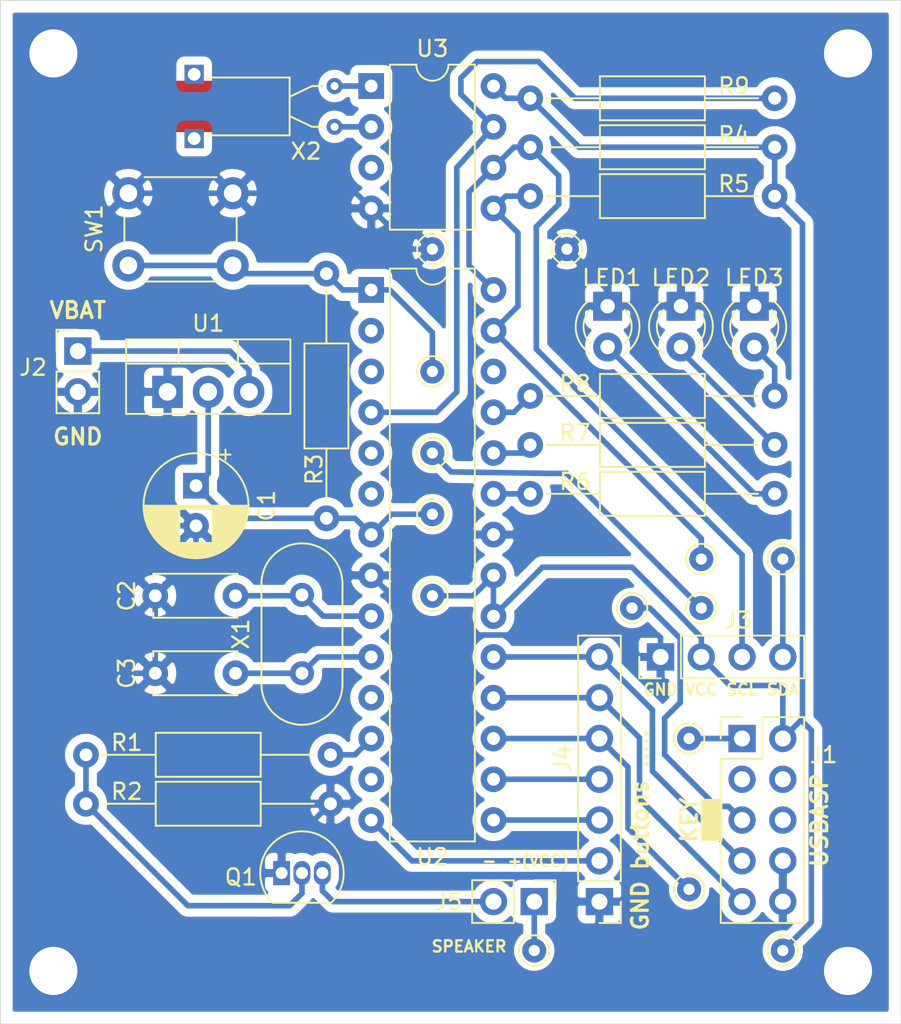
<source format=kicad_pcb>
(kicad_pcb (version 20171130) (host pcbnew 5.1.5-1.fc30)

  (general
    (thickness 1.6)
    (drawings 18)
    (tracks 197)
    (zones 0)
    (modules 41)
    (nets 38)
  )

  (page A4)
  (layers
    (0 F.Cu signal)
    (1 In1.Cu jumper)
    (2 In2.Cu signal hide)
    (31 B.Cu signal)
    (32 B.Adhes user)
    (33 F.Adhes user)
    (34 B.Paste user)
    (35 F.Paste user)
    (36 B.SilkS user)
    (37 F.SilkS user)
    (38 B.Mask user)
    (39 F.Mask user)
    (40 Dwgs.User user)
    (41 Cmts.User user)
    (42 Eco1.User user)
    (43 Eco2.User user)
    (44 Edge.Cuts user)
    (45 Margin user)
    (46 B.CrtYd user)
    (47 F.CrtYd user)
    (48 B.Fab user hide)
    (49 F.Fab user hide)
  )

  (setup
    (last_trace_width 0.35)
    (trace_clearance 0.2)
    (zone_clearance 0.508)
    (zone_45_only no)
    (trace_min 0.2)
    (via_size 0.8)
    (via_drill 0.4)
    (via_min_size 0.4)
    (via_min_drill 0.3)
    (uvia_size 0.3)
    (uvia_drill 0.1)
    (uvias_allowed no)
    (uvia_min_size 0.2)
    (uvia_min_drill 0.1)
    (edge_width 0.05)
    (segment_width 0.2)
    (pcb_text_width 0.3)
    (pcb_text_size 1.5 1.5)
    (mod_edge_width 0.12)
    (mod_text_size 1 1)
    (mod_text_width 0.15)
    (pad_size 1.5 1.5)
    (pad_drill 0.7)
    (pad_to_mask_clearance 0.051)
    (solder_mask_min_width 0.25)
    (aux_axis_origin 0 0)
    (visible_elements FFFFFF7F)
    (pcbplotparams
      (layerselection 0x01020_fffffffa)
      (usegerberextensions false)
      (usegerberattributes false)
      (usegerberadvancedattributes false)
      (creategerberjobfile false)
      (excludeedgelayer true)
      (linewidth 0.100000)
      (plotframeref false)
      (viasonmask false)
      (mode 1)
      (useauxorigin false)
      (hpglpennumber 1)
      (hpglpenspeed 20)
      (hpglpendiameter 15.000000)
      (psnegative false)
      (psa4output false)
      (plotreference true)
      (plotvalue true)
      (plotinvisibletext false)
      (padsonsilk false)
      (subtractmaskfromsilk false)
      (outputformat 1)
      (mirror false)
      (drillshape 0)
      (scaleselection 1)
      (outputdirectory "out/"))
  )

  (net 0 "")
  (net 1 GND)
  (net 2 VCC)
  (net 3 "Net-(C2-Pad2)")
  (net 4 "Net-(C3-Pad2)")
  (net 5 USBASP_MISO)
  (net 6 USBASP_SCK)
  (net 7 "Net-(J1-Pad6)")
  (net 8 USBASP_NRST)
  (net 9 "Net-(J1-Pad4)")
  (net 10 "Net-(J1-Pad3)")
  (net 11 USBASP_MOSI)
  (net 12 "Net-(J2-Pad1)")
  (net 13 SDA)
  (net 14 SCL)
  (net 15 "Net-(J4-Pad4)")
  (net 16 "Net-(J4-Pad3)")
  (net 17 "Net-(J4-Pad2)")
  (net 18 "Net-(J5-Pad2)")
  (net 19 "Net-(LED1-Pad2)")
  (net 20 "Net-(LED2-Pad2)")
  (net 21 "Net-(LED3-Pad2)")
  (net 22 "Net-(Q1-Pad2)")
  (net 23 "Net-(R1-Pad1)")
  (net 24 led0)
  (net 25 led1)
  (net 26 led2)
  (net 27 RTCINT)
  (net 28 "Net-(U2-Pad13)")
  (net 29 "Net-(U2-Pad26)")
  (net 30 "Net-(U2-Pad11)")
  (net 31 "Net-(U2-Pad6)")
  (net 32 "Net-(U2-Pad5)")
  (net 33 "Net-(U2-Pad3)")
  (net 34 "Net-(U2-Pad2)")
  (net 35 "Net-(U3-Pad3)")
  (net 36 "Net-(U3-Pad2)")
  (net 37 "Net-(U3-Pad1)")

  (net_class Default "This is the default net class."
    (clearance 0.2)
    (trace_width 0.35)
    (via_dia 0.8)
    (via_drill 0.4)
    (uvia_dia 0.3)
    (uvia_drill 0.1)
    (add_net GND)
    (add_net "Net-(C2-Pad2)")
    (add_net "Net-(C3-Pad2)")
    (add_net "Net-(J1-Pad3)")
    (add_net "Net-(J1-Pad4)")
    (add_net "Net-(J1-Pad6)")
    (add_net "Net-(J2-Pad1)")
    (add_net "Net-(J4-Pad2)")
    (add_net "Net-(J4-Pad3)")
    (add_net "Net-(J4-Pad4)")
    (add_net "Net-(J5-Pad2)")
    (add_net "Net-(LED1-Pad2)")
    (add_net "Net-(LED2-Pad2)")
    (add_net "Net-(LED3-Pad2)")
    (add_net "Net-(Q1-Pad2)")
    (add_net "Net-(R1-Pad1)")
    (add_net "Net-(U2-Pad11)")
    (add_net "Net-(U2-Pad13)")
    (add_net "Net-(U2-Pad2)")
    (add_net "Net-(U2-Pad26)")
    (add_net "Net-(U2-Pad3)")
    (add_net "Net-(U2-Pad5)")
    (add_net "Net-(U2-Pad6)")
    (add_net "Net-(U3-Pad1)")
    (add_net "Net-(U3-Pad2)")
    (add_net "Net-(U3-Pad3)")
    (add_net RTCINT)
    (add_net SCL)
    (add_net SDA)
    (add_net USBASP_MISO)
    (add_net USBASP_MOSI)
    (add_net USBASP_NRST)
    (add_net USBASP_SCK)
    (add_net VCC)
    (add_net led0)
    (add_net led1)
    (add_net led2)
  )

  (module TestPoint:TestPoint_THTPad_D1.5mm_Drill0.7mm (layer F.Cu) (tedit 5E388905) (tstamp 5E3888E2)
    (at 178.562 119.38)
    (descr "THT pad as test Point, diameter 1.5mm, hole diameter 0.7mm")
    (tags "test point THT pad")
    (attr virtual)
    (fp_text reference REF** (at 0 -1.648) (layer F.SilkS) hide
      (effects (font (size 1 1) (thickness 0.15)))
    )
    (fp_text value TestPoint_THTPad_D1.5mm_Drill0.7mm (at 0 1.75) (layer F.Fab)
      (effects (font (size 1 1) (thickness 0.15)))
    )
    (fp_circle (center 0 0) (end 0 0.95) (layer F.SilkS) (width 0.12))
    (fp_circle (center 0 0) (end 1.25 0) (layer F.CrtYd) (width 0.05))
    (fp_text user %R (at 0 -1.65) (layer F.Fab)
      (effects (font (size 1 1) (thickness 0.15)))
    )
    (pad 1 thru_hole circle (at 0 0) (size 1.5 1.5) (drill 0.7) (layers *.Cu *.Mask)
      (net 2 VCC))
  )

  (module TestPoint:TestPoint_THTPad_D1.5mm_Drill0.7mm (layer F.Cu) (tedit 5E38890C) (tstamp 5E3888E2)
    (at 194.056 119.38)
    (descr "THT pad as test Point, diameter 1.5mm, hole diameter 0.7mm")
    (tags "test point THT pad")
    (attr virtual)
    (fp_text reference REF** (at 0 -1.648) (layer F.SilkS) hide
      (effects (font (size 1 1) (thickness 0.15)))
    )
    (fp_text value TestPoint_THTPad_D1.5mm_Drill0.7mm (at 0 1.75) (layer F.Fab)
      (effects (font (size 1 1) (thickness 0.15)))
    )
    (fp_text user %R (at 0 -1.65) (layer F.Fab)
      (effects (font (size 1 1) (thickness 0.15)))
    )
    (fp_circle (center 0 0) (end 1.25 0) (layer F.CrtYd) (width 0.05))
    (fp_circle (center 0 0) (end 0 0.95) (layer F.SilkS) (width 0.12))
    (pad 1 thru_hole circle (at 0 0) (size 1.5 1.5) (drill 0.7) (layers *.Cu *.Mask)
      (net 2 VCC))
  )

  (module Package_TO_SOT_THT:TO-220-3_Vertical (layer F.Cu) (tedit 5AC8BA0D) (tstamp 5E31D3D7)
    (at 155.702 84.582)
    (descr "TO-220-3, Vertical, RM 2.54mm, see https://www.vishay.com/docs/66542/to-220-1.pdf")
    (tags "TO-220-3 Vertical RM 2.54mm")
    (path /5E32D46F)
    (fp_text reference U1 (at 2.54 -4.27) (layer F.SilkS)
      (effects (font (size 1 1) (thickness 0.15)))
    )
    (fp_text value LM1117-3.3 (at 2.54 2.5) (layer F.Fab)
      (effects (font (size 1 1) (thickness 0.15)))
    )
    (fp_text user %R (at 2.54 -4.27) (layer F.Fab)
      (effects (font (size 1 1) (thickness 0.15)))
    )
    (fp_line (start 7.79 -3.4) (end -2.71 -3.4) (layer F.CrtYd) (width 0.05))
    (fp_line (start 7.79 1.51) (end 7.79 -3.4) (layer F.CrtYd) (width 0.05))
    (fp_line (start -2.71 1.51) (end 7.79 1.51) (layer F.CrtYd) (width 0.05))
    (fp_line (start -2.71 -3.4) (end -2.71 1.51) (layer F.CrtYd) (width 0.05))
    (fp_line (start 4.391 -3.27) (end 4.391 -1.76) (layer F.SilkS) (width 0.12))
    (fp_line (start 0.69 -3.27) (end 0.69 -1.76) (layer F.SilkS) (width 0.12))
    (fp_line (start -2.58 -1.76) (end 7.66 -1.76) (layer F.SilkS) (width 0.12))
    (fp_line (start 7.66 -3.27) (end 7.66 1.371) (layer F.SilkS) (width 0.12))
    (fp_line (start -2.58 -3.27) (end -2.58 1.371) (layer F.SilkS) (width 0.12))
    (fp_line (start -2.58 1.371) (end 7.66 1.371) (layer F.SilkS) (width 0.12))
    (fp_line (start -2.58 -3.27) (end 7.66 -3.27) (layer F.SilkS) (width 0.12))
    (fp_line (start 4.39 -3.15) (end 4.39 -1.88) (layer F.Fab) (width 0.1))
    (fp_line (start 0.69 -3.15) (end 0.69 -1.88) (layer F.Fab) (width 0.1))
    (fp_line (start -2.46 -1.88) (end 7.54 -1.88) (layer F.Fab) (width 0.1))
    (fp_line (start 7.54 -3.15) (end -2.46 -3.15) (layer F.Fab) (width 0.1))
    (fp_line (start 7.54 1.25) (end 7.54 -3.15) (layer F.Fab) (width 0.1))
    (fp_line (start -2.46 1.25) (end 7.54 1.25) (layer F.Fab) (width 0.1))
    (fp_line (start -2.46 -3.15) (end -2.46 1.25) (layer F.Fab) (width 0.1))
    (pad 3 thru_hole oval (at 5.08 0) (size 1.905 2) (drill 1.1) (layers *.Cu *.Mask)
      (net 12 "Net-(J2-Pad1)"))
    (pad 2 thru_hole oval (at 2.54 0) (size 1.905 2) (drill 1.1) (layers *.Cu *.Mask)
      (net 2 VCC))
    (pad 1 thru_hole rect (at 0 0) (size 1.905 2) (drill 1.1) (layers *.Cu *.Mask)
      (net 1 GND))
    (model ${KISYS3DMOD}/Package_TO_SOT_THT.3dshapes/TO-220-3_Vertical.wrl
      (at (xyz 0 0 0))
      (scale (xyz 1 1 1))
      (rotate (xyz 0 0 0))
    )
  )

  (module Capacitor_THT:CP_Radial_D6.3mm_P2.50mm (layer F.Cu) (tedit 5AE50EF0) (tstamp 5E39DD39)
    (at 157.48 90.424 270)
    (descr "CP, Radial series, Radial, pin pitch=2.50mm, , diameter=6.3mm, Electrolytic Capacitor")
    (tags "CP Radial series Radial pin pitch 2.50mm  diameter 6.3mm Electrolytic Capacitor")
    (path /5E2C22F4)
    (fp_text reference C1 (at 1.25 -4.4 90) (layer F.SilkS)
      (effects (font (size 1 1) (thickness 0.15)))
    )
    (fp_text value 22uF (at 1.25 4.4 90) (layer F.Fab)
      (effects (font (size 1 1) (thickness 0.15)))
    )
    (fp_text user %R (at 1.25 0 90) (layer F.Fab)
      (effects (font (size 1 1) (thickness 0.15)))
    )
    (fp_line (start -1.935241 -2.154) (end -1.935241 -1.524) (layer F.SilkS) (width 0.12))
    (fp_line (start -2.250241 -1.839) (end -1.620241 -1.839) (layer F.SilkS) (width 0.12))
    (fp_line (start 4.491 -0.402) (end 4.491 0.402) (layer F.SilkS) (width 0.12))
    (fp_line (start 4.451 -0.633) (end 4.451 0.633) (layer F.SilkS) (width 0.12))
    (fp_line (start 4.411 -0.802) (end 4.411 0.802) (layer F.SilkS) (width 0.12))
    (fp_line (start 4.371 -0.94) (end 4.371 0.94) (layer F.SilkS) (width 0.12))
    (fp_line (start 4.331 -1.059) (end 4.331 1.059) (layer F.SilkS) (width 0.12))
    (fp_line (start 4.291 -1.165) (end 4.291 1.165) (layer F.SilkS) (width 0.12))
    (fp_line (start 4.251 -1.262) (end 4.251 1.262) (layer F.SilkS) (width 0.12))
    (fp_line (start 4.211 -1.35) (end 4.211 1.35) (layer F.SilkS) (width 0.12))
    (fp_line (start 4.171 -1.432) (end 4.171 1.432) (layer F.SilkS) (width 0.12))
    (fp_line (start 4.131 -1.509) (end 4.131 1.509) (layer F.SilkS) (width 0.12))
    (fp_line (start 4.091 -1.581) (end 4.091 1.581) (layer F.SilkS) (width 0.12))
    (fp_line (start 4.051 -1.65) (end 4.051 1.65) (layer F.SilkS) (width 0.12))
    (fp_line (start 4.011 -1.714) (end 4.011 1.714) (layer F.SilkS) (width 0.12))
    (fp_line (start 3.971 -1.776) (end 3.971 1.776) (layer F.SilkS) (width 0.12))
    (fp_line (start 3.931 -1.834) (end 3.931 1.834) (layer F.SilkS) (width 0.12))
    (fp_line (start 3.891 -1.89) (end 3.891 1.89) (layer F.SilkS) (width 0.12))
    (fp_line (start 3.851 -1.944) (end 3.851 1.944) (layer F.SilkS) (width 0.12))
    (fp_line (start 3.811 -1.995) (end 3.811 1.995) (layer F.SilkS) (width 0.12))
    (fp_line (start 3.771 -2.044) (end 3.771 2.044) (layer F.SilkS) (width 0.12))
    (fp_line (start 3.731 -2.092) (end 3.731 2.092) (layer F.SilkS) (width 0.12))
    (fp_line (start 3.691 -2.137) (end 3.691 2.137) (layer F.SilkS) (width 0.12))
    (fp_line (start 3.651 -2.182) (end 3.651 2.182) (layer F.SilkS) (width 0.12))
    (fp_line (start 3.611 -2.224) (end 3.611 2.224) (layer F.SilkS) (width 0.12))
    (fp_line (start 3.571 -2.265) (end 3.571 2.265) (layer F.SilkS) (width 0.12))
    (fp_line (start 3.531 1.04) (end 3.531 2.305) (layer F.SilkS) (width 0.12))
    (fp_line (start 3.531 -2.305) (end 3.531 -1.04) (layer F.SilkS) (width 0.12))
    (fp_line (start 3.491 1.04) (end 3.491 2.343) (layer F.SilkS) (width 0.12))
    (fp_line (start 3.491 -2.343) (end 3.491 -1.04) (layer F.SilkS) (width 0.12))
    (fp_line (start 3.451 1.04) (end 3.451 2.38) (layer F.SilkS) (width 0.12))
    (fp_line (start 3.451 -2.38) (end 3.451 -1.04) (layer F.SilkS) (width 0.12))
    (fp_line (start 3.411 1.04) (end 3.411 2.416) (layer F.SilkS) (width 0.12))
    (fp_line (start 3.411 -2.416) (end 3.411 -1.04) (layer F.SilkS) (width 0.12))
    (fp_line (start 3.371 1.04) (end 3.371 2.45) (layer F.SilkS) (width 0.12))
    (fp_line (start 3.371 -2.45) (end 3.371 -1.04) (layer F.SilkS) (width 0.12))
    (fp_line (start 3.331 1.04) (end 3.331 2.484) (layer F.SilkS) (width 0.12))
    (fp_line (start 3.331 -2.484) (end 3.331 -1.04) (layer F.SilkS) (width 0.12))
    (fp_line (start 3.291 1.04) (end 3.291 2.516) (layer F.SilkS) (width 0.12))
    (fp_line (start 3.291 -2.516) (end 3.291 -1.04) (layer F.SilkS) (width 0.12))
    (fp_line (start 3.251 1.04) (end 3.251 2.548) (layer F.SilkS) (width 0.12))
    (fp_line (start 3.251 -2.548) (end 3.251 -1.04) (layer F.SilkS) (width 0.12))
    (fp_line (start 3.211 1.04) (end 3.211 2.578) (layer F.SilkS) (width 0.12))
    (fp_line (start 3.211 -2.578) (end 3.211 -1.04) (layer F.SilkS) (width 0.12))
    (fp_line (start 3.171 1.04) (end 3.171 2.607) (layer F.SilkS) (width 0.12))
    (fp_line (start 3.171 -2.607) (end 3.171 -1.04) (layer F.SilkS) (width 0.12))
    (fp_line (start 3.131 1.04) (end 3.131 2.636) (layer F.SilkS) (width 0.12))
    (fp_line (start 3.131 -2.636) (end 3.131 -1.04) (layer F.SilkS) (width 0.12))
    (fp_line (start 3.091 1.04) (end 3.091 2.664) (layer F.SilkS) (width 0.12))
    (fp_line (start 3.091 -2.664) (end 3.091 -1.04) (layer F.SilkS) (width 0.12))
    (fp_line (start 3.051 1.04) (end 3.051 2.69) (layer F.SilkS) (width 0.12))
    (fp_line (start 3.051 -2.69) (end 3.051 -1.04) (layer F.SilkS) (width 0.12))
    (fp_line (start 3.011 1.04) (end 3.011 2.716) (layer F.SilkS) (width 0.12))
    (fp_line (start 3.011 -2.716) (end 3.011 -1.04) (layer F.SilkS) (width 0.12))
    (fp_line (start 2.971 1.04) (end 2.971 2.742) (layer F.SilkS) (width 0.12))
    (fp_line (start 2.971 -2.742) (end 2.971 -1.04) (layer F.SilkS) (width 0.12))
    (fp_line (start 2.931 1.04) (end 2.931 2.766) (layer F.SilkS) (width 0.12))
    (fp_line (start 2.931 -2.766) (end 2.931 -1.04) (layer F.SilkS) (width 0.12))
    (fp_line (start 2.891 1.04) (end 2.891 2.79) (layer F.SilkS) (width 0.12))
    (fp_line (start 2.891 -2.79) (end 2.891 -1.04) (layer F.SilkS) (width 0.12))
    (fp_line (start 2.851 1.04) (end 2.851 2.812) (layer F.SilkS) (width 0.12))
    (fp_line (start 2.851 -2.812) (end 2.851 -1.04) (layer F.SilkS) (width 0.12))
    (fp_line (start 2.811 1.04) (end 2.811 2.834) (layer F.SilkS) (width 0.12))
    (fp_line (start 2.811 -2.834) (end 2.811 -1.04) (layer F.SilkS) (width 0.12))
    (fp_line (start 2.771 1.04) (end 2.771 2.856) (layer F.SilkS) (width 0.12))
    (fp_line (start 2.771 -2.856) (end 2.771 -1.04) (layer F.SilkS) (width 0.12))
    (fp_line (start 2.731 1.04) (end 2.731 2.876) (layer F.SilkS) (width 0.12))
    (fp_line (start 2.731 -2.876) (end 2.731 -1.04) (layer F.SilkS) (width 0.12))
    (fp_line (start 2.691 1.04) (end 2.691 2.896) (layer F.SilkS) (width 0.12))
    (fp_line (start 2.691 -2.896) (end 2.691 -1.04) (layer F.SilkS) (width 0.12))
    (fp_line (start 2.651 1.04) (end 2.651 2.916) (layer F.SilkS) (width 0.12))
    (fp_line (start 2.651 -2.916) (end 2.651 -1.04) (layer F.SilkS) (width 0.12))
    (fp_line (start 2.611 1.04) (end 2.611 2.934) (layer F.SilkS) (width 0.12))
    (fp_line (start 2.611 -2.934) (end 2.611 -1.04) (layer F.SilkS) (width 0.12))
    (fp_line (start 2.571 1.04) (end 2.571 2.952) (layer F.SilkS) (width 0.12))
    (fp_line (start 2.571 -2.952) (end 2.571 -1.04) (layer F.SilkS) (width 0.12))
    (fp_line (start 2.531 1.04) (end 2.531 2.97) (layer F.SilkS) (width 0.12))
    (fp_line (start 2.531 -2.97) (end 2.531 -1.04) (layer F.SilkS) (width 0.12))
    (fp_line (start 2.491 1.04) (end 2.491 2.986) (layer F.SilkS) (width 0.12))
    (fp_line (start 2.491 -2.986) (end 2.491 -1.04) (layer F.SilkS) (width 0.12))
    (fp_line (start 2.451 1.04) (end 2.451 3.002) (layer F.SilkS) (width 0.12))
    (fp_line (start 2.451 -3.002) (end 2.451 -1.04) (layer F.SilkS) (width 0.12))
    (fp_line (start 2.411 1.04) (end 2.411 3.018) (layer F.SilkS) (width 0.12))
    (fp_line (start 2.411 -3.018) (end 2.411 -1.04) (layer F.SilkS) (width 0.12))
    (fp_line (start 2.371 1.04) (end 2.371 3.033) (layer F.SilkS) (width 0.12))
    (fp_line (start 2.371 -3.033) (end 2.371 -1.04) (layer F.SilkS) (width 0.12))
    (fp_line (start 2.331 1.04) (end 2.331 3.047) (layer F.SilkS) (width 0.12))
    (fp_line (start 2.331 -3.047) (end 2.331 -1.04) (layer F.SilkS) (width 0.12))
    (fp_line (start 2.291 1.04) (end 2.291 3.061) (layer F.SilkS) (width 0.12))
    (fp_line (start 2.291 -3.061) (end 2.291 -1.04) (layer F.SilkS) (width 0.12))
    (fp_line (start 2.251 1.04) (end 2.251 3.074) (layer F.SilkS) (width 0.12))
    (fp_line (start 2.251 -3.074) (end 2.251 -1.04) (layer F.SilkS) (width 0.12))
    (fp_line (start 2.211 1.04) (end 2.211 3.086) (layer F.SilkS) (width 0.12))
    (fp_line (start 2.211 -3.086) (end 2.211 -1.04) (layer F.SilkS) (width 0.12))
    (fp_line (start 2.171 1.04) (end 2.171 3.098) (layer F.SilkS) (width 0.12))
    (fp_line (start 2.171 -3.098) (end 2.171 -1.04) (layer F.SilkS) (width 0.12))
    (fp_line (start 2.131 1.04) (end 2.131 3.11) (layer F.SilkS) (width 0.12))
    (fp_line (start 2.131 -3.11) (end 2.131 -1.04) (layer F.SilkS) (width 0.12))
    (fp_line (start 2.091 1.04) (end 2.091 3.121) (layer F.SilkS) (width 0.12))
    (fp_line (start 2.091 -3.121) (end 2.091 -1.04) (layer F.SilkS) (width 0.12))
    (fp_line (start 2.051 1.04) (end 2.051 3.131) (layer F.SilkS) (width 0.12))
    (fp_line (start 2.051 -3.131) (end 2.051 -1.04) (layer F.SilkS) (width 0.12))
    (fp_line (start 2.011 1.04) (end 2.011 3.141) (layer F.SilkS) (width 0.12))
    (fp_line (start 2.011 -3.141) (end 2.011 -1.04) (layer F.SilkS) (width 0.12))
    (fp_line (start 1.971 1.04) (end 1.971 3.15) (layer F.SilkS) (width 0.12))
    (fp_line (start 1.971 -3.15) (end 1.971 -1.04) (layer F.SilkS) (width 0.12))
    (fp_line (start 1.93 1.04) (end 1.93 3.159) (layer F.SilkS) (width 0.12))
    (fp_line (start 1.93 -3.159) (end 1.93 -1.04) (layer F.SilkS) (width 0.12))
    (fp_line (start 1.89 1.04) (end 1.89 3.167) (layer F.SilkS) (width 0.12))
    (fp_line (start 1.89 -3.167) (end 1.89 -1.04) (layer F.SilkS) (width 0.12))
    (fp_line (start 1.85 1.04) (end 1.85 3.175) (layer F.SilkS) (width 0.12))
    (fp_line (start 1.85 -3.175) (end 1.85 -1.04) (layer F.SilkS) (width 0.12))
    (fp_line (start 1.81 1.04) (end 1.81 3.182) (layer F.SilkS) (width 0.12))
    (fp_line (start 1.81 -3.182) (end 1.81 -1.04) (layer F.SilkS) (width 0.12))
    (fp_line (start 1.77 1.04) (end 1.77 3.189) (layer F.SilkS) (width 0.12))
    (fp_line (start 1.77 -3.189) (end 1.77 -1.04) (layer F.SilkS) (width 0.12))
    (fp_line (start 1.73 1.04) (end 1.73 3.195) (layer F.SilkS) (width 0.12))
    (fp_line (start 1.73 -3.195) (end 1.73 -1.04) (layer F.SilkS) (width 0.12))
    (fp_line (start 1.69 1.04) (end 1.69 3.201) (layer F.SilkS) (width 0.12))
    (fp_line (start 1.69 -3.201) (end 1.69 -1.04) (layer F.SilkS) (width 0.12))
    (fp_line (start 1.65 1.04) (end 1.65 3.206) (layer F.SilkS) (width 0.12))
    (fp_line (start 1.65 -3.206) (end 1.65 -1.04) (layer F.SilkS) (width 0.12))
    (fp_line (start 1.61 1.04) (end 1.61 3.211) (layer F.SilkS) (width 0.12))
    (fp_line (start 1.61 -3.211) (end 1.61 -1.04) (layer F.SilkS) (width 0.12))
    (fp_line (start 1.57 1.04) (end 1.57 3.215) (layer F.SilkS) (width 0.12))
    (fp_line (start 1.57 -3.215) (end 1.57 -1.04) (layer F.SilkS) (width 0.12))
    (fp_line (start 1.53 1.04) (end 1.53 3.218) (layer F.SilkS) (width 0.12))
    (fp_line (start 1.53 -3.218) (end 1.53 -1.04) (layer F.SilkS) (width 0.12))
    (fp_line (start 1.49 1.04) (end 1.49 3.222) (layer F.SilkS) (width 0.12))
    (fp_line (start 1.49 -3.222) (end 1.49 -1.04) (layer F.SilkS) (width 0.12))
    (fp_line (start 1.45 -3.224) (end 1.45 3.224) (layer F.SilkS) (width 0.12))
    (fp_line (start 1.41 -3.227) (end 1.41 3.227) (layer F.SilkS) (width 0.12))
    (fp_line (start 1.37 -3.228) (end 1.37 3.228) (layer F.SilkS) (width 0.12))
    (fp_line (start 1.33 -3.23) (end 1.33 3.23) (layer F.SilkS) (width 0.12))
    (fp_line (start 1.29 -3.23) (end 1.29 3.23) (layer F.SilkS) (width 0.12))
    (fp_line (start 1.25 -3.23) (end 1.25 3.23) (layer F.SilkS) (width 0.12))
    (fp_line (start -1.128972 -1.6885) (end -1.128972 -1.0585) (layer F.Fab) (width 0.1))
    (fp_line (start -1.443972 -1.3735) (end -0.813972 -1.3735) (layer F.Fab) (width 0.1))
    (fp_circle (center 1.25 0) (end 4.65 0) (layer F.CrtYd) (width 0.05))
    (fp_circle (center 1.25 0) (end 4.52 0) (layer F.SilkS) (width 0.12))
    (fp_circle (center 1.25 0) (end 4.4 0) (layer F.Fab) (width 0.1))
    (pad 2 thru_hole circle (at 2.5 0 270) (size 1.6 1.6) (drill 0.8) (layers *.Cu *.Mask)
      (net 1 GND))
    (pad 1 thru_hole rect (at 0 0 270) (size 1.6 1.6) (drill 0.8) (layers *.Cu *.Mask)
      (net 2 VCC))
    (model ${KISYS3DMOD}/Capacitor_THT.3dshapes/CP_Radial_D6.3mm_P2.50mm.wrl
      (at (xyz 0 0 0))
      (scale (xyz 1 1 1))
      (rotate (xyz 0 0 0))
    )
  )

  (module Connector_PinHeader_2.54mm:PinHeader_1x02_P2.54mm_Vertical (layer F.Cu) (tedit 59FED5CC) (tstamp 5E294B64)
    (at 178.562 116.332 270)
    (descr "Through hole straight pin header, 1x02, 2.54mm pitch, single row")
    (tags "Through hole pin header THT 1x02 2.54mm single row")
    (path /5E23A29C)
    (fp_text reference J5 (at 0 5.334) (layer F.SilkS)
      (effects (font (size 1 1) (thickness 0.15)))
    )
    (fp_text value Conn_01x02 (at 0 4.87 90) (layer F.Fab)
      (effects (font (size 1 1) (thickness 0.15)))
    )
    (fp_line (start -0.635 -1.27) (end 1.27 -1.27) (layer F.Fab) (width 0.1))
    (fp_line (start 1.27 -1.27) (end 1.27 3.81) (layer F.Fab) (width 0.1))
    (fp_line (start 1.27 3.81) (end -1.27 3.81) (layer F.Fab) (width 0.1))
    (fp_line (start -1.27 3.81) (end -1.27 -0.635) (layer F.Fab) (width 0.1))
    (fp_line (start -1.27 -0.635) (end -0.635 -1.27) (layer F.Fab) (width 0.1))
    (fp_line (start -1.33 3.87) (end 1.33 3.87) (layer F.SilkS) (width 0.12))
    (fp_line (start -1.33 1.27) (end -1.33 3.87) (layer F.SilkS) (width 0.12))
    (fp_line (start 1.33 1.27) (end 1.33 3.87) (layer F.SilkS) (width 0.12))
    (fp_line (start -1.33 1.27) (end 1.33 1.27) (layer F.SilkS) (width 0.12))
    (fp_line (start -1.33 0) (end -1.33 -1.33) (layer F.SilkS) (width 0.12))
    (fp_line (start -1.33 -1.33) (end 0 -1.33) (layer F.SilkS) (width 0.12))
    (fp_line (start -1.8 -1.8) (end -1.8 4.35) (layer F.CrtYd) (width 0.05))
    (fp_line (start -1.8 4.35) (end 1.8 4.35) (layer F.CrtYd) (width 0.05))
    (fp_line (start 1.8 4.35) (end 1.8 -1.8) (layer F.CrtYd) (width 0.05))
    (fp_line (start 1.8 -1.8) (end -1.8 -1.8) (layer F.CrtYd) (width 0.05))
    (fp_text user %R (at 0 1.27) (layer F.Fab)
      (effects (font (size 1 1) (thickness 0.15)))
    )
    (pad 1 thru_hole rect (at 0 0 270) (size 1.7 1.7) (drill 1) (layers *.Cu *.Mask)
      (net 2 VCC))
    (pad 2 thru_hole oval (at 0 2.54 270) (size 1.7 1.7) (drill 1) (layers *.Cu *.Mask)
      (net 18 "Net-(J5-Pad2)"))
    (model ${KISYS3DMOD}/Connector_PinHeader_2.54mm.3dshapes/PinHeader_1x02_P2.54mm_Vertical.wrl
      (at (xyz 0 0 0))
      (scale (xyz 1 1 1))
      (rotate (xyz 0 0 0))
    )
  )

  (module TestPoint:TestPoint_THTPad_D1.5mm_Drill0.7mm (layer F.Cu) (tedit 5E312ABD) (tstamp 5E316106)
    (at 172.212 83.312)
    (descr "THT pad as test Point, diameter 1.5mm, hole diameter 0.7mm")
    (tags "test point THT pad")
    (attr virtual)
    (fp_text reference REF** (at 0 -1.648) (layer F.SilkS) hide
      (effects (font (size 1 1) (thickness 0.15)))
    )
    (fp_text value TestPoint_THTPad_D1.5mm_Drill0.7mm (at 0 1.75) (layer F.Fab)
      (effects (font (size 1 1) (thickness 0.15)))
    )
    (fp_circle (center 0 0) (end 0 0.95) (layer F.SilkS) (width 0.12))
    (fp_circle (center 0 0) (end 1.25 0) (layer F.CrtYd) (width 0.05))
    (fp_text user %R (at 0 -1.65) (layer F.Fab)
      (effects (font (size 1 1) (thickness 0.15)))
    )
    (pad 1 thru_hole circle (at 0 0) (size 1.5 1.5) (drill 0.7) (layers *.Cu *.Mask)
      (net 8 USBASP_NRST))
  )

  (module TestPoint:TestPoint_THTPad_D1.5mm_Drill0.7mm (layer F.Cu) (tedit 5E312AB5) (tstamp 5E3160F0)
    (at 172.212 88.392)
    (descr "THT pad as test Point, diameter 1.5mm, hole diameter 0.7mm")
    (tags "test point THT pad")
    (attr virtual)
    (fp_text reference REF** (at 0 -1.648) (layer F.SilkS) hide
      (effects (font (size 1 1) (thickness 0.15)))
    )
    (fp_text value TestPoint_THTPad_D1.5mm_Drill0.7mm (at 0 1.75) (layer F.Fab)
      (effects (font (size 1 1) (thickness 0.15)))
    )
    (fp_circle (center 0 0) (end 0 0.95) (layer F.SilkS) (width 0.12))
    (fp_circle (center 0 0) (end 1.25 0) (layer F.CrtYd) (width 0.05))
    (fp_text user %R (at 0 -1.65) (layer F.Fab)
      (effects (font (size 1 1) (thickness 0.15)))
    )
    (pad 1 thru_hole circle (at 0 0) (size 1.5 1.5) (drill 0.7) (layers *.Cu *.Mask)
      (net 8 USBASP_NRST))
  )

  (module TestPoint:TestPoint_THTPad_D1.5mm_Drill0.7mm (layer F.Cu) (tedit 5E312A22) (tstamp 5E3160C5)
    (at 184.658 98.044)
    (descr "THT pad as test Point, diameter 1.5mm, hole diameter 0.7mm")
    (tags "test point THT pad")
    (attr virtual)
    (fp_text reference REF** (at 0 -1.648) (layer F.SilkS) hide
      (effects (font (size 1 1) (thickness 0.15)))
    )
    (fp_text value TestPoint_THTPad_D1.5mm_Drill0.7mm (at 0 1.75) (layer F.Fab)
      (effects (font (size 1 1) (thickness 0.15)))
    )
    (fp_circle (center 0 0) (end 0 0.95) (layer F.SilkS) (width 0.12))
    (fp_circle (center 0 0) (end 1.25 0) (layer F.CrtYd) (width 0.05))
    (fp_text user %R (at 0 -1.65) (layer F.Fab)
      (effects (font (size 1 1) (thickness 0.15)))
    )
    (pad 1 thru_hole circle (at 0 0) (size 1.5 1.5) (drill 0.7) (layers *.Cu *.Mask)
      (net 8 USBASP_NRST))
  )

  (module TestPoint:TestPoint_THTPad_D1.5mm_Drill0.7mm (layer F.Cu) (tedit 5E312A2B) (tstamp 5E3160AF)
    (at 188.976 98.044)
    (descr "THT pad as test Point, diameter 1.5mm, hole diameter 0.7mm")
    (tags "test point THT pad")
    (attr virtual)
    (fp_text reference REF** (at 0 -1.648) (layer F.SilkS) hide
      (effects (font (size 1 1) (thickness 0.15)))
    )
    (fp_text value TestPoint_THTPad_D1.5mm_Drill0.7mm (at 0 1.75) (layer F.Fab)
      (effects (font (size 1 1) (thickness 0.15)))
    )
    (fp_circle (center 0 0) (end 0 0.95) (layer F.SilkS) (width 0.12))
    (fp_circle (center 0 0) (end 1.25 0) (layer F.CrtYd) (width 0.05))
    (fp_text user %R (at 0 -1.65) (layer F.Fab)
      (effects (font (size 1 1) (thickness 0.15)))
    )
    (pad 1 thru_hole circle (at 0 0) (size 1.5 1.5) (drill 0.7) (layers *.Cu *.Mask)
      (net 8 USBASP_NRST))
  )

  (module TestPoint:TestPoint_THTPad_D1.5mm_Drill0.7mm (layer F.Cu) (tedit 5E312B59) (tstamp 5E316099)
    (at 172.212 92.202)
    (descr "THT pad as test Point, diameter 1.5mm, hole diameter 0.7mm")
    (tags "test point THT pad")
    (attr virtual)
    (fp_text reference REF** (at 0 -1.648) (layer F.SilkS) hide
      (effects (font (size 1 1) (thickness 0.15)))
    )
    (fp_text value TestPoint_THTPad_D1.5mm_Drill0.7mm (at 0 1.75) (layer F.Fab)
      (effects (font (size 1 1) (thickness 0.15)))
    )
    (fp_circle (center 0 0) (end 0 0.95) (layer F.SilkS) (width 0.12))
    (fp_circle (center 0 0) (end 1.25 0) (layer F.CrtYd) (width 0.05))
    (fp_text user %R (at 0 -1.65) (layer F.Fab)
      (effects (font (size 1 1) (thickness 0.15)))
    )
    (pad 1 thru_hole circle (at 0 0) (size 1.5 1.5) (drill 0.7) (layers *.Cu *.Mask)
      (net 2 VCC))
  )

  (module TestPoint:TestPoint_THTPad_D1.5mm_Drill0.7mm (layer F.Cu) (tedit 5E312B61) (tstamp 5E316083)
    (at 172.212 97.282)
    (descr "THT pad as test Point, diameter 1.5mm, hole diameter 0.7mm")
    (tags "test point THT pad")
    (attr virtual)
    (fp_text reference REF** (at 0 -1.648) (layer F.SilkS) hide
      (effects (font (size 1 1) (thickness 0.15)))
    )
    (fp_text value TestPoint_THTPad_D1.5mm_Drill0.7mm (at 0 1.75) (layer F.Fab)
      (effects (font (size 1 1) (thickness 0.15)))
    )
    (fp_circle (center 0 0) (end 0 0.95) (layer F.SilkS) (width 0.12))
    (fp_circle (center 0 0) (end 1.25 0) (layer F.CrtYd) (width 0.05))
    (fp_text user %R (at 0 -1.65) (layer F.Fab)
      (effects (font (size 1 1) (thickness 0.15)))
    )
    (pad 1 thru_hole circle (at 0 0) (size 1.5 1.5) (drill 0.7) (layers *.Cu *.Mask)
      (net 2 VCC))
  )

  (module TestPoint:TestPoint_THTPad_D1.5mm_Drill0.7mm (layer F.Cu) (tedit 5E312B79) (tstamp 5E31606D)
    (at 194.056 94.996)
    (descr "THT pad as test Point, diameter 1.5mm, hole diameter 0.7mm")
    (tags "test point THT pad")
    (attr virtual)
    (fp_text reference REF** (at 0 -1.648) (layer F.SilkS) hide
      (effects (font (size 1 1) (thickness 0.15)))
    )
    (fp_text value TestPoint_THTPad_D1.5mm_Drill0.7mm (at 0 1.75) (layer F.Fab)
      (effects (font (size 1 1) (thickness 0.15)))
    )
    (fp_circle (center 0 0) (end 0 0.95) (layer F.SilkS) (width 0.12))
    (fp_circle (center 0 0) (end 1.25 0) (layer F.CrtYd) (width 0.05))
    (fp_text user %R (at 0 -1.65) (layer F.Fab)
      (effects (font (size 1 1) (thickness 0.15)))
    )
    (pad 1 thru_hole circle (at 0 0) (size 1.5 1.5) (drill 0.7) (layers *.Cu *.Mask)
      (net 13 SDA))
  )

  (module TestPoint:TestPoint_THTPad_D1.5mm_Drill0.7mm (layer F.Cu) (tedit 5E312B81) (tstamp 5E316057)
    (at 188.976 94.996)
    (descr "THT pad as test Point, diameter 1.5mm, hole diameter 0.7mm")
    (tags "test point THT pad")
    (attr virtual)
    (fp_text reference R (at 0 -1.648) (layer F.SilkS) hide
      (effects (font (size 1 1) (thickness 0.15)))
    )
    (fp_text value TestPoint_THTPad_D1.5mm_Drill0.7mm (at 0 1.75) (layer F.Fab)
      (effects (font (size 1 1) (thickness 0.15)))
    )
    (fp_circle (center 0 0) (end 0 0.95) (layer F.SilkS) (width 0.12))
    (fp_circle (center 0 0) (end 1.25 0) (layer F.CrtYd) (width 0.05))
    (fp_text user %R (at 0 -1.65) (layer F.Fab)
      (effects (font (size 1 1) (thickness 0.15)))
    )
    (pad 1 thru_hole circle (at 0 0) (size 1.5 1.5) (drill 0.7) (layers *.Cu *.Mask)
      (net 13 SDA))
  )

  (module TestPoint:TestPoint_THTPad_D1.5mm_Drill0.7mm (layer F.Cu) (tedit 5E3127EB) (tstamp 5E315E41)
    (at 188.214 106.172)
    (descr "THT pad as test Point, diameter 1.5mm, hole diameter 0.7mm")
    (tags "test point THT pad")
    (attr virtual)
    (fp_text reference REF** (at 0 -1.648) (layer F.SilkS) hide
      (effects (font (size 1 1) (thickness 0.15)))
    )
    (fp_text value TestPoint_THTPad_D1.5mm_Drill0.7mm (at 0 1.75) (layer F.Fab)
      (effects (font (size 1 1) (thickness 0.15)))
    )
    (fp_circle (center 0 0) (end 0 0.95) (layer F.SilkS) (width 0.12))
    (fp_circle (center 0 0) (end 1.25 0) (layer F.CrtYd) (width 0.05))
    (fp_text user %R (at 0 -1.65) (layer F.Fab)
      (effects (font (size 1 1) (thickness 0.15)))
    )
    (pad 1 thru_hole circle (at 0 0) (size 1.5 1.5) (drill 0.7) (layers *.Cu *.Mask)
      (net 11 USBASP_MOSI))
  )

  (module TestPoint:TestPoint_THTPad_D1.5mm_Drill0.7mm (layer F.Cu) (tedit 5E3127E2) (tstamp 5E315DFF)
    (at 188.214 115.57)
    (descr "THT pad as test Point, diameter 1.5mm, hole diameter 0.7mm")
    (tags "test point THT pad")
    (attr virtual)
    (fp_text reference REF** (at 0 -1.648) (layer F.SilkS) hide
      (effects (font (size 1 1) (thickness 0.15)))
    )
    (fp_text value TestPoint_THTPad_D1.5mm_Drill0.7mm (at 0 1.75) (layer F.Fab)
      (effects (font (size 1 1) (thickness 0.15)))
    )
    (fp_circle (center 0 0) (end 0 0.95) (layer F.SilkS) (width 0.12))
    (fp_circle (center 0 0) (end 1.25 0) (layer F.CrtYd) (width 0.05))
    (fp_text user %R (at 0 -1.65) (layer F.Fab)
      (effects (font (size 1 1) (thickness 0.15)))
    )
    (pad 1 thru_hole circle (at 0 0) (size 1.5 1.5) (drill 0.7) (layers *.Cu *.Mask)
      (net 11 USBASP_MOSI))
  )

  (module TestPoint:TestPoint_THTPad_D1.5mm_Drill0.7mm (layer F.Cu) (tedit 5E3124DB) (tstamp 5E315B2C)
    (at 172.212 75.692)
    (descr "THT pad as test Point, diameter 1.5mm, hole diameter 0.7mm")
    (tags "test point THT pad")
    (attr virtual)
    (fp_text reference REF** (at 0 -1.648) (layer F.SilkS) hide
      (effects (font (size 1 1) (thickness 0.15)))
    )
    (fp_text value TestPoint_THTPad_D1.5mm_Drill0.7mm (at 0 1.75) (layer F.Fab)
      (effects (font (size 1 1) (thickness 0.15)))
    )
    (fp_text user %R (at 0 -1.65) (layer F.Fab)
      (effects (font (size 1 1) (thickness 0.15)))
    )
    (fp_circle (center 0 0) (end 1.25 0) (layer F.CrtYd) (width 0.05))
    (fp_circle (center 0 0) (end 0 0.95) (layer F.SilkS) (width 0.12))
    (pad 1 thru_hole circle (at 0 0) (size 1.5 1.5) (drill 0.7) (layers *.Cu *.Mask)
      (net 1 GND))
  )

  (module TestPoint:TestPoint_THTPad_D1.5mm_Drill0.7mm (layer F.Cu) (tedit 5E3124B8) (tstamp 5E315B2C)
    (at 180.594 75.692)
    (descr "THT pad as test Point, diameter 1.5mm, hole diameter 0.7mm")
    (tags "test point THT pad")
    (attr virtual)
    (fp_text reference REF** (at 0 -1.648) (layer F.SilkS) hide
      (effects (font (size 1 1) (thickness 0.15)))
    )
    (fp_text value TestPoint_THTPad_D1.5mm_Drill0.7mm (at 0 1.75) (layer F.Fab)
      (effects (font (size 1 1) (thickness 0.15)))
    )
    (fp_text user %R (at 0 -1.65) (layer F.Fab)
      (effects (font (size 1 1) (thickness 0.15)))
    )
    (fp_circle (center 0 0) (end 1.25 0) (layer F.CrtYd) (width 0.05))
    (fp_circle (center 0 0) (end 0 0.95) (layer F.SilkS) (width 0.12))
    (pad 1 thru_hole circle (at 0 0) (size 1.5 1.5) (drill 0.7) (layers *.Cu *.Mask)
      (net 1 GND))
  )

  (module Crystal:Crystal_AT310_D3.0mm_L10.0mm_Horizontal_1EP_style2 (layer F.Cu) (tedit 5D20AD5C) (tstamp 5E294D34)
    (at 166.116 65.532 270)
    (descr "Crystal THT AT310 10.0mm-10.5mm length 3.0mm diameter http://www.cinetech.com.tw/upload/2011/04/20110401165201.pdf")
    (tags ['AT310'])
    (path /5E17C279)
    (fp_text reference X2 (at 4.064 1.778) (layer F.SilkS)
      (effects (font (size 1 1) (thickness 0.15)))
    )
    (fp_text value 32768kHz (at 4.39 3) (layer F.Fab)
      (effects (font (size 1 1) (thickness 0.15)))
    )
    (fp_line (start 4.2 -0.8) (end -1.6 -0.8) (layer F.CrtYd) (width 0.05))
    (fp_line (start 4.2 14.3) (end 4.2 -0.8) (layer F.CrtYd) (width 0.05))
    (fp_line (start -1.6 14.3) (end 4.2 14.3) (layer F.CrtYd) (width 0.05))
    (fp_line (start -1.6 -0.8) (end -1.6 14.3) (layer F.CrtYd) (width 0.05))
    (fp_line (start 2.54 1.4) (end 2.54 0.7) (layer F.SilkS) (width 0.12))
    (fp_line (start 1.87 2.8) (end 2.54 1.4) (layer F.SilkS) (width 0.12))
    (fp_line (start 0 1.4) (end 0 0.7) (layer F.SilkS) (width 0.12))
    (fp_line (start 0.67 2.8) (end 0 1.4) (layer F.SilkS) (width 0.12))
    (fp_line (start 3.07 2.8) (end 3.07 7.95) (layer F.SilkS) (width 0.12))
    (fp_line (start -0.53 2.8) (end 3.07 2.8) (layer F.SilkS) (width 0.12))
    (fp_line (start -0.53 7.95) (end -0.53 2.8) (layer F.SilkS) (width 0.12))
    (fp_line (start -0.73 8.75) (end 3.27 8.75) (layer F.Fab) (width 0.1))
    (fp_line (start 2.54 1.5) (end 2.54 0) (layer F.Fab) (width 0.1))
    (fp_line (start 1.87 3) (end 2.54 1.5) (layer F.Fab) (width 0.1))
    (fp_line (start 0 1.5) (end 0 0) (layer F.Fab) (width 0.1))
    (fp_line (start 0.67 3) (end 0 1.5) (layer F.Fab) (width 0.1))
    (fp_line (start 2.77 3) (end -0.23 3) (layer F.Fab) (width 0.1))
    (fp_line (start 2.77 13.5) (end 2.77 3) (layer F.Fab) (width 0.1))
    (fp_line (start -0.23 13.5) (end 2.77 13.5) (layer F.Fab) (width 0.1))
    (fp_line (start -0.23 3) (end -0.23 13.5) (layer F.Fab) (width 0.1))
    (fp_text user %R (at 1.5 5.75) (layer F.Fab)
      (effects (font (size 1 1) (thickness 0.15)))
    )
    (pad 3 thru_hole rect (at 3.27 8.75 270) (size 1.2 1.2) (drill 0.8) (layers *.Cu *.Mask))
    (pad 3 thru_hole rect (at -0.73 8.75 270) (size 1.2 1.2) (drill 0.8) (layers *.Cu *.Mask))
    (pad 3 smd rect (at 1.27 8.75 270) (size 3.2 10.5) (layers F.Cu F.Paste F.Mask))
    (pad 2 thru_hole circle (at 2.54 0 270) (size 1 1) (drill 0.5) (layers *.Cu *.Mask)
      (net 36 "Net-(U3-Pad2)"))
    (pad 1 thru_hole circle (at 0 0 270) (size 1 1) (drill 0.5) (layers *.Cu *.Mask)
      (net 37 "Net-(U3-Pad1)"))
    (model ${KISYS3DMOD}/Crystal.3dshapes/Crystal_AT310_D3.0mm_L10.0mm_Horizontal_1EP_style2.wrl
      (at (xyz 0 0 0))
      (scale (xyz 1 1 1))
      (rotate (xyz 0 0 0))
    )
  )

  (module Crystal:Crystal_HC49-U_Vertical (layer F.Cu) (tedit 5A1AD3B8) (tstamp 5E294D16)
    (at 164.084 102.108 90)
    (descr "Crystal THT HC-49/U http://5hertz.com/pdfs/04404_D.pdf")
    (tags "THT crystalHC-49/U")
    (path /5E335B11)
    (fp_text reference X1 (at 2.44 -3.81 90) (layer F.SilkS)
      (effects (font (size 1 1) (thickness 0.15)))
    )
    (fp_text value 8MHz (at 2.44 3.525 90) (layer F.Fab)
      (effects (font (size 1 1) (thickness 0.15)))
    )
    (fp_arc (start 5.565 0) (end 5.565 -2.525) (angle 180) (layer F.SilkS) (width 0.12))
    (fp_arc (start -0.685 0) (end -0.685 -2.525) (angle -180) (layer F.SilkS) (width 0.12))
    (fp_arc (start 5.44 0) (end 5.44 -2) (angle 180) (layer F.Fab) (width 0.1))
    (fp_arc (start -0.56 0) (end -0.56 -2) (angle -180) (layer F.Fab) (width 0.1))
    (fp_arc (start 5.565 0) (end 5.565 -2.325) (angle 180) (layer F.Fab) (width 0.1))
    (fp_arc (start -0.685 0) (end -0.685 -2.325) (angle -180) (layer F.Fab) (width 0.1))
    (fp_line (start 8.4 -2.8) (end -3.5 -2.8) (layer F.CrtYd) (width 0.05))
    (fp_line (start 8.4 2.8) (end 8.4 -2.8) (layer F.CrtYd) (width 0.05))
    (fp_line (start -3.5 2.8) (end 8.4 2.8) (layer F.CrtYd) (width 0.05))
    (fp_line (start -3.5 -2.8) (end -3.5 2.8) (layer F.CrtYd) (width 0.05))
    (fp_line (start -0.685 2.525) (end 5.565 2.525) (layer F.SilkS) (width 0.12))
    (fp_line (start -0.685 -2.525) (end 5.565 -2.525) (layer F.SilkS) (width 0.12))
    (fp_line (start -0.56 2) (end 5.44 2) (layer F.Fab) (width 0.1))
    (fp_line (start -0.56 -2) (end 5.44 -2) (layer F.Fab) (width 0.1))
    (fp_line (start -0.685 2.325) (end 5.565 2.325) (layer F.Fab) (width 0.1))
    (fp_line (start -0.685 -2.325) (end 5.565 -2.325) (layer F.Fab) (width 0.1))
    (fp_text user %R (at 2.44 0 90) (layer F.Fab)
      (effects (font (size 1 1) (thickness 0.15)))
    )
    (pad 2 thru_hole circle (at 4.88 0 90) (size 1.5 1.5) (drill 0.8) (layers *.Cu *.Mask)
      (net 3 "Net-(C2-Pad2)"))
    (pad 1 thru_hole circle (at 0 0 90) (size 1.5 1.5) (drill 0.8) (layers *.Cu *.Mask)
      (net 4 "Net-(C3-Pad2)"))
    (model ${KISYS3DMOD}/Crystal.3dshapes/Crystal_HC49-U_Vertical.wrl
      (at (xyz 0 0 0))
      (scale (xyz 1 1 1))
      (rotate (xyz 0 0 0))
    )
  )

  (module Package_DIP:DIP-8_W7.62mm (layer F.Cu) (tedit 5A02E8C5) (tstamp 5E294CFF)
    (at 168.402 65.532)
    (descr "8-lead though-hole mounted DIP package, row spacing 7.62 mm (300 mils)")
    (tags "THT DIP DIL PDIP 2.54mm 7.62mm 300mil")
    (path /5E29CC49)
    (fp_text reference U3 (at 3.81 -2.33) (layer F.SilkS)
      (effects (font (size 1 1) (thickness 0.15)))
    )
    (fp_text value DS1307+ (at 3.81 9.95) (layer F.Fab)
      (effects (font (size 1 1) (thickness 0.15)))
    )
    (fp_text user %R (at 3.81 3.81) (layer F.Fab)
      (effects (font (size 1 1) (thickness 0.15)))
    )
    (fp_line (start 8.7 -1.55) (end -1.1 -1.55) (layer F.CrtYd) (width 0.05))
    (fp_line (start 8.7 9.15) (end 8.7 -1.55) (layer F.CrtYd) (width 0.05))
    (fp_line (start -1.1 9.15) (end 8.7 9.15) (layer F.CrtYd) (width 0.05))
    (fp_line (start -1.1 -1.55) (end -1.1 9.15) (layer F.CrtYd) (width 0.05))
    (fp_line (start 6.46 -1.33) (end 4.81 -1.33) (layer F.SilkS) (width 0.12))
    (fp_line (start 6.46 8.95) (end 6.46 -1.33) (layer F.SilkS) (width 0.12))
    (fp_line (start 1.16 8.95) (end 6.46 8.95) (layer F.SilkS) (width 0.12))
    (fp_line (start 1.16 -1.33) (end 1.16 8.95) (layer F.SilkS) (width 0.12))
    (fp_line (start 2.81 -1.33) (end 1.16 -1.33) (layer F.SilkS) (width 0.12))
    (fp_line (start 0.635 -0.27) (end 1.635 -1.27) (layer F.Fab) (width 0.1))
    (fp_line (start 0.635 8.89) (end 0.635 -0.27) (layer F.Fab) (width 0.1))
    (fp_line (start 6.985 8.89) (end 0.635 8.89) (layer F.Fab) (width 0.1))
    (fp_line (start 6.985 -1.27) (end 6.985 8.89) (layer F.Fab) (width 0.1))
    (fp_line (start 1.635 -1.27) (end 6.985 -1.27) (layer F.Fab) (width 0.1))
    (fp_arc (start 3.81 -1.33) (end 2.81 -1.33) (angle -180) (layer F.SilkS) (width 0.12))
    (pad 8 thru_hole oval (at 7.62 0) (size 1.6 1.6) (drill 0.8) (layers *.Cu *.Mask)
      (net 2 VCC))
    (pad 4 thru_hole oval (at 0 7.62) (size 1.6 1.6) (drill 0.8) (layers *.Cu *.Mask)
      (net 1 GND))
    (pad 7 thru_hole oval (at 7.62 2.54) (size 1.6 1.6) (drill 0.8) (layers *.Cu *.Mask)
      (net 27 RTCINT))
    (pad 3 thru_hole oval (at 0 5.08) (size 1.6 1.6) (drill 0.8) (layers *.Cu *.Mask)
      (net 35 "Net-(U3-Pad3)"))
    (pad 6 thru_hole oval (at 7.62 5.08) (size 1.6 1.6) (drill 0.8) (layers *.Cu *.Mask)
      (net 14 SCL))
    (pad 2 thru_hole oval (at 0 2.54) (size 1.6 1.6) (drill 0.8) (layers *.Cu *.Mask)
      (net 36 "Net-(U3-Pad2)"))
    (pad 5 thru_hole oval (at 7.62 7.62) (size 1.6 1.6) (drill 0.8) (layers *.Cu *.Mask)
      (net 13 SDA))
    (pad 1 thru_hole rect (at 0 0) (size 1.6 1.6) (drill 0.8) (layers *.Cu *.Mask)
      (net 37 "Net-(U3-Pad1)"))
    (model ${KISYS3DMOD}/Package_DIP.3dshapes/DIP-8_W7.62mm.wrl
      (at (xyz 0 0 0))
      (scale (xyz 1 1 1))
      (rotate (xyz 0 0 0))
    )
  )

  (module Package_DIP:DIP-28_W7.62mm (layer F.Cu) (tedit 5A02E8C5) (tstamp 5E294CE3)
    (at 168.402 78.232)
    (descr "28-lead though-hole mounted DIP package, row spacing 7.62 mm (300 mils)")
    (tags "THT DIP DIL PDIP 2.54mm 7.62mm 300mil")
    (path /5E2A9792)
    (fp_text reference U2 (at 3.81 35.306) (layer F.SilkS)
      (effects (font (size 1 1) (thickness 0.15)))
    )
    (fp_text value ATmega328P-PU (at 3.81 35.35) (layer F.Fab)
      (effects (font (size 1 1) (thickness 0.15)))
    )
    (fp_text user %R (at 3.81 16.51) (layer F.Fab)
      (effects (font (size 1 1) (thickness 0.15)))
    )
    (fp_line (start 8.7 -1.55) (end -1.1 -1.55) (layer F.CrtYd) (width 0.05))
    (fp_line (start 8.7 34.55) (end 8.7 -1.55) (layer F.CrtYd) (width 0.05))
    (fp_line (start -1.1 34.55) (end 8.7 34.55) (layer F.CrtYd) (width 0.05))
    (fp_line (start -1.1 -1.55) (end -1.1 34.55) (layer F.CrtYd) (width 0.05))
    (fp_line (start 6.46 -1.33) (end 4.81 -1.33) (layer F.SilkS) (width 0.12))
    (fp_line (start 6.46 34.35) (end 6.46 -1.33) (layer F.SilkS) (width 0.12))
    (fp_line (start 1.16 34.35) (end 6.46 34.35) (layer F.SilkS) (width 0.12))
    (fp_line (start 1.16 -1.33) (end 1.16 34.35) (layer F.SilkS) (width 0.12))
    (fp_line (start 2.81 -1.33) (end 1.16 -1.33) (layer F.SilkS) (width 0.12))
    (fp_line (start 0.635 -0.27) (end 1.635 -1.27) (layer F.Fab) (width 0.1))
    (fp_line (start 0.635 34.29) (end 0.635 -0.27) (layer F.Fab) (width 0.1))
    (fp_line (start 6.985 34.29) (end 0.635 34.29) (layer F.Fab) (width 0.1))
    (fp_line (start 6.985 -1.27) (end 6.985 34.29) (layer F.Fab) (width 0.1))
    (fp_line (start 1.635 -1.27) (end 6.985 -1.27) (layer F.Fab) (width 0.1))
    (fp_arc (start 3.81 -1.33) (end 2.81 -1.33) (angle -180) (layer F.SilkS) (width 0.12))
    (pad 28 thru_hole oval (at 7.62 0) (size 1.6 1.6) (drill 0.8) (layers *.Cu *.Mask)
      (net 14 SCL))
    (pad 14 thru_hole oval (at 0 33.02) (size 1.6 1.6) (drill 0.8) (layers *.Cu *.Mask)
      (net 17 "Net-(J4-Pad2)"))
    (pad 27 thru_hole oval (at 7.62 2.54) (size 1.6 1.6) (drill 0.8) (layers *.Cu *.Mask)
      (net 13 SDA))
    (pad 13 thru_hole oval (at 0 30.48) (size 1.6 1.6) (drill 0.8) (layers *.Cu *.Mask)
      (net 28 "Net-(U2-Pad13)"))
    (pad 26 thru_hole oval (at 7.62 5.08) (size 1.6 1.6) (drill 0.8) (layers *.Cu *.Mask)
      (net 29 "Net-(U2-Pad26)"))
    (pad 12 thru_hole oval (at 0 27.94) (size 1.6 1.6) (drill 0.8) (layers *.Cu *.Mask)
      (net 23 "Net-(R1-Pad1)"))
    (pad 25 thru_hole oval (at 7.62 7.62) (size 1.6 1.6) (drill 0.8) (layers *.Cu *.Mask)
      (net 26 led2))
    (pad 11 thru_hole oval (at 0 25.4) (size 1.6 1.6) (drill 0.8) (layers *.Cu *.Mask)
      (net 30 "Net-(U2-Pad11)"))
    (pad 24 thru_hole oval (at 7.62 10.16) (size 1.6 1.6) (drill 0.8) (layers *.Cu *.Mask)
      (net 25 led1))
    (pad 10 thru_hole oval (at 0 22.86) (size 1.6 1.6) (drill 0.8) (layers *.Cu *.Mask)
      (net 4 "Net-(C3-Pad2)"))
    (pad 23 thru_hole oval (at 7.62 12.7) (size 1.6 1.6) (drill 0.8) (layers *.Cu *.Mask)
      (net 24 led0))
    (pad 9 thru_hole oval (at 0 20.32) (size 1.6 1.6) (drill 0.8) (layers *.Cu *.Mask)
      (net 3 "Net-(C2-Pad2)"))
    (pad 22 thru_hole oval (at 7.62 15.24) (size 1.6 1.6) (drill 0.8) (layers *.Cu *.Mask)
      (net 1 GND))
    (pad 8 thru_hole oval (at 0 17.78) (size 1.6 1.6) (drill 0.8) (layers *.Cu *.Mask)
      (net 1 GND))
    (pad 21 thru_hole oval (at 7.62 17.78) (size 1.6 1.6) (drill 0.8) (layers *.Cu *.Mask)
      (net 2 VCC))
    (pad 7 thru_hole oval (at 0 15.24) (size 1.6 1.6) (drill 0.8) (layers *.Cu *.Mask)
      (net 2 VCC))
    (pad 20 thru_hole oval (at 7.62 20.32) (size 1.6 1.6) (drill 0.8) (layers *.Cu *.Mask)
      (net 2 VCC))
    (pad 6 thru_hole oval (at 0 12.7) (size 1.6 1.6) (drill 0.8) (layers *.Cu *.Mask)
      (net 31 "Net-(U2-Pad6)"))
    (pad 19 thru_hole oval (at 7.62 22.86) (size 1.6 1.6) (drill 0.8) (layers *.Cu *.Mask)
      (net 6 USBASP_SCK))
    (pad 5 thru_hole oval (at 0 10.16) (size 1.6 1.6) (drill 0.8) (layers *.Cu *.Mask)
      (net 32 "Net-(U2-Pad5)"))
    (pad 18 thru_hole oval (at 7.62 25.4) (size 1.6 1.6) (drill 0.8) (layers *.Cu *.Mask)
      (net 5 USBASP_MISO))
    (pad 4 thru_hole oval (at 0 7.62) (size 1.6 1.6) (drill 0.8) (layers *.Cu *.Mask)
      (net 27 RTCINT))
    (pad 17 thru_hole oval (at 7.62 27.94) (size 1.6 1.6) (drill 0.8) (layers *.Cu *.Mask)
      (net 11 USBASP_MOSI))
    (pad 3 thru_hole oval (at 0 5.08) (size 1.6 1.6) (drill 0.8) (layers *.Cu *.Mask)
      (net 33 "Net-(U2-Pad3)"))
    (pad 16 thru_hole oval (at 7.62 30.48) (size 1.6 1.6) (drill 0.8) (layers *.Cu *.Mask)
      (net 15 "Net-(J4-Pad4)"))
    (pad 2 thru_hole oval (at 0 2.54) (size 1.6 1.6) (drill 0.8) (layers *.Cu *.Mask)
      (net 34 "Net-(U2-Pad2)"))
    (pad 15 thru_hole oval (at 7.62 33.02) (size 1.6 1.6) (drill 0.8) (layers *.Cu *.Mask)
      (net 16 "Net-(J4-Pad3)"))
    (pad 1 thru_hole rect (at 0 0) (size 1.6 1.6) (drill 0.8) (layers *.Cu *.Mask)
      (net 8 USBASP_NRST))
    (model ${KISYS3DMOD}/Package_DIP.3dshapes/DIP-28_W7.62mm.wrl
      (at (xyz 0 0 0))
      (scale (xyz 1 1 1))
      (rotate (xyz 0 0 0))
    )
  )

  (module Button_Switch_THT:SW_PUSH_6mm_H5mm (layer F.Cu) (tedit 5A02FE31) (tstamp 5E39E20A)
    (at 159.766 76.708 180)
    (descr "tactile push button, 6x6mm e.g. PHAP33xx series, height=5mm")
    (tags "tact sw push 6mm")
    (path /5E1B7E3B)
    (fp_text reference SW1 (at 8.636 2.286 270) (layer F.SilkS)
      (effects (font (size 1 1) (thickness 0.15)))
    )
    (fp_text value SW_Push (at 3.75 6.7) (layer F.Fab)
      (effects (font (size 1 1) (thickness 0.15)))
    )
    (fp_circle (center 3.25 2.25) (end 1.25 2.5) (layer F.Fab) (width 0.1))
    (fp_line (start 6.75 3) (end 6.75 1.5) (layer F.SilkS) (width 0.12))
    (fp_line (start 5.5 -1) (end 1 -1) (layer F.SilkS) (width 0.12))
    (fp_line (start -0.25 1.5) (end -0.25 3) (layer F.SilkS) (width 0.12))
    (fp_line (start 1 5.5) (end 5.5 5.5) (layer F.SilkS) (width 0.12))
    (fp_line (start 8 -1.25) (end 8 5.75) (layer F.CrtYd) (width 0.05))
    (fp_line (start 7.75 6) (end -1.25 6) (layer F.CrtYd) (width 0.05))
    (fp_line (start -1.5 5.75) (end -1.5 -1.25) (layer F.CrtYd) (width 0.05))
    (fp_line (start -1.25 -1.5) (end 7.75 -1.5) (layer F.CrtYd) (width 0.05))
    (fp_line (start -1.5 6) (end -1.25 6) (layer F.CrtYd) (width 0.05))
    (fp_line (start -1.5 5.75) (end -1.5 6) (layer F.CrtYd) (width 0.05))
    (fp_line (start -1.5 -1.5) (end -1.25 -1.5) (layer F.CrtYd) (width 0.05))
    (fp_line (start -1.5 -1.25) (end -1.5 -1.5) (layer F.CrtYd) (width 0.05))
    (fp_line (start 8 -1.5) (end 8 -1.25) (layer F.CrtYd) (width 0.05))
    (fp_line (start 7.75 -1.5) (end 8 -1.5) (layer F.CrtYd) (width 0.05))
    (fp_line (start 8 6) (end 8 5.75) (layer F.CrtYd) (width 0.05))
    (fp_line (start 7.75 6) (end 8 6) (layer F.CrtYd) (width 0.05))
    (fp_line (start 0.25 -0.75) (end 3.25 -0.75) (layer F.Fab) (width 0.1))
    (fp_line (start 0.25 5.25) (end 0.25 -0.75) (layer F.Fab) (width 0.1))
    (fp_line (start 6.25 5.25) (end 0.25 5.25) (layer F.Fab) (width 0.1))
    (fp_line (start 6.25 -0.75) (end 6.25 5.25) (layer F.Fab) (width 0.1))
    (fp_line (start 3.25 -0.75) (end 6.25 -0.75) (layer F.Fab) (width 0.1))
    (fp_text user %R (at 3.25 2.25) (layer F.Fab)
      (effects (font (size 1 1) (thickness 0.15)))
    )
    (pad 1 thru_hole circle (at 6.5 0 270) (size 2 2) (drill 1.1) (layers *.Cu *.Mask)
      (net 8 USBASP_NRST))
    (pad 2 thru_hole circle (at 6.5 4.5 270) (size 2 2) (drill 1.1) (layers *.Cu *.Mask)
      (net 1 GND))
    (pad 1 thru_hole circle (at 0 0 270) (size 2 2) (drill 1.1) (layers *.Cu *.Mask)
      (net 8 USBASP_NRST))
    (pad 2 thru_hole circle (at 0 4.5 270) (size 2 2) (drill 1.1) (layers *.Cu *.Mask)
      (net 1 GND))
    (model ${KISYS3DMOD}/Button_Switch_THT.3dshapes/SW_PUSH_6mm_H5mm.wrl
      (at (xyz 0 0 0))
      (scale (xyz 1 1 1))
      (rotate (xyz 0 0 0))
    )
  )

  (module Resistor_THT:R_Axial_DIN0207_L6.3mm_D2.5mm_P15.24mm_Horizontal (layer F.Cu) (tedit 5AE5139B) (tstamp 5E294C7E)
    (at 178.308 66.294)
    (descr "Resistor, Axial_DIN0207 series, Axial, Horizontal, pin pitch=15.24mm, 0.25W = 1/4W, length*diameter=6.3*2.5mm^2, http://cdn-reichelt.de/documents/datenblatt/B400/1_4W%23YAG.pdf")
    (tags "Resistor Axial_DIN0207 series Axial Horizontal pin pitch 15.24mm 0.25W = 1/4W length 6.3mm diameter 2.5mm")
    (path /5E16BA0D)
    (fp_text reference R9 (at 12.7 -0.762) (layer F.SilkS)
      (effects (font (size 1 1) (thickness 0.15)))
    )
    (fp_text value 10k (at 7.62 2.37) (layer F.Fab)
      (effects (font (size 1 1) (thickness 0.15)))
    )
    (fp_text user %R (at 7.62 0) (layer F.Fab)
      (effects (font (size 1 1) (thickness 0.15)))
    )
    (fp_line (start 16.29 -1.5) (end -1.05 -1.5) (layer F.CrtYd) (width 0.05))
    (fp_line (start 16.29 1.5) (end 16.29 -1.5) (layer F.CrtYd) (width 0.05))
    (fp_line (start -1.05 1.5) (end 16.29 1.5) (layer F.CrtYd) (width 0.05))
    (fp_line (start -1.05 -1.5) (end -1.05 1.5) (layer F.CrtYd) (width 0.05))
    (fp_line (start 14.2 0) (end 10.89 0) (layer F.SilkS) (width 0.12))
    (fp_line (start 1.04 0) (end 4.35 0) (layer F.SilkS) (width 0.12))
    (fp_line (start 10.89 -1.37) (end 4.35 -1.37) (layer F.SilkS) (width 0.12))
    (fp_line (start 10.89 1.37) (end 10.89 -1.37) (layer F.SilkS) (width 0.12))
    (fp_line (start 4.35 1.37) (end 10.89 1.37) (layer F.SilkS) (width 0.12))
    (fp_line (start 4.35 -1.37) (end 4.35 1.37) (layer F.SilkS) (width 0.12))
    (fp_line (start 15.24 0) (end 10.77 0) (layer F.Fab) (width 0.1))
    (fp_line (start 0 0) (end 4.47 0) (layer F.Fab) (width 0.1))
    (fp_line (start 10.77 -1.25) (end 4.47 -1.25) (layer F.Fab) (width 0.1))
    (fp_line (start 10.77 1.25) (end 10.77 -1.25) (layer F.Fab) (width 0.1))
    (fp_line (start 4.47 1.25) (end 10.77 1.25) (layer F.Fab) (width 0.1))
    (fp_line (start 4.47 -1.25) (end 4.47 1.25) (layer F.Fab) (width 0.1))
    (pad 2 thru_hole oval (at 15.24 0) (size 1.6 1.6) (drill 0.8) (layers *.Cu *.Mask)
      (net 27 RTCINT))
    (pad 1 thru_hole circle (at 0 0) (size 1.6 1.6) (drill 0.8) (layers *.Cu *.Mask)
      (net 2 VCC))
    (model ${KISYS3DMOD}/Resistor_THT.3dshapes/R_Axial_DIN0207_L6.3mm_D2.5mm_P15.24mm_Horizontal.wrl
      (at (xyz 0 0 0))
      (scale (xyz 1 1 1))
      (rotate (xyz 0 0 0))
    )
  )

  (module Resistor_THT:R_Axial_DIN0207_L6.3mm_D2.5mm_P15.24mm_Horizontal (layer F.Cu) (tedit 5AE5139B) (tstamp 5E294C67)
    (at 178.308 84.836)
    (descr "Resistor, Axial_DIN0207 series, Axial, Horizontal, pin pitch=15.24mm, 0.25W = 1/4W, length*diameter=6.3*2.5mm^2, http://cdn-reichelt.de/documents/datenblatt/B400/1_4W%23YAG.pdf")
    (tags "Resistor Axial_DIN0207 series Axial Horizontal pin pitch 15.24mm 0.25W = 1/4W length 6.3mm diameter 2.5mm")
    (path /5E1AD24C)
    (fp_text reference R8 (at 2.794 -0.762) (layer F.SilkS)
      (effects (font (size 1 1) (thickness 0.15)))
    )
    (fp_text value 10k (at 7.62 2.37) (layer F.Fab)
      (effects (font (size 1 1) (thickness 0.15)))
    )
    (fp_text user %R (at 7.62 0) (layer F.Fab)
      (effects (font (size 1 1) (thickness 0.15)))
    )
    (fp_line (start 16.29 -1.5) (end -1.05 -1.5) (layer F.CrtYd) (width 0.05))
    (fp_line (start 16.29 1.5) (end 16.29 -1.5) (layer F.CrtYd) (width 0.05))
    (fp_line (start -1.05 1.5) (end 16.29 1.5) (layer F.CrtYd) (width 0.05))
    (fp_line (start -1.05 -1.5) (end -1.05 1.5) (layer F.CrtYd) (width 0.05))
    (fp_line (start 14.2 0) (end 10.89 0) (layer F.SilkS) (width 0.12))
    (fp_line (start 1.04 0) (end 4.35 0) (layer F.SilkS) (width 0.12))
    (fp_line (start 10.89 -1.37) (end 4.35 -1.37) (layer F.SilkS) (width 0.12))
    (fp_line (start 10.89 1.37) (end 10.89 -1.37) (layer F.SilkS) (width 0.12))
    (fp_line (start 4.35 1.37) (end 10.89 1.37) (layer F.SilkS) (width 0.12))
    (fp_line (start 4.35 -1.37) (end 4.35 1.37) (layer F.SilkS) (width 0.12))
    (fp_line (start 15.24 0) (end 10.77 0) (layer F.Fab) (width 0.1))
    (fp_line (start 0 0) (end 4.47 0) (layer F.Fab) (width 0.1))
    (fp_line (start 10.77 -1.25) (end 4.47 -1.25) (layer F.Fab) (width 0.1))
    (fp_line (start 10.77 1.25) (end 10.77 -1.25) (layer F.Fab) (width 0.1))
    (fp_line (start 4.47 1.25) (end 10.77 1.25) (layer F.Fab) (width 0.1))
    (fp_line (start 4.47 -1.25) (end 4.47 1.25) (layer F.Fab) (width 0.1))
    (pad 2 thru_hole oval (at 15.24 0) (size 1.6 1.6) (drill 0.8) (layers *.Cu *.Mask)
      (net 21 "Net-(LED3-Pad2)"))
    (pad 1 thru_hole circle (at 0 0) (size 1.6 1.6) (drill 0.8) (layers *.Cu *.Mask)
      (net 26 led2))
    (model ${KISYS3DMOD}/Resistor_THT.3dshapes/R_Axial_DIN0207_L6.3mm_D2.5mm_P15.24mm_Horizontal.wrl
      (at (xyz 0 0 0))
      (scale (xyz 1 1 1))
      (rotate (xyz 0 0 0))
    )
  )

  (module Resistor_THT:R_Axial_DIN0207_L6.3mm_D2.5mm_P15.24mm_Horizontal (layer F.Cu) (tedit 5AE5139B) (tstamp 5E294C50)
    (at 178.308 87.884)
    (descr "Resistor, Axial_DIN0207 series, Axial, Horizontal, pin pitch=15.24mm, 0.25W = 1/4W, length*diameter=6.3*2.5mm^2, http://cdn-reichelt.de/documents/datenblatt/B400/1_4W%23YAG.pdf")
    (tags "Resistor Axial_DIN0207 series Axial Horizontal pin pitch 15.24mm 0.25W = 1/4W length 6.3mm diameter 2.5mm")
    (path /5E1ACC68)
    (fp_text reference R7 (at 2.794 -0.762) (layer F.SilkS)
      (effects (font (size 1 1) (thickness 0.15)))
    )
    (fp_text value 10k (at 7.62 2.37) (layer F.Fab)
      (effects (font (size 1 1) (thickness 0.15)))
    )
    (fp_text user %R (at 7.62 0) (layer F.Fab)
      (effects (font (size 1 1) (thickness 0.15)))
    )
    (fp_line (start 16.29 -1.5) (end -1.05 -1.5) (layer F.CrtYd) (width 0.05))
    (fp_line (start 16.29 1.5) (end 16.29 -1.5) (layer F.CrtYd) (width 0.05))
    (fp_line (start -1.05 1.5) (end 16.29 1.5) (layer F.CrtYd) (width 0.05))
    (fp_line (start -1.05 -1.5) (end -1.05 1.5) (layer F.CrtYd) (width 0.05))
    (fp_line (start 14.2 0) (end 10.89 0) (layer F.SilkS) (width 0.12))
    (fp_line (start 1.04 0) (end 4.35 0) (layer F.SilkS) (width 0.12))
    (fp_line (start 10.89 -1.37) (end 4.35 -1.37) (layer F.SilkS) (width 0.12))
    (fp_line (start 10.89 1.37) (end 10.89 -1.37) (layer F.SilkS) (width 0.12))
    (fp_line (start 4.35 1.37) (end 10.89 1.37) (layer F.SilkS) (width 0.12))
    (fp_line (start 4.35 -1.37) (end 4.35 1.37) (layer F.SilkS) (width 0.12))
    (fp_line (start 15.24 0) (end 10.77 0) (layer F.Fab) (width 0.1))
    (fp_line (start 0 0) (end 4.47 0) (layer F.Fab) (width 0.1))
    (fp_line (start 10.77 -1.25) (end 4.47 -1.25) (layer F.Fab) (width 0.1))
    (fp_line (start 10.77 1.25) (end 10.77 -1.25) (layer F.Fab) (width 0.1))
    (fp_line (start 4.47 1.25) (end 10.77 1.25) (layer F.Fab) (width 0.1))
    (fp_line (start 4.47 -1.25) (end 4.47 1.25) (layer F.Fab) (width 0.1))
    (pad 2 thru_hole oval (at 15.24 0) (size 1.6 1.6) (drill 0.8) (layers *.Cu *.Mask)
      (net 20 "Net-(LED2-Pad2)"))
    (pad 1 thru_hole circle (at 0 0) (size 1.6 1.6) (drill 0.8) (layers *.Cu *.Mask)
      (net 25 led1))
    (model ${KISYS3DMOD}/Resistor_THT.3dshapes/R_Axial_DIN0207_L6.3mm_D2.5mm_P15.24mm_Horizontal.wrl
      (at (xyz 0 0 0))
      (scale (xyz 1 1 1))
      (rotate (xyz 0 0 0))
    )
  )

  (module Resistor_THT:R_Axial_DIN0207_L6.3mm_D2.5mm_P15.24mm_Horizontal (layer F.Cu) (tedit 5AE5139B) (tstamp 5E294C39)
    (at 178.308 90.932)
    (descr "Resistor, Axial_DIN0207 series, Axial, Horizontal, pin pitch=15.24mm, 0.25W = 1/4W, length*diameter=6.3*2.5mm^2, http://cdn-reichelt.de/documents/datenblatt/B400/1_4W%23YAG.pdf")
    (tags "Resistor Axial_DIN0207 series Axial Horizontal pin pitch 15.24mm 0.25W = 1/4W length 6.3mm diameter 2.5mm")
    (path /5E1AC47C)
    (fp_text reference R6 (at 2.794 -0.762) (layer F.SilkS)
      (effects (font (size 1 1) (thickness 0.15)))
    )
    (fp_text value 10k (at 7.62 2.37) (layer F.Fab)
      (effects (font (size 1 1) (thickness 0.15)))
    )
    (fp_text user %R (at 7.62 0) (layer F.Fab)
      (effects (font (size 1 1) (thickness 0.15)))
    )
    (fp_line (start 16.29 -1.5) (end -1.05 -1.5) (layer F.CrtYd) (width 0.05))
    (fp_line (start 16.29 1.5) (end 16.29 -1.5) (layer F.CrtYd) (width 0.05))
    (fp_line (start -1.05 1.5) (end 16.29 1.5) (layer F.CrtYd) (width 0.05))
    (fp_line (start -1.05 -1.5) (end -1.05 1.5) (layer F.CrtYd) (width 0.05))
    (fp_line (start 14.2 0) (end 10.89 0) (layer F.SilkS) (width 0.12))
    (fp_line (start 1.04 0) (end 4.35 0) (layer F.SilkS) (width 0.12))
    (fp_line (start 10.89 -1.37) (end 4.35 -1.37) (layer F.SilkS) (width 0.12))
    (fp_line (start 10.89 1.37) (end 10.89 -1.37) (layer F.SilkS) (width 0.12))
    (fp_line (start 4.35 1.37) (end 10.89 1.37) (layer F.SilkS) (width 0.12))
    (fp_line (start 4.35 -1.37) (end 4.35 1.37) (layer F.SilkS) (width 0.12))
    (fp_line (start 15.24 0) (end 10.77 0) (layer F.Fab) (width 0.1))
    (fp_line (start 0 0) (end 4.47 0) (layer F.Fab) (width 0.1))
    (fp_line (start 10.77 -1.25) (end 4.47 -1.25) (layer F.Fab) (width 0.1))
    (fp_line (start 10.77 1.25) (end 10.77 -1.25) (layer F.Fab) (width 0.1))
    (fp_line (start 4.47 1.25) (end 10.77 1.25) (layer F.Fab) (width 0.1))
    (fp_line (start 4.47 -1.25) (end 4.47 1.25) (layer F.Fab) (width 0.1))
    (pad 2 thru_hole oval (at 15.24 0) (size 1.6 1.6) (drill 0.8) (layers *.Cu *.Mask)
      (net 19 "Net-(LED1-Pad2)"))
    (pad 1 thru_hole circle (at 0 0) (size 1.6 1.6) (drill 0.8) (layers *.Cu *.Mask)
      (net 24 led0))
    (model ${KISYS3DMOD}/Resistor_THT.3dshapes/R_Axial_DIN0207_L6.3mm_D2.5mm_P15.24mm_Horizontal.wrl
      (at (xyz 0 0 0))
      (scale (xyz 1 1 1))
      (rotate (xyz 0 0 0))
    )
  )

  (module Resistor_THT:R_Axial_DIN0207_L6.3mm_D2.5mm_P15.24mm_Horizontal (layer F.Cu) (tedit 5AE5139B) (tstamp 5E294C22)
    (at 193.548 72.39 180)
    (descr "Resistor, Axial_DIN0207 series, Axial, Horizontal, pin pitch=15.24mm, 0.25W = 1/4W, length*diameter=6.3*2.5mm^2, http://cdn-reichelt.de/documents/datenblatt/B400/1_4W%23YAG.pdf")
    (tags "Resistor Axial_DIN0207 series Axial Horizontal pin pitch 15.24mm 0.25W = 1/4W length 6.3mm diameter 2.5mm")
    (path /5E16F910)
    (fp_text reference R5 (at 2.54 0.762) (layer F.SilkS)
      (effects (font (size 1 1) (thickness 0.15)))
    )
    (fp_text value 10k (at 7.62 2.37) (layer F.Fab)
      (effects (font (size 1 1) (thickness 0.15)))
    )
    (fp_text user %R (at 7.62 0) (layer F.Fab)
      (effects (font (size 1 1) (thickness 0.15)))
    )
    (fp_line (start 16.29 -1.5) (end -1.05 -1.5) (layer F.CrtYd) (width 0.05))
    (fp_line (start 16.29 1.5) (end 16.29 -1.5) (layer F.CrtYd) (width 0.05))
    (fp_line (start -1.05 1.5) (end 16.29 1.5) (layer F.CrtYd) (width 0.05))
    (fp_line (start -1.05 -1.5) (end -1.05 1.5) (layer F.CrtYd) (width 0.05))
    (fp_line (start 14.2 0) (end 10.89 0) (layer F.SilkS) (width 0.12))
    (fp_line (start 1.04 0) (end 4.35 0) (layer F.SilkS) (width 0.12))
    (fp_line (start 10.89 -1.37) (end 4.35 -1.37) (layer F.SilkS) (width 0.12))
    (fp_line (start 10.89 1.37) (end 10.89 -1.37) (layer F.SilkS) (width 0.12))
    (fp_line (start 4.35 1.37) (end 10.89 1.37) (layer F.SilkS) (width 0.12))
    (fp_line (start 4.35 -1.37) (end 4.35 1.37) (layer F.SilkS) (width 0.12))
    (fp_line (start 15.24 0) (end 10.77 0) (layer F.Fab) (width 0.1))
    (fp_line (start 0 0) (end 4.47 0) (layer F.Fab) (width 0.1))
    (fp_line (start 10.77 -1.25) (end 4.47 -1.25) (layer F.Fab) (width 0.1))
    (fp_line (start 10.77 1.25) (end 10.77 -1.25) (layer F.Fab) (width 0.1))
    (fp_line (start 4.47 1.25) (end 10.77 1.25) (layer F.Fab) (width 0.1))
    (fp_line (start 4.47 -1.25) (end 4.47 1.25) (layer F.Fab) (width 0.1))
    (pad 2 thru_hole oval (at 15.24 0 180) (size 1.6 1.6) (drill 0.8) (layers *.Cu *.Mask)
      (net 13 SDA))
    (pad 1 thru_hole circle (at 0 0 180) (size 1.6 1.6) (drill 0.8) (layers *.Cu *.Mask)
      (net 2 VCC))
    (model ${KISYS3DMOD}/Resistor_THT.3dshapes/R_Axial_DIN0207_L6.3mm_D2.5mm_P15.24mm_Horizontal.wrl
      (at (xyz 0 0 0))
      (scale (xyz 1 1 1))
      (rotate (xyz 0 0 0))
    )
  )

  (module Resistor_THT:R_Axial_DIN0207_L6.3mm_D2.5mm_P15.24mm_Horizontal (layer F.Cu) (tedit 5AE5139B) (tstamp 5E294C0B)
    (at 193.548 69.342 180)
    (descr "Resistor, Axial_DIN0207 series, Axial, Horizontal, pin pitch=15.24mm, 0.25W = 1/4W, length*diameter=6.3*2.5mm^2, http://cdn-reichelt.de/documents/datenblatt/B400/1_4W%23YAG.pdf")
    (tags "Resistor Axial_DIN0207 series Axial Horizontal pin pitch 15.24mm 0.25W = 1/4W length 6.3mm diameter 2.5mm")
    (path /5E16F5B1)
    (fp_text reference R4 (at 2.54 0.762) (layer F.SilkS)
      (effects (font (size 1 1) (thickness 0.15)))
    )
    (fp_text value 10k (at 7.62 2.37) (layer F.Fab)
      (effects (font (size 1 1) (thickness 0.15)))
    )
    (fp_text user %R (at 7.62 0) (layer F.Fab)
      (effects (font (size 1 1) (thickness 0.15)))
    )
    (fp_line (start 16.29 -1.5) (end -1.05 -1.5) (layer F.CrtYd) (width 0.05))
    (fp_line (start 16.29 1.5) (end 16.29 -1.5) (layer F.CrtYd) (width 0.05))
    (fp_line (start -1.05 1.5) (end 16.29 1.5) (layer F.CrtYd) (width 0.05))
    (fp_line (start -1.05 -1.5) (end -1.05 1.5) (layer F.CrtYd) (width 0.05))
    (fp_line (start 14.2 0) (end 10.89 0) (layer F.SilkS) (width 0.12))
    (fp_line (start 1.04 0) (end 4.35 0) (layer F.SilkS) (width 0.12))
    (fp_line (start 10.89 -1.37) (end 4.35 -1.37) (layer F.SilkS) (width 0.12))
    (fp_line (start 10.89 1.37) (end 10.89 -1.37) (layer F.SilkS) (width 0.12))
    (fp_line (start 4.35 1.37) (end 10.89 1.37) (layer F.SilkS) (width 0.12))
    (fp_line (start 4.35 -1.37) (end 4.35 1.37) (layer F.SilkS) (width 0.12))
    (fp_line (start 15.24 0) (end 10.77 0) (layer F.Fab) (width 0.1))
    (fp_line (start 0 0) (end 4.47 0) (layer F.Fab) (width 0.1))
    (fp_line (start 10.77 -1.25) (end 4.47 -1.25) (layer F.Fab) (width 0.1))
    (fp_line (start 10.77 1.25) (end 10.77 -1.25) (layer F.Fab) (width 0.1))
    (fp_line (start 4.47 1.25) (end 10.77 1.25) (layer F.Fab) (width 0.1))
    (fp_line (start 4.47 -1.25) (end 4.47 1.25) (layer F.Fab) (width 0.1))
    (pad 2 thru_hole oval (at 15.24 0 180) (size 1.6 1.6) (drill 0.8) (layers *.Cu *.Mask)
      (net 14 SCL))
    (pad 1 thru_hole circle (at 0 0 180) (size 1.6 1.6) (drill 0.8) (layers *.Cu *.Mask)
      (net 2 VCC))
    (model ${KISYS3DMOD}/Resistor_THT.3dshapes/R_Axial_DIN0207_L6.3mm_D2.5mm_P15.24mm_Horizontal.wrl
      (at (xyz 0 0 0))
      (scale (xyz 1 1 1))
      (rotate (xyz 0 0 0))
    )
  )

  (module Resistor_THT:R_Axial_DIN0207_L6.3mm_D2.5mm_P15.24mm_Horizontal (layer F.Cu) (tedit 5AE5139B) (tstamp 5E294BF4)
    (at 165.608 77.216 270)
    (descr "Resistor, Axial_DIN0207 series, Axial, Horizontal, pin pitch=15.24mm, 0.25W = 1/4W, length*diameter=6.3*2.5mm^2, http://cdn-reichelt.de/documents/datenblatt/B400/1_4W%23YAG.pdf")
    (tags "Resistor Axial_DIN0207 series Axial Horizontal pin pitch 15.24mm 0.25W = 1/4W length 6.3mm diameter 2.5mm")
    (path /5E185432)
    (fp_text reference R3 (at 12.192 0.762 90) (layer F.SilkS)
      (effects (font (size 1 1) (thickness 0.15)))
    )
    (fp_text value 10k (at 7.62 2.37 90) (layer F.Fab)
      (effects (font (size 1 1) (thickness 0.15)))
    )
    (fp_text user %R (at 7.62 0 90) (layer F.Fab)
      (effects (font (size 1 1) (thickness 0.15)))
    )
    (fp_line (start 16.29 -1.5) (end -1.05 -1.5) (layer F.CrtYd) (width 0.05))
    (fp_line (start 16.29 1.5) (end 16.29 -1.5) (layer F.CrtYd) (width 0.05))
    (fp_line (start -1.05 1.5) (end 16.29 1.5) (layer F.CrtYd) (width 0.05))
    (fp_line (start -1.05 -1.5) (end -1.05 1.5) (layer F.CrtYd) (width 0.05))
    (fp_line (start 14.2 0) (end 10.89 0) (layer F.SilkS) (width 0.12))
    (fp_line (start 1.04 0) (end 4.35 0) (layer F.SilkS) (width 0.12))
    (fp_line (start 10.89 -1.37) (end 4.35 -1.37) (layer F.SilkS) (width 0.12))
    (fp_line (start 10.89 1.37) (end 10.89 -1.37) (layer F.SilkS) (width 0.12))
    (fp_line (start 4.35 1.37) (end 10.89 1.37) (layer F.SilkS) (width 0.12))
    (fp_line (start 4.35 -1.37) (end 4.35 1.37) (layer F.SilkS) (width 0.12))
    (fp_line (start 15.24 0) (end 10.77 0) (layer F.Fab) (width 0.1))
    (fp_line (start 0 0) (end 4.47 0) (layer F.Fab) (width 0.1))
    (fp_line (start 10.77 -1.25) (end 4.47 -1.25) (layer F.Fab) (width 0.1))
    (fp_line (start 10.77 1.25) (end 10.77 -1.25) (layer F.Fab) (width 0.1))
    (fp_line (start 4.47 1.25) (end 10.77 1.25) (layer F.Fab) (width 0.1))
    (fp_line (start 4.47 -1.25) (end 4.47 1.25) (layer F.Fab) (width 0.1))
    (pad 2 thru_hole oval (at 15.24 0 270) (size 1.6 1.6) (drill 0.8) (layers *.Cu *.Mask)
      (net 2 VCC))
    (pad 1 thru_hole circle (at 0 0 270) (size 1.6 1.6) (drill 0.8) (layers *.Cu *.Mask)
      (net 8 USBASP_NRST))
    (model ${KISYS3DMOD}/Resistor_THT.3dshapes/R_Axial_DIN0207_L6.3mm_D2.5mm_P15.24mm_Horizontal.wrl
      (at (xyz 0 0 0))
      (scale (xyz 1 1 1))
      (rotate (xyz 0 0 0))
    )
  )

  (module Resistor_THT:R_Axial_DIN0207_L6.3mm_D2.5mm_P15.24mm_Horizontal (layer F.Cu) (tedit 5AE5139B) (tstamp 5E294BDD)
    (at 150.622 110.236)
    (descr "Resistor, Axial_DIN0207 series, Axial, Horizontal, pin pitch=15.24mm, 0.25W = 1/4W, length*diameter=6.3*2.5mm^2, http://cdn-reichelt.de/documents/datenblatt/B400/1_4W%23YAG.pdf")
    (tags "Resistor Axial_DIN0207 series Axial Horizontal pin pitch 15.24mm 0.25W = 1/4W length 6.3mm diameter 2.5mm")
    (path /5E24AA5B)
    (fp_text reference R2 (at 2.54 -0.762) (layer F.SilkS)
      (effects (font (size 1 1) (thickness 0.15)))
    )
    (fp_text value 10k (at 7.62 2.37) (layer F.Fab)
      (effects (font (size 1 1) (thickness 0.15)))
    )
    (fp_text user %R (at 7.62 0) (layer F.Fab)
      (effects (font (size 1 1) (thickness 0.15)))
    )
    (fp_line (start 16.29 -1.5) (end -1.05 -1.5) (layer F.CrtYd) (width 0.05))
    (fp_line (start 16.29 1.5) (end 16.29 -1.5) (layer F.CrtYd) (width 0.05))
    (fp_line (start -1.05 1.5) (end 16.29 1.5) (layer F.CrtYd) (width 0.05))
    (fp_line (start -1.05 -1.5) (end -1.05 1.5) (layer F.CrtYd) (width 0.05))
    (fp_line (start 14.2 0) (end 10.89 0) (layer F.SilkS) (width 0.12))
    (fp_line (start 1.04 0) (end 4.35 0) (layer F.SilkS) (width 0.12))
    (fp_line (start 10.89 -1.37) (end 4.35 -1.37) (layer F.SilkS) (width 0.12))
    (fp_line (start 10.89 1.37) (end 10.89 -1.37) (layer F.SilkS) (width 0.12))
    (fp_line (start 4.35 1.37) (end 10.89 1.37) (layer F.SilkS) (width 0.12))
    (fp_line (start 4.35 -1.37) (end 4.35 1.37) (layer F.SilkS) (width 0.12))
    (fp_line (start 15.24 0) (end 10.77 0) (layer F.Fab) (width 0.1))
    (fp_line (start 0 0) (end 4.47 0) (layer F.Fab) (width 0.1))
    (fp_line (start 10.77 -1.25) (end 4.47 -1.25) (layer F.Fab) (width 0.1))
    (fp_line (start 10.77 1.25) (end 10.77 -1.25) (layer F.Fab) (width 0.1))
    (fp_line (start 4.47 1.25) (end 10.77 1.25) (layer F.Fab) (width 0.1))
    (fp_line (start 4.47 -1.25) (end 4.47 1.25) (layer F.Fab) (width 0.1))
    (pad 2 thru_hole oval (at 15.24 0) (size 1.6 1.6) (drill 0.8) (layers *.Cu *.Mask)
      (net 1 GND))
    (pad 1 thru_hole circle (at 0 0) (size 1.6 1.6) (drill 0.8) (layers *.Cu *.Mask)
      (net 22 "Net-(Q1-Pad2)"))
    (model ${KISYS3DMOD}/Resistor_THT.3dshapes/R_Axial_DIN0207_L6.3mm_D2.5mm_P15.24mm_Horizontal.wrl
      (at (xyz 0 0 0))
      (scale (xyz 1 1 1))
      (rotate (xyz 0 0 0))
    )
  )

  (module Resistor_THT:R_Axial_DIN0207_L6.3mm_D2.5mm_P15.24mm_Horizontal (layer F.Cu) (tedit 5AE5139B) (tstamp 5E294BC6)
    (at 165.862 107.188 180)
    (descr "Resistor, Axial_DIN0207 series, Axial, Horizontal, pin pitch=15.24mm, 0.25W = 1/4W, length*diameter=6.3*2.5mm^2, http://cdn-reichelt.de/documents/datenblatt/B400/1_4W%23YAG.pdf")
    (tags "Resistor Axial_DIN0207 series Axial Horizontal pin pitch 15.24mm 0.25W = 1/4W length 6.3mm diameter 2.5mm")
    (path /5E234055)
    (fp_text reference R1 (at 12.7 0.762) (layer F.SilkS)
      (effects (font (size 1 1) (thickness 0.15)))
    )
    (fp_text value 2k2 (at 7.62 2.37) (layer F.Fab)
      (effects (font (size 1 1) (thickness 0.15)))
    )
    (fp_text user %R (at 7.62 0) (layer F.Fab)
      (effects (font (size 1 1) (thickness 0.15)))
    )
    (fp_line (start 16.29 -1.5) (end -1.05 -1.5) (layer F.CrtYd) (width 0.05))
    (fp_line (start 16.29 1.5) (end 16.29 -1.5) (layer F.CrtYd) (width 0.05))
    (fp_line (start -1.05 1.5) (end 16.29 1.5) (layer F.CrtYd) (width 0.05))
    (fp_line (start -1.05 -1.5) (end -1.05 1.5) (layer F.CrtYd) (width 0.05))
    (fp_line (start 14.2 0) (end 10.89 0) (layer F.SilkS) (width 0.12))
    (fp_line (start 1.04 0) (end 4.35 0) (layer F.SilkS) (width 0.12))
    (fp_line (start 10.89 -1.37) (end 4.35 -1.37) (layer F.SilkS) (width 0.12))
    (fp_line (start 10.89 1.37) (end 10.89 -1.37) (layer F.SilkS) (width 0.12))
    (fp_line (start 4.35 1.37) (end 10.89 1.37) (layer F.SilkS) (width 0.12))
    (fp_line (start 4.35 -1.37) (end 4.35 1.37) (layer F.SilkS) (width 0.12))
    (fp_line (start 15.24 0) (end 10.77 0) (layer F.Fab) (width 0.1))
    (fp_line (start 0 0) (end 4.47 0) (layer F.Fab) (width 0.1))
    (fp_line (start 10.77 -1.25) (end 4.47 -1.25) (layer F.Fab) (width 0.1))
    (fp_line (start 10.77 1.25) (end 10.77 -1.25) (layer F.Fab) (width 0.1))
    (fp_line (start 4.47 1.25) (end 10.77 1.25) (layer F.Fab) (width 0.1))
    (fp_line (start 4.47 -1.25) (end 4.47 1.25) (layer F.Fab) (width 0.1))
    (pad 2 thru_hole oval (at 15.24 0 180) (size 1.6 1.6) (drill 0.8) (layers *.Cu *.Mask)
      (net 22 "Net-(Q1-Pad2)"))
    (pad 1 thru_hole circle (at 0 0 180) (size 1.6 1.6) (drill 0.8) (layers *.Cu *.Mask)
      (net 23 "Net-(R1-Pad1)"))
    (model ${KISYS3DMOD}/Resistor_THT.3dshapes/R_Axial_DIN0207_L6.3mm_D2.5mm_P15.24mm_Horizontal.wrl
      (at (xyz 0 0 0))
      (scale (xyz 1 1 1))
      (rotate (xyz 0 0 0))
    )
  )

  (module Package_TO_SOT_THT:TO-92_Inline (layer F.Cu) (tedit 5A1DD157) (tstamp 5E294BAF)
    (at 162.814 114.554)
    (descr "TO-92 leads in-line, narrow, oval pads, drill 0.75mm (see NXP sot054_po.pdf)")
    (tags "to-92 sc-43 sc-43a sot54 PA33 transistor")
    (path /5E2CD6F3)
    (fp_text reference Q1 (at -2.54 0.254) (layer F.SilkS)
      (effects (font (size 1 1) (thickness 0.15)))
    )
    (fp_text value S8050 (at 1.27 2.79) (layer F.Fab)
      (effects (font (size 1 1) (thickness 0.15)))
    )
    (fp_arc (start 1.27 0) (end 1.27 -2.6) (angle 135) (layer F.SilkS) (width 0.12))
    (fp_arc (start 1.27 0) (end 1.27 -2.48) (angle -135) (layer F.Fab) (width 0.1))
    (fp_arc (start 1.27 0) (end 1.27 -2.6) (angle -135) (layer F.SilkS) (width 0.12))
    (fp_arc (start 1.27 0) (end 1.27 -2.48) (angle 135) (layer F.Fab) (width 0.1))
    (fp_line (start 4 2.01) (end -1.46 2.01) (layer F.CrtYd) (width 0.05))
    (fp_line (start 4 2.01) (end 4 -2.73) (layer F.CrtYd) (width 0.05))
    (fp_line (start -1.46 -2.73) (end -1.46 2.01) (layer F.CrtYd) (width 0.05))
    (fp_line (start -1.46 -2.73) (end 4 -2.73) (layer F.CrtYd) (width 0.05))
    (fp_line (start -0.5 1.75) (end 3 1.75) (layer F.Fab) (width 0.1))
    (fp_line (start -0.53 1.85) (end 3.07 1.85) (layer F.SilkS) (width 0.12))
    (fp_text user %R (at 1.27 -3.56) (layer F.Fab)
      (effects (font (size 1 1) (thickness 0.15)))
    )
    (pad 1 thru_hole rect (at 0 0) (size 1.05 1.5) (drill 0.75) (layers *.Cu *.Mask)
      (net 1 GND))
    (pad 3 thru_hole oval (at 2.54 0) (size 1.05 1.5) (drill 0.75) (layers *.Cu *.Mask)
      (net 18 "Net-(J5-Pad2)"))
    (pad 2 thru_hole oval (at 1.27 0) (size 1.05 1.5) (drill 0.75) (layers *.Cu *.Mask)
      (net 22 "Net-(Q1-Pad2)"))
    (model ${KISYS3DMOD}/Package_TO_SOT_THT.3dshapes/TO-92_Inline.wrl
      (at (xyz 0 0 0))
      (scale (xyz 1 1 1))
      (rotate (xyz 0 0 0))
    )
  )

  (module LED_THT:LED_D3.0mm (layer F.Cu) (tedit 587A3A7B) (tstamp 5E294B9D)
    (at 192.278 79.248 270)
    (descr "LED, diameter 3.0mm, 2 pins")
    (tags "LED diameter 3.0mm 2 pins")
    (path /5E1A693B)
    (fp_text reference LED3 (at -1.778 0 180) (layer F.SilkS)
      (effects (font (size 1 1) (thickness 0.15)))
    )
    (fp_text value White (at 1.27 2.96 90) (layer F.Fab)
      (effects (font (size 1 1) (thickness 0.15)))
    )
    (fp_line (start 3.7 -2.25) (end -1.15 -2.25) (layer F.CrtYd) (width 0.05))
    (fp_line (start 3.7 2.25) (end 3.7 -2.25) (layer F.CrtYd) (width 0.05))
    (fp_line (start -1.15 2.25) (end 3.7 2.25) (layer F.CrtYd) (width 0.05))
    (fp_line (start -1.15 -2.25) (end -1.15 2.25) (layer F.CrtYd) (width 0.05))
    (fp_line (start -0.29 1.08) (end -0.29 1.236) (layer F.SilkS) (width 0.12))
    (fp_line (start -0.29 -1.236) (end -0.29 -1.08) (layer F.SilkS) (width 0.12))
    (fp_line (start -0.23 -1.16619) (end -0.23 1.16619) (layer F.Fab) (width 0.1))
    (fp_circle (center 1.27 0) (end 2.77 0) (layer F.Fab) (width 0.1))
    (fp_arc (start 1.27 0) (end 0.229039 1.08) (angle -87.9) (layer F.SilkS) (width 0.12))
    (fp_arc (start 1.27 0) (end 0.229039 -1.08) (angle 87.9) (layer F.SilkS) (width 0.12))
    (fp_arc (start 1.27 0) (end -0.29 1.235516) (angle -108.8) (layer F.SilkS) (width 0.12))
    (fp_arc (start 1.27 0) (end -0.29 -1.235516) (angle 108.8) (layer F.SilkS) (width 0.12))
    (fp_arc (start 1.27 0) (end -0.23 -1.16619) (angle 284.3) (layer F.Fab) (width 0.1))
    (pad 2 thru_hole circle (at 2.54 0 270) (size 1.8 1.8) (drill 0.9) (layers *.Cu *.Mask)
      (net 21 "Net-(LED3-Pad2)"))
    (pad 1 thru_hole rect (at 0 0 270) (size 1.8 1.8) (drill 0.9) (layers *.Cu *.Mask)
      (net 1 GND))
    (model ${KISYS3DMOD}/LED_THT.3dshapes/LED_D3.0mm.wrl
      (at (xyz 0 0 0))
      (scale (xyz 1 1 1))
      (rotate (xyz 0 0 0))
    )
  )

  (module LED_THT:LED_D3.0mm (layer F.Cu) (tedit 587A3A7B) (tstamp 5E294B8A)
    (at 187.706 79.248 270)
    (descr "LED, diameter 3.0mm, 2 pins")
    (tags "LED diameter 3.0mm 2 pins")
    (path /5E1A61C1)
    (fp_text reference LED2 (at -1.778 0 180) (layer F.SilkS)
      (effects (font (size 1 1) (thickness 0.15)))
    )
    (fp_text value Green (at 1.27 2.96 90) (layer F.Fab)
      (effects (font (size 1 1) (thickness 0.15)))
    )
    (fp_line (start 3.7 -2.25) (end -1.15 -2.25) (layer F.CrtYd) (width 0.05))
    (fp_line (start 3.7 2.25) (end 3.7 -2.25) (layer F.CrtYd) (width 0.05))
    (fp_line (start -1.15 2.25) (end 3.7 2.25) (layer F.CrtYd) (width 0.05))
    (fp_line (start -1.15 -2.25) (end -1.15 2.25) (layer F.CrtYd) (width 0.05))
    (fp_line (start -0.29 1.08) (end -0.29 1.236) (layer F.SilkS) (width 0.12))
    (fp_line (start -0.29 -1.236) (end -0.29 -1.08) (layer F.SilkS) (width 0.12))
    (fp_line (start -0.23 -1.16619) (end -0.23 1.16619) (layer F.Fab) (width 0.1))
    (fp_circle (center 1.27 0) (end 2.77 0) (layer F.Fab) (width 0.1))
    (fp_arc (start 1.27 0) (end 0.229039 1.08) (angle -87.9) (layer F.SilkS) (width 0.12))
    (fp_arc (start 1.27 0) (end 0.229039 -1.08) (angle 87.9) (layer F.SilkS) (width 0.12))
    (fp_arc (start 1.27 0) (end -0.29 1.235516) (angle -108.8) (layer F.SilkS) (width 0.12))
    (fp_arc (start 1.27 0) (end -0.29 -1.235516) (angle 108.8) (layer F.SilkS) (width 0.12))
    (fp_arc (start 1.27 0) (end -0.23 -1.16619) (angle 284.3) (layer F.Fab) (width 0.1))
    (pad 2 thru_hole circle (at 2.54 0 270) (size 1.8 1.8) (drill 0.9) (layers *.Cu *.Mask)
      (net 20 "Net-(LED2-Pad2)"))
    (pad 1 thru_hole rect (at 0 0 270) (size 1.8 1.8) (drill 0.9) (layers *.Cu *.Mask)
      (net 1 GND))
    (model ${KISYS3DMOD}/LED_THT.3dshapes/LED_D3.0mm.wrl
      (at (xyz 0 0 0))
      (scale (xyz 1 1 1))
      (rotate (xyz 0 0 0))
    )
  )

  (module LED_THT:LED_D3.0mm (layer F.Cu) (tedit 587A3A7B) (tstamp 5E294B77)
    (at 183.134 79.248 270)
    (descr "LED, diameter 3.0mm, 2 pins")
    (tags "LED diameter 3.0mm 2 pins")
    (path /5E1A1301)
    (fp_text reference LED1 (at -1.778 -0.254 180) (layer F.SilkS)
      (effects (font (size 1 1) (thickness 0.15)))
    )
    (fp_text value Red (at 1.27 2.96 90) (layer F.Fab)
      (effects (font (size 1 1) (thickness 0.15)))
    )
    (fp_line (start 3.7 -2.25) (end -1.15 -2.25) (layer F.CrtYd) (width 0.05))
    (fp_line (start 3.7 2.25) (end 3.7 -2.25) (layer F.CrtYd) (width 0.05))
    (fp_line (start -1.15 2.25) (end 3.7 2.25) (layer F.CrtYd) (width 0.05))
    (fp_line (start -1.15 -2.25) (end -1.15 2.25) (layer F.CrtYd) (width 0.05))
    (fp_line (start -0.29 1.08) (end -0.29 1.236) (layer F.SilkS) (width 0.12))
    (fp_line (start -0.29 -1.236) (end -0.29 -1.08) (layer F.SilkS) (width 0.12))
    (fp_line (start -0.23 -1.16619) (end -0.23 1.16619) (layer F.Fab) (width 0.1))
    (fp_circle (center 1.27 0) (end 2.77 0) (layer F.Fab) (width 0.1))
    (fp_arc (start 1.27 0) (end 0.229039 1.08) (angle -87.9) (layer F.SilkS) (width 0.12))
    (fp_arc (start 1.27 0) (end 0.229039 -1.08) (angle 87.9) (layer F.SilkS) (width 0.12))
    (fp_arc (start 1.27 0) (end -0.29 1.235516) (angle -108.8) (layer F.SilkS) (width 0.12))
    (fp_arc (start 1.27 0) (end -0.29 -1.235516) (angle 108.8) (layer F.SilkS) (width 0.12))
    (fp_arc (start 1.27 0) (end -0.23 -1.16619) (angle 284.3) (layer F.Fab) (width 0.1))
    (pad 2 thru_hole circle (at 2.54 0 270) (size 1.8 1.8) (drill 0.9) (layers *.Cu *.Mask)
      (net 19 "Net-(LED1-Pad2)"))
    (pad 1 thru_hole rect (at 0 0 270) (size 1.8 1.8) (drill 0.9) (layers *.Cu *.Mask)
      (net 1 GND))
    (model ${KISYS3DMOD}/LED_THT.3dshapes/LED_D3.0mm.wrl
      (at (xyz 0 0 0))
      (scale (xyz 1 1 1))
      (rotate (xyz 0 0 0))
    )
  )

  (module Connector_PinHeader_2.54mm:PinHeader_1x07_P2.54mm_Vertical (layer F.Cu) (tedit 59FED5CC) (tstamp 5E295AFD)
    (at 182.626 116.332 180)
    (descr "Through hole straight pin header, 1x07, 2.54mm pitch, single row")
    (tags "Through hole pin header THT 1x07 2.54mm single row")
    (path /5E37CA66)
    (fp_text reference J4 (at 2.286 8.89 90) (layer F.SilkS)
      (effects (font (size 1 1) (thickness 0.15)))
    )
    (fp_text value Conn_01x07 (at 0 17.57) (layer F.Fab)
      (effects (font (size 1 1) (thickness 0.15)))
    )
    (fp_text user %R (at 0 7.62 90) (layer F.Fab)
      (effects (font (size 1 1) (thickness 0.15)))
    )
    (fp_line (start 1.8 -1.8) (end -1.8 -1.8) (layer F.CrtYd) (width 0.05))
    (fp_line (start 1.8 17.05) (end 1.8 -1.8) (layer F.CrtYd) (width 0.05))
    (fp_line (start -1.8 17.05) (end 1.8 17.05) (layer F.CrtYd) (width 0.05))
    (fp_line (start -1.8 -1.8) (end -1.8 17.05) (layer F.CrtYd) (width 0.05))
    (fp_line (start -1.33 -1.33) (end 0 -1.33) (layer F.SilkS) (width 0.12))
    (fp_line (start -1.33 0) (end -1.33 -1.33) (layer F.SilkS) (width 0.12))
    (fp_line (start -1.33 1.27) (end 1.33 1.27) (layer F.SilkS) (width 0.12))
    (fp_line (start 1.33 1.27) (end 1.33 16.57) (layer F.SilkS) (width 0.12))
    (fp_line (start -1.33 1.27) (end -1.33 16.57) (layer F.SilkS) (width 0.12))
    (fp_line (start -1.33 16.57) (end 1.33 16.57) (layer F.SilkS) (width 0.12))
    (fp_line (start -1.27 -0.635) (end -0.635 -1.27) (layer F.Fab) (width 0.1))
    (fp_line (start -1.27 16.51) (end -1.27 -0.635) (layer F.Fab) (width 0.1))
    (fp_line (start 1.27 16.51) (end -1.27 16.51) (layer F.Fab) (width 0.1))
    (fp_line (start 1.27 -1.27) (end 1.27 16.51) (layer F.Fab) (width 0.1))
    (fp_line (start -0.635 -1.27) (end 1.27 -1.27) (layer F.Fab) (width 0.1))
    (pad 7 thru_hole oval (at 0 15.24 180) (size 1.7 1.7) (drill 1) (layers *.Cu *.Mask)
      (net 6 USBASP_SCK))
    (pad 6 thru_hole oval (at 0 12.7 180) (size 1.7 1.7) (drill 1) (layers *.Cu *.Mask)
      (net 5 USBASP_MISO))
    (pad 5 thru_hole oval (at 0 10.16 180) (size 1.7 1.7) (drill 1) (layers *.Cu *.Mask)
      (net 11 USBASP_MOSI))
    (pad 4 thru_hole oval (at 0 7.62 180) (size 1.7 1.7) (drill 1) (layers *.Cu *.Mask)
      (net 15 "Net-(J4-Pad4)"))
    (pad 3 thru_hole oval (at 0 5.08 180) (size 1.7 1.7) (drill 1) (layers *.Cu *.Mask)
      (net 16 "Net-(J4-Pad3)"))
    (pad 2 thru_hole oval (at 0 2.54 180) (size 1.7 1.7) (drill 1) (layers *.Cu *.Mask)
      (net 17 "Net-(J4-Pad2)"))
    (pad 1 thru_hole rect (at 0 0 180) (size 1.7 1.7) (drill 1) (layers *.Cu *.Mask)
      (net 1 GND))
    (model ${KISYS3DMOD}/Connector_PinHeader_2.54mm.3dshapes/PinHeader_1x07_P2.54mm_Vertical.wrl
      (at (xyz 0 0 0))
      (scale (xyz 1 1 1))
      (rotate (xyz 0 0 0))
    )
  )

  (module Connector_PinHeader_2.54mm:PinHeader_1x04_P2.54mm_Vertical (layer F.Cu) (tedit 59FED5CC) (tstamp 5E294B33)
    (at 186.436 101.092 90)
    (descr "Through hole straight pin header, 1x04, 2.54mm pitch, single row")
    (tags "Through hole pin header THT 1x04 2.54mm single row")
    (path /5E209C79)
    (fp_text reference J3 (at 2.286 4.826 180) (layer F.SilkS)
      (effects (font (size 1 1) (thickness 0.15)))
    )
    (fp_text value Conn_01x04 (at 0 9.95 90) (layer F.Fab)
      (effects (font (size 1 1) (thickness 0.15)))
    )
    (fp_text user %R (at 0 3.81) (layer F.Fab)
      (effects (font (size 1 1) (thickness 0.15)))
    )
    (fp_line (start 1.8 -1.8) (end -1.8 -1.8) (layer F.CrtYd) (width 0.05))
    (fp_line (start 1.8 9.4) (end 1.8 -1.8) (layer F.CrtYd) (width 0.05))
    (fp_line (start -1.8 9.4) (end 1.8 9.4) (layer F.CrtYd) (width 0.05))
    (fp_line (start -1.8 -1.8) (end -1.8 9.4) (layer F.CrtYd) (width 0.05))
    (fp_line (start -1.33 -1.33) (end 0 -1.33) (layer F.SilkS) (width 0.12))
    (fp_line (start -1.33 0) (end -1.33 -1.33) (layer F.SilkS) (width 0.12))
    (fp_line (start -1.33 1.27) (end 1.33 1.27) (layer F.SilkS) (width 0.12))
    (fp_line (start 1.33 1.27) (end 1.33 8.95) (layer F.SilkS) (width 0.12))
    (fp_line (start -1.33 1.27) (end -1.33 8.95) (layer F.SilkS) (width 0.12))
    (fp_line (start -1.33 8.95) (end 1.33 8.95) (layer F.SilkS) (width 0.12))
    (fp_line (start -1.27 -0.635) (end -0.635 -1.27) (layer F.Fab) (width 0.1))
    (fp_line (start -1.27 8.89) (end -1.27 -0.635) (layer F.Fab) (width 0.1))
    (fp_line (start 1.27 8.89) (end -1.27 8.89) (layer F.Fab) (width 0.1))
    (fp_line (start 1.27 -1.27) (end 1.27 8.89) (layer F.Fab) (width 0.1))
    (fp_line (start -0.635 -1.27) (end 1.27 -1.27) (layer F.Fab) (width 0.1))
    (pad 4 thru_hole oval (at 0 7.62 90) (size 1.7 1.7) (drill 1) (layers *.Cu *.Mask)
      (net 13 SDA))
    (pad 3 thru_hole oval (at 0 5.08 90) (size 1.7 1.7) (drill 1) (layers *.Cu *.Mask)
      (net 14 SCL))
    (pad 2 thru_hole oval (at 0 2.54 90) (size 1.7 1.7) (drill 1) (layers *.Cu *.Mask)
      (net 2 VCC))
    (pad 1 thru_hole rect (at 0 0 90) (size 1.7 1.7) (drill 1) (layers *.Cu *.Mask)
      (net 1 GND))
    (model ${KISYS3DMOD}/Connector_PinHeader_2.54mm.3dshapes/PinHeader_1x04_P2.54mm_Vertical.wrl
      (at (xyz 0 0 0))
      (scale (xyz 1 1 1))
      (rotate (xyz 0 0 0))
    )
  )

  (module Connector_PinHeader_2.54mm:PinHeader_1x02_P2.54mm_Vertical (layer F.Cu) (tedit 59FED5CC) (tstamp 5E294B1B)
    (at 150.114 82.042)
    (descr "Through hole straight pin header, 1x02, 2.54mm pitch, single row")
    (tags "Through hole pin header THT 1x02 2.54mm single row")
    (path /5E27117A)
    (fp_text reference J2 (at -2.794 1.016) (layer F.SilkS)
      (effects (font (size 1 1) (thickness 0.15)))
    )
    (fp_text value Conn_01x02 (at 0 4.87) (layer F.Fab)
      (effects (font (size 1 1) (thickness 0.15)))
    )
    (fp_text user %R (at 0 1.27 90) (layer F.Fab)
      (effects (font (size 1 1) (thickness 0.15)))
    )
    (fp_line (start 1.8 -1.8) (end -1.8 -1.8) (layer F.CrtYd) (width 0.05))
    (fp_line (start 1.8 4.35) (end 1.8 -1.8) (layer F.CrtYd) (width 0.05))
    (fp_line (start -1.8 4.35) (end 1.8 4.35) (layer F.CrtYd) (width 0.05))
    (fp_line (start -1.8 -1.8) (end -1.8 4.35) (layer F.CrtYd) (width 0.05))
    (fp_line (start -1.33 -1.33) (end 0 -1.33) (layer F.SilkS) (width 0.12))
    (fp_line (start -1.33 0) (end -1.33 -1.33) (layer F.SilkS) (width 0.12))
    (fp_line (start -1.33 1.27) (end 1.33 1.27) (layer F.SilkS) (width 0.12))
    (fp_line (start 1.33 1.27) (end 1.33 3.87) (layer F.SilkS) (width 0.12))
    (fp_line (start -1.33 1.27) (end -1.33 3.87) (layer F.SilkS) (width 0.12))
    (fp_line (start -1.33 3.87) (end 1.33 3.87) (layer F.SilkS) (width 0.12))
    (fp_line (start -1.27 -0.635) (end -0.635 -1.27) (layer F.Fab) (width 0.1))
    (fp_line (start -1.27 3.81) (end -1.27 -0.635) (layer F.Fab) (width 0.1))
    (fp_line (start 1.27 3.81) (end -1.27 3.81) (layer F.Fab) (width 0.1))
    (fp_line (start 1.27 -1.27) (end 1.27 3.81) (layer F.Fab) (width 0.1))
    (fp_line (start -0.635 -1.27) (end 1.27 -1.27) (layer F.Fab) (width 0.1))
    (pad 2 thru_hole oval (at 0 2.54) (size 1.7 1.7) (drill 1) (layers *.Cu *.Mask)
      (net 1 GND))
    (pad 1 thru_hole rect (at 0 0) (size 1.7 1.7) (drill 1) (layers *.Cu *.Mask)
      (net 12 "Net-(J2-Pad1)"))
    (model ${KISYS3DMOD}/Connector_PinHeader_2.54mm.3dshapes/PinHeader_1x02_P2.54mm_Vertical.wrl
      (at (xyz 0 0 0))
      (scale (xyz 1 1 1))
      (rotate (xyz 0 0 0))
    )
  )

  (module Connector_PinHeader_2.54mm:PinHeader_2x05_P2.54mm_Vertical (layer F.Cu) (tedit 59FED5CC) (tstamp 5E294B05)
    (at 191.516 106.172)
    (descr "Through hole straight pin header, 2x05, 2.54mm pitch, double rows")
    (tags "Through hole pin header THT 2x05 2.54mm double row")
    (path /5E28CB03)
    (fp_text reference J1 (at 5.08 1.016) (layer F.SilkS)
      (effects (font (size 1 1) (thickness 0.15)))
    )
    (fp_text value Conn_02x05_Odd_Even (at 1.27 12.49) (layer F.Fab)
      (effects (font (size 1 1) (thickness 0.15)))
    )
    (fp_text user %R (at 1.27 5.08 90) (layer F.Fab)
      (effects (font (size 1 1) (thickness 0.15)))
    )
    (fp_line (start 4.35 -1.8) (end -1.8 -1.8) (layer F.CrtYd) (width 0.05))
    (fp_line (start 4.35 11.95) (end 4.35 -1.8) (layer F.CrtYd) (width 0.05))
    (fp_line (start -1.8 11.95) (end 4.35 11.95) (layer F.CrtYd) (width 0.05))
    (fp_line (start -1.8 -1.8) (end -1.8 11.95) (layer F.CrtYd) (width 0.05))
    (fp_line (start -1.33 -1.33) (end 0 -1.33) (layer F.SilkS) (width 0.12))
    (fp_line (start -1.33 0) (end -1.33 -1.33) (layer F.SilkS) (width 0.12))
    (fp_line (start 1.27 -1.33) (end 3.87 -1.33) (layer F.SilkS) (width 0.12))
    (fp_line (start 1.27 1.27) (end 1.27 -1.33) (layer F.SilkS) (width 0.12))
    (fp_line (start -1.33 1.27) (end 1.27 1.27) (layer F.SilkS) (width 0.12))
    (fp_line (start 3.87 -1.33) (end 3.87 11.49) (layer F.SilkS) (width 0.12))
    (fp_line (start -1.33 1.27) (end -1.33 11.49) (layer F.SilkS) (width 0.12))
    (fp_line (start -1.33 11.49) (end 3.87 11.49) (layer F.SilkS) (width 0.12))
    (fp_line (start -1.27 0) (end 0 -1.27) (layer F.Fab) (width 0.1))
    (fp_line (start -1.27 11.43) (end -1.27 0) (layer F.Fab) (width 0.1))
    (fp_line (start 3.81 11.43) (end -1.27 11.43) (layer F.Fab) (width 0.1))
    (fp_line (start 3.81 -1.27) (end 3.81 11.43) (layer F.Fab) (width 0.1))
    (fp_line (start 0 -1.27) (end 3.81 -1.27) (layer F.Fab) (width 0.1))
    (pad 10 thru_hole oval (at 2.54 10.16) (size 1.7 1.7) (drill 1) (layers *.Cu *.Mask)
      (net 1 GND))
    (pad 9 thru_hole oval (at 0 10.16) (size 1.7 1.7) (drill 1) (layers *.Cu *.Mask)
      (net 5 USBASP_MISO))
    (pad 8 thru_hole oval (at 2.54 7.62) (size 1.7 1.7) (drill 1) (layers *.Cu *.Mask)
      (net 1 GND))
    (pad 7 thru_hole oval (at 0 7.62) (size 1.7 1.7) (drill 1) (layers *.Cu *.Mask)
      (net 6 USBASP_SCK))
    (pad 6 thru_hole oval (at 2.54 5.08) (size 1.7 1.7) (drill 1) (layers *.Cu *.Mask)
      (net 7 "Net-(J1-Pad6)"))
    (pad 5 thru_hole oval (at 0 5.08) (size 1.7 1.7) (drill 1) (layers *.Cu *.Mask)
      (net 8 USBASP_NRST))
    (pad 4 thru_hole oval (at 2.54 2.54) (size 1.7 1.7) (drill 1) (layers *.Cu *.Mask)
      (net 9 "Net-(J1-Pad4)"))
    (pad 3 thru_hole oval (at 0 2.54) (size 1.7 1.7) (drill 1) (layers *.Cu *.Mask)
      (net 10 "Net-(J1-Pad3)"))
    (pad 2 thru_hole oval (at 2.54 0) (size 1.7 1.7) (drill 1) (layers *.Cu *.Mask)
      (net 2 VCC))
    (pad 1 thru_hole rect (at 0 0) (size 1.7 1.7) (drill 1) (layers *.Cu *.Mask)
      (net 11 USBASP_MOSI))
    (model ${KISYS3DMOD}/Connector_PinHeader_2.54mm.3dshapes/PinHeader_2x05_P2.54mm_Vertical.wrl
      (at (xyz 0 0 0))
      (scale (xyz 1 1 1))
      (rotate (xyz 0 0 0))
    )
  )

  (module Capacitor_THT:C_Disc_D5.0mm_W2.5mm_P5.00mm (layer F.Cu) (tedit 5AE50EF0) (tstamp 5E294AE5)
    (at 154.94 102.108)
    (descr "C, Disc series, Radial, pin pitch=5.00mm, , diameter*width=5*2.5mm^2, Capacitor, http://cdn-reichelt.de/documents/datenblatt/B300/DS_KERKO_TC.pdf")
    (tags "C Disc series Radial pin pitch 5.00mm  diameter 5mm width 2.5mm Capacitor")
    (path /5E1C853F)
    (fp_text reference C3 (at -1.778 0 90) (layer F.SilkS)
      (effects (font (size 1 1) (thickness 0.15)))
    )
    (fp_text value 22pF (at 2.5 2.5) (layer F.Fab)
      (effects (font (size 1 1) (thickness 0.15)))
    )
    (fp_text user %R (at 2.5 0) (layer F.Fab)
      (effects (font (size 1 1) (thickness 0.15)))
    )
    (fp_line (start 6.05 -1.5) (end -1.05 -1.5) (layer F.CrtYd) (width 0.05))
    (fp_line (start 6.05 1.5) (end 6.05 -1.5) (layer F.CrtYd) (width 0.05))
    (fp_line (start -1.05 1.5) (end 6.05 1.5) (layer F.CrtYd) (width 0.05))
    (fp_line (start -1.05 -1.5) (end -1.05 1.5) (layer F.CrtYd) (width 0.05))
    (fp_line (start 5.12 1.055) (end 5.12 1.37) (layer F.SilkS) (width 0.12))
    (fp_line (start 5.12 -1.37) (end 5.12 -1.055) (layer F.SilkS) (width 0.12))
    (fp_line (start -0.12 1.055) (end -0.12 1.37) (layer F.SilkS) (width 0.12))
    (fp_line (start -0.12 -1.37) (end -0.12 -1.055) (layer F.SilkS) (width 0.12))
    (fp_line (start -0.12 1.37) (end 5.12 1.37) (layer F.SilkS) (width 0.12))
    (fp_line (start -0.12 -1.37) (end 5.12 -1.37) (layer F.SilkS) (width 0.12))
    (fp_line (start 5 -1.25) (end 0 -1.25) (layer F.Fab) (width 0.1))
    (fp_line (start 5 1.25) (end 5 -1.25) (layer F.Fab) (width 0.1))
    (fp_line (start 0 1.25) (end 5 1.25) (layer F.Fab) (width 0.1))
    (fp_line (start 0 -1.25) (end 0 1.25) (layer F.Fab) (width 0.1))
    (pad 2 thru_hole circle (at 5 0) (size 1.6 1.6) (drill 0.8) (layers *.Cu *.Mask)
      (net 4 "Net-(C3-Pad2)"))
    (pad 1 thru_hole circle (at 0 0) (size 1.6 1.6) (drill 0.8) (layers *.Cu *.Mask)
      (net 1 GND))
    (model ${KISYS3DMOD}/Capacitor_THT.3dshapes/C_Disc_D5.0mm_W2.5mm_P5.00mm.wrl
      (at (xyz 0 0 0))
      (scale (xyz 1 1 1))
      (rotate (xyz 0 0 0))
    )
  )

  (module Capacitor_THT:C_Disc_D5.0mm_W2.5mm_P5.00mm (layer F.Cu) (tedit 5AE50EF0) (tstamp 5E294AD0)
    (at 154.94 97.282)
    (descr "C, Disc series, Radial, pin pitch=5.00mm, , diameter*width=5*2.5mm^2, Capacitor, http://cdn-reichelt.de/documents/datenblatt/B300/DS_KERKO_TC.pdf")
    (tags "C Disc series Radial pin pitch 5.00mm  diameter 5mm width 2.5mm Capacitor")
    (path /5E1C7090)
    (fp_text reference C2 (at -1.778 0 90) (layer F.SilkS)
      (effects (font (size 1 1) (thickness 0.15)))
    )
    (fp_text value 22pF (at 2.5 2.5) (layer F.Fab)
      (effects (font (size 1 1) (thickness 0.15)))
    )
    (fp_text user %R (at 2.5 0) (layer F.Fab)
      (effects (font (size 1 1) (thickness 0.15)))
    )
    (fp_line (start 6.05 -1.5) (end -1.05 -1.5) (layer F.CrtYd) (width 0.05))
    (fp_line (start 6.05 1.5) (end 6.05 -1.5) (layer F.CrtYd) (width 0.05))
    (fp_line (start -1.05 1.5) (end 6.05 1.5) (layer F.CrtYd) (width 0.05))
    (fp_line (start -1.05 -1.5) (end -1.05 1.5) (layer F.CrtYd) (width 0.05))
    (fp_line (start 5.12 1.055) (end 5.12 1.37) (layer F.SilkS) (width 0.12))
    (fp_line (start 5.12 -1.37) (end 5.12 -1.055) (layer F.SilkS) (width 0.12))
    (fp_line (start -0.12 1.055) (end -0.12 1.37) (layer F.SilkS) (width 0.12))
    (fp_line (start -0.12 -1.37) (end -0.12 -1.055) (layer F.SilkS) (width 0.12))
    (fp_line (start -0.12 1.37) (end 5.12 1.37) (layer F.SilkS) (width 0.12))
    (fp_line (start -0.12 -1.37) (end 5.12 -1.37) (layer F.SilkS) (width 0.12))
    (fp_line (start 5 -1.25) (end 0 -1.25) (layer F.Fab) (width 0.1))
    (fp_line (start 5 1.25) (end 5 -1.25) (layer F.Fab) (width 0.1))
    (fp_line (start 0 1.25) (end 5 1.25) (layer F.Fab) (width 0.1))
    (fp_line (start 0 -1.25) (end 0 1.25) (layer F.Fab) (width 0.1))
    (pad 2 thru_hole circle (at 5 0) (size 1.6 1.6) (drill 0.8) (layers *.Cu *.Mask)
      (net 3 "Net-(C2-Pad2)"))
    (pad 1 thru_hole circle (at 0 0) (size 1.6 1.6) (drill 0.8) (layers *.Cu *.Mask)
      (net 1 GND))
    (model ${KISYS3DMOD}/Capacitor_THT.3dshapes/C_Disc_D5.0mm_W2.5mm_P5.00mm.wrl
      (at (xyz 0 0 0))
      (scale (xyz 1 1 1))
      (rotate (xyz 0 0 0))
    )
  )

  (gr_line (start 145.288 123.952) (end 145.288 60.198) (layer Edge.Cuts) (width 0.05) (tstamp 5E31E681))
  (gr_line (start 201.422 123.952) (end 145.288 123.952) (layer Edge.Cuts) (width 0.05))
  (gr_line (start 201.422 60.198) (end 201.422 123.952) (layer Edge.Cuts) (width 0.05))
  (gr_line (start 145.288 60.198) (end 201.422 60.198) (layer Edge.Cuts) (width 0.05))
  (gr_text SDA (at 194.056 103.124) (layer F.SilkS) (tstamp 5E31D8D3)
    (effects (font (size 0.7 0.7) (thickness 0.15)))
  )
  (gr_text SCL (at 191.516 103.124) (layer F.SilkS) (tstamp 5E31D8D3)
    (effects (font (size 0.7 0.7) (thickness 0.15)))
  )
  (gr_text VCC (at 188.976 103.124) (layer F.SilkS) (tstamp 5E31D8D3)
    (effects (font (size 0.7 0.7) (thickness 0.15)))
  )
  (gr_text GND (at 186.436 103.124) (layer F.SilkS) (tstamp 5E31D8CB)
    (effects (font (size 0.7 0.7) (thickness 0.15)))
  )
  (gr_text "buttons ....." (at 185.166 109.982 90) (layer F.SilkS) (tstamp 5E31D8B0)
    (effects (font (size 1 1) (thickness 0.2)))
  )
  (gr_text GND (at 185.166 116.586 90) (layer F.SilkS) (tstamp 5E31D8B0)
    (effects (font (size 1 1) (thickness 0.2)))
  )
  (gr_text - (at 175.768 113.792) (layer F.SilkS) (tstamp 5E31D898)
    (effects (font (size 0.7 0.7) (thickness 0.15)))
  )
  (gr_text SPEAKER (at 174.498 119.126) (layer F.SilkS) (tstamp 5E31D898)
    (effects (font (size 0.7 0.7) (thickness 0.15)))
  )
  (gr_text KEY (at 188.214 111.252 90) (layer F.SilkS) (tstamp 5E31D884)
    (effects (font (size 1 1) (thickness 0.2)))
  )
  (gr_text "+(VCC)" (at 178.816 113.792) (layer F.SilkS) (tstamp 5E31D87C)
    (effects (font (size 0.7 0.7) (thickness 0.15)))
  )
  (gr_poly (pts (xy 190.246 112.522) (xy 188.976 112.522) (xy 188.976 109.982) (xy 190.246 109.982)) (layer F.SilkS) (width 0.1))
  (gr_text USBASP (at 196.342 111.252 90) (layer F.SilkS) (tstamp 5E31D87C)
    (effects (font (size 1 1) (thickness 0.2)))
  )
  (gr_text GND (at 150.114 87.376) (layer F.SilkS)
    (effects (font (size 1 1) (thickness 0.2)))
  )
  (gr_text VBAT (at 150.114 79.502) (layer F.SilkS)
    (effects (font (size 1 1) (thickness 0.2)))
  )

  (via (at 198.12 63.5) (size 4) (drill 3) (layers F.Cu B.Cu) (net 1))
  (via (at 198.12 120.65) (size 4) (drill 3) (layers F.Cu B.Cu) (net 1))
  (via (at 148.59 120.65) (size 4) (drill 3) (layers F.Cu B.Cu) (net 1))
  (via (at 148.59 63.5) (size 4) (drill 3) (layers F.Cu B.Cu) (net 1))
  (segment (start 183.134 79.248) (end 192.278 79.248) (width 0.35) (layer B.Cu) (net 1))
  (segment (start 167.27063 96.012) (end 166.25463 94.996) (width 0.35) (layer B.Cu) (net 1))
  (segment (start 168.402 96.012) (end 167.27063 96.012) (width 0.35) (layer B.Cu) (net 1))
  (segment (start 159.552 94.996) (end 157.48 92.924) (width 0.35) (layer B.Cu) (net 1))
  (segment (start 166.25463 94.996) (end 159.552 94.996) (width 0.35) (layer B.Cu) (net 1))
  (segment (start 157.48 94.742) (end 154.94 97.282) (width 0.35) (layer B.Cu) (net 1))
  (segment (start 157.48 92.924) (end 157.48 94.742) (width 0.35) (layer B.Cu) (net 1))
  (segment (start 154.94 102.108) (end 154.94 97.282) (width 0.35) (layer B.Cu) (net 1))
  (segment (start 162.814 113.284) (end 165.862 110.236) (width 0.35) (layer B.Cu) (net 1))
  (segment (start 162.814 114.554) (end 162.814 113.284) (width 0.35) (layer B.Cu) (net 1))
  (segment (start 148.336 84.006081) (end 148.336 77.138) (width 0.35) (layer B.Cu) (net 1))
  (segment (start 148.336 77.138) (end 153.266 72.208) (width 0.35) (layer B.Cu) (net 1))
  (segment (start 150.114 84.582) (end 148.911919 84.582) (width 0.35) (layer B.Cu) (net 1))
  (segment (start 148.911919 84.582) (end 148.336 84.006081) (width 0.35) (layer B.Cu) (net 1))
  (segment (start 153.266 72.208) (end 159.766 72.208) (width 0.35) (layer B.Cu) (net 1))
  (segment (start 167.458 72.208) (end 168.402 73.152) (width 0.35) (layer B.Cu) (net 1))
  (segment (start 159.766 72.208) (end 167.458 72.208) (width 0.35) (layer B.Cu) (net 1))
  (segment (start 169.201999 96.811999) (end 168.402 96.012) (width 0.35) (layer B.Cu) (net 1))
  (segment (start 172.117001 99.727001) (end 169.201999 96.811999) (width 0.35) (layer B.Cu) (net 1))
  (segment (start 186.271001 99.727001) (end 172.117001 99.727001) (width 0.35) (layer B.Cu) (net 1))
  (segment (start 186.436 99.892) (end 186.271001 99.727001) (width 0.35) (layer B.Cu) (net 1))
  (segment (start 186.436 101.092) (end 186.436 99.892) (width 0.35) (layer B.Cu) (net 1))
  (segment (start 176.022 93.472) (end 173.482 93.472) (width 0.35) (layer B.Cu) (net 1))
  (segment (start 170.942 96.012) (end 168.402 96.012) (width 0.35) (layer B.Cu) (net 1))
  (segment (start 173.482 93.472) (end 170.942 96.012) (width 0.35) (layer B.Cu) (net 1))
  (segment (start 170.942 75.692) (end 168.402 73.152) (width 0.35) (layer B.Cu) (net 1))
  (segment (start 172.212 75.692) (end 170.942 75.692) (width 0.35) (layer B.Cu) (net 1))
  (segment (start 194.056 113.792) (end 194.056 116.332) (width 0.35) (layer B.Cu) (net 1))
  (segment (start 163.068 110.236) (end 154.94 102.108) (width 0.35) (layer B.Cu) (net 1))
  (segment (start 165.862 110.236) (end 163.068 110.236) (width 0.35) (layer B.Cu) (net 1))
  (segment (start 150.114 84.582) (end 155.702 84.582) (width 0.35) (layer B.Cu) (net 1))
  (segment (start 155.702 85.932) (end 155.702 84.582) (width 0.35) (layer B.Cu) (net 1))
  (segment (start 155.702 92.27737) (end 155.702 85.932) (width 0.35) (layer B.Cu) (net 1))
  (segment (start 156.34863 92.924) (end 155.702 92.27737) (width 0.35) (layer B.Cu) (net 1))
  (segment (start 157.48 92.924) (end 156.34863 92.924) (width 0.35) (layer B.Cu) (net 1))
  (segment (start 183.134 78.232) (end 183.134 79.248) (width 0.35) (layer B.Cu) (net 1))
  (segment (start 180.594 75.692) (end 183.134 78.232) (width 0.35) (layer B.Cu) (net 1))
  (segment (start 172.212 75.692) (end 180.594 75.692) (width 0.35) (layer In1.Cu) (net 1))
  (segment (start 153.80863 102.108) (end 154.94 102.108) (width 0.35) (layer B.Cu) (net 1))
  (segment (start 152.908 102.108) (end 153.80863 102.108) (width 0.35) (layer B.Cu) (net 1))
  (segment (start 148.844 106.172) (end 152.908 102.108) (width 0.35) (layer B.Cu) (net 1))
  (segment (start 158.097001 120.505001) (end 148.844 111.252) (width 0.35) (layer B.Cu) (net 1))
  (segment (start 182.626 118.618) (end 179.832 121.412) (width 0.35) (layer B.Cu) (net 1))
  (segment (start 177.292 121.412) (end 176.385001 120.505001) (width 0.35) (layer B.Cu) (net 1))
  (segment (start 148.844 111.252) (end 148.844 106.172) (width 0.35) (layer B.Cu) (net 1))
  (segment (start 182.626 116.332) (end 182.626 118.618) (width 0.35) (layer B.Cu) (net 1))
  (segment (start 179.832 121.412) (end 177.292 121.412) (width 0.35) (layer B.Cu) (net 1))
  (segment (start 176.385001 120.505001) (end 158.097001 120.505001) (width 0.35) (layer B.Cu) (net 1))
  (segment (start 172.212 92.202) (end 172.212 97.282) (width 0.35) (layer In1.Cu) (net 2))
  (segment (start 167.386 92.456) (end 168.402 93.472) (width 0.35) (layer B.Cu) (net 2))
  (segment (start 165.608 92.456) (end 167.386 92.456) (width 0.35) (layer B.Cu) (net 2))
  (segment (start 159.512 92.456) (end 157.48 90.424) (width 0.35) (layer B.Cu) (net 2))
  (segment (start 165.608 92.456) (end 159.512 92.456) (width 0.35) (layer B.Cu) (net 2))
  (segment (start 176.784 66.294) (end 176.022 65.532) (width 0.35) (layer B.Cu) (net 2))
  (segment (start 178.308 66.294) (end 176.784 66.294) (width 0.35) (layer B.Cu) (net 2))
  (segment (start 181.356 69.342) (end 178.308 66.294) (width 0.35) (layer B.Cu) (net 2))
  (segment (start 193.548 69.342) (end 181.356 69.342) (width 0.35) (layer B.Cu) (net 2))
  (segment (start 193.548 69.342) (end 193.548 72.39) (width 0.35) (layer B.Cu) (net 2))
  (segment (start 176.022 98.552) (end 176.022 96.012) (width 0.35) (layer B.Cu) (net 2))
  (segment (start 174.752 97.282) (end 176.022 96.012) (width 0.35) (layer B.Cu) (net 2))
  (segment (start 172.212 97.282) (end 174.752 97.282) (width 0.35) (layer B.Cu) (net 2))
  (segment (start 169.672 92.202) (end 168.402 93.472) (width 0.35) (layer B.Cu) (net 2))
  (segment (start 172.212 92.202) (end 169.672 92.202) (width 0.35) (layer B.Cu) (net 2))
  (segment (start 195.281001 104.946999) (end 194.056 106.172) (width 0.35) (layer B.Cu) (net 2))
  (segment (start 193.548 72.39) (end 195.281001 74.123001) (width 0.35) (layer B.Cu) (net 2))
  (segment (start 194.056 106.172) (end 194.056 103.124) (width 0.35) (layer B.Cu) (net 2))
  (segment (start 194.056 103.124) (end 193.802 102.87) (width 0.35) (layer B.Cu) (net 2))
  (segment (start 190.754 102.87) (end 188.976 101.092) (width 0.35) (layer B.Cu) (net 2))
  (segment (start 193.802 102.87) (end 190.754 102.87) (width 0.35) (layer B.Cu) (net 2))
  (segment (start 195.281001 74.123001) (end 195.281001 104.692999) (width 0.35) (layer B.Cu) (net 2))
  (segment (start 195.281001 104.692999) (end 195.281001 104.946999) (width 0.35) (layer B.Cu) (net 2))
  (segment (start 188.976 99.889919) (end 188.976 101.092) (width 0.35) (layer B.Cu) (net 2))
  (segment (start 176.022 98.552) (end 179.002081 95.571919) (width 0.35) (layer B.Cu) (net 2))
  (segment (start 187.452 98.298) (end 188.976 99.889919) (width 0.35) (layer B.Cu) (net 2))
  (segment (start 158.242 89.662) (end 157.48 90.424) (width 0.35) (layer B.Cu) (net 2))
  (segment (start 158.242 84.582) (end 158.242 89.662) (width 0.35) (layer B.Cu) (net 2))
  (segment (start 184.658 95.504) (end 179.07 95.504) (width 0.35) (layer B.Cu) (net 2))
  (segment (start 187.452 98.298) (end 184.658 95.504) (width 0.35) (layer B.Cu) (net 2))
  (segment (start 179.002081 95.571919) (end 179.07 95.504) (width 0.35) (layer B.Cu) (net 2))
  (segment (start 195.834 105.664) (end 195.834 117.602) (width 0.35) (layer B.Cu) (net 2))
  (segment (start 195.281001 104.946999) (end 195.281001 105.111001) (width 0.35) (layer B.Cu) (net 2))
  (segment (start 195.834 117.602) (end 194.056 119.38) (width 0.35) (layer B.Cu) (net 2))
  (segment (start 195.281001 105.111001) (end 195.834 105.664) (width 0.35) (layer B.Cu) (net 2))
  (segment (start 178.562 116.332) (end 178.562 119.38) (width 0.35) (layer B.Cu) (net 2))
  (segment (start 194.056 119.38) (end 178.562 119.38) (width 0.35) (layer In1.Cu) (net 2))
  (segment (start 164.03 97.282) (end 164.084 97.228) (width 0.35) (layer B.Cu) (net 3))
  (segment (start 159.94 97.282) (end 164.03 97.282) (width 0.35) (layer B.Cu) (net 3))
  (segment (start 165.408 98.552) (end 164.084 97.228) (width 0.35) (layer B.Cu) (net 3))
  (segment (start 168.402 98.552) (end 165.408 98.552) (width 0.35) (layer B.Cu) (net 3))
  (segment (start 159.94 102.108) (end 164.084 102.108) (width 0.35) (layer B.Cu) (net 4))
  (segment (start 165.1 101.092) (end 164.084 102.108) (width 0.35) (layer B.Cu) (net 4))
  (segment (start 168.402 101.092) (end 165.1 101.092) (width 0.35) (layer B.Cu) (net 4))
  (segment (start 177.15337 103.632) (end 182.626 103.632) (width 0.35) (layer B.Cu) (net 5))
  (segment (start 176.022 103.632) (end 177.15337 103.632) (width 0.35) (layer B.Cu) (net 5))
  (segment (start 185.166 109.982) (end 191.516 116.332) (width 0.35) (layer B.Cu) (net 5))
  (segment (start 185.12399 109.93999) (end 185.166 109.982) (width 0.35) (layer B.Cu) (net 5))
  (segment (start 185.12399 106.12999) (end 185.12399 109.93999) (width 0.35) (layer B.Cu) (net 5))
  (segment (start 182.626 103.632) (end 185.12399 106.12999) (width 0.35) (layer B.Cu) (net 5))
  (segment (start 182.626 101.092) (end 176.022 101.092) (width 0.35) (layer B.Cu) (net 6))
  (segment (start 185.928 108.204) (end 191.516 113.792) (width 0.35) (layer B.Cu) (net 6))
  (segment (start 185.928 104.394) (end 185.928 108.204) (width 0.35) (layer B.Cu) (net 6))
  (segment (start 182.626 101.092) (end 185.928 104.394) (width 0.35) (layer B.Cu) (net 6))
  (segment (start 153.266 76.708) (end 159.766 76.708) (width 0.35) (layer B.Cu) (net 8))
  (segment (start 166.624 78.232) (end 165.608 77.216) (width 0.35) (layer B.Cu) (net 8))
  (segment (start 168.402 78.232) (end 166.624 78.232) (width 0.35) (layer B.Cu) (net 8))
  (segment (start 160.274 77.216) (end 159.766 76.708) (width 0.35) (layer B.Cu) (net 8))
  (segment (start 165.608 77.216) (end 160.274 77.216) (width 0.35) (layer B.Cu) (net 8))
  (segment (start 173.387001 89.567001) (end 172.212 88.392) (width 0.35) (layer B.Cu) (net 8))
  (segment (start 172.212 80.892) (end 172.212 82.25134) (width 0.35) (layer B.Cu) (net 8))
  (segment (start 172.212 82.25134) (end 172.212 83.312) (width 0.35) (layer B.Cu) (net 8))
  (segment (start 169.552 78.232) (end 172.212 80.892) (width 0.35) (layer B.Cu) (net 8))
  (segment (start 168.402 78.232) (end 169.552 78.232) (width 0.35) (layer B.Cu) (net 8))
  (segment (start 172.212 88.392) (end 172.212 83.312) (width 0.35) (layer In1.Cu) (net 8))
  (segment (start 184.658 98.044) (end 188.976 98.044) (width 0.35) (layer In1.Cu) (net 8))
  (segment (start 180.594 89.662) (end 179.578 89.662) (width 0.35) (layer B.Cu) (net 8))
  (segment (start 188.976 98.044) (end 180.594 89.662) (width 0.35) (layer B.Cu) (net 8))
  (segment (start 179.578 89.662) (end 173.387001 89.567001) (width 0.35) (layer B.Cu) (net 8))
  (segment (start 185.763002 98.044) (end 184.658 98.044) (width 0.35) (layer B.Cu) (net 8))
  (segment (start 187.661001 99.941999) (end 185.763002 98.044) (width 0.35) (layer B.Cu) (net 8))
  (segment (start 190.666001 110.402001) (end 189.904001 110.402001) (width 0.35) (layer B.Cu) (net 8))
  (segment (start 186.69 107.188) (end 186.69 104.902) (width 0.35) (layer B.Cu) (net 8))
  (segment (start 187.661001 103.930999) (end 187.661001 99.941999) (width 0.35) (layer B.Cu) (net 8))
  (segment (start 191.516 111.252) (end 190.666001 110.402001) (width 0.35) (layer B.Cu) (net 8))
  (segment (start 189.904001 110.402001) (end 186.69 107.188) (width 0.35) (layer B.Cu) (net 8))
  (segment (start 186.69 104.902) (end 187.661001 103.930999) (width 0.35) (layer B.Cu) (net 8))
  (segment (start 188.214 115.57) (end 188.214 106.172) (width 0.35) (layer In1.Cu) (net 11))
  (segment (start 176.022 106.172) (end 182.626 106.172) (width 0.35) (layer B.Cu) (net 11))
  (segment (start 191.516 106.172) (end 188.468 106.172) (width 0.35) (layer B.Cu) (net 11))
  (segment (start 188.214 115.57) (end 184.404 111.76) (width 0.35) (layer B.Cu) (net 11))
  (segment (start 184.404 107.95) (end 182.626 106.172) (width 0.35) (layer B.Cu) (net 11))
  (segment (start 184.404 111.76) (end 184.404 107.95) (width 0.35) (layer B.Cu) (net 11))
  (segment (start 151.314 82.042) (end 150.114 82.042) (width 0.35) (layer B.Cu) (net 12))
  (segment (start 159.592 82.042) (end 151.314 82.042) (width 0.35) (layer B.Cu) (net 12))
  (segment (start 160.782 83.232) (end 159.592 82.042) (width 0.35) (layer B.Cu) (net 12))
  (segment (start 160.782 84.582) (end 160.782 83.232) (width 0.35) (layer B.Cu) (net 12))
  (segment (start 188.976 94.996) (end 194.056 94.996) (width 0.35) (layer In1.Cu) (net 13))
  (segment (start 176.784 72.39) (end 176.022 73.152) (width 0.35) (layer B.Cu) (net 13))
  (segment (start 178.308 72.39) (end 176.784 72.39) (width 0.35) (layer B.Cu) (net 13))
  (segment (start 176.022 80.772) (end 188.976 93.726) (width 0.35) (layer B.Cu) (net 13))
  (segment (start 188.976 93.726) (end 188.976 94.996) (width 0.35) (layer B.Cu) (net 13))
  (segment (start 194.056 101.092) (end 194.056 94.996) (width 0.35) (layer B.Cu) (net 13))
  (segment (start 177.546 79.248) (end 176.022 80.772) (width 0.35) (layer B.Cu) (net 13))
  (segment (start 176.022 73.152) (end 177.546 74.676) (width 0.35) (layer B.Cu) (net 13))
  (segment (start 177.546 74.676) (end 177.546 79.248) (width 0.35) (layer B.Cu) (net 13))
  (segment (start 174.498 72.136) (end 176.022 70.612) (width 0.35) (layer B.Cu) (net 14))
  (segment (start 176.022 78.232) (end 174.498 76.708) (width 0.35) (layer B.Cu) (net 14))
  (segment (start 174.498 76.708) (end 174.498 72.136) (width 0.35) (layer B.Cu) (net 14))
  (segment (start 177.292 69.342) (end 176.022 70.612) (width 0.35) (layer B.Cu) (net 14))
  (segment (start 178.308 69.342) (end 177.292 69.342) (width 0.35) (layer B.Cu) (net 14))
  (segment (start 191.516 94.742) (end 191.516 101.092) (width 0.35) (layer B.Cu) (net 14))
  (segment (start 180.086 72.898) (end 178.689 74.295) (width 0.35) (layer B.Cu) (net 14))
  (segment (start 178.689 81.915) (end 191.516 94.742) (width 0.35) (layer B.Cu) (net 14))
  (segment (start 180.086 71.12) (end 180.086 72.898) (width 0.35) (layer B.Cu) (net 14))
  (segment (start 178.689 74.295) (end 178.689 81.915) (width 0.35) (layer B.Cu) (net 14))
  (segment (start 178.308 69.342) (end 180.086 71.12) (width 0.35) (layer B.Cu) (net 14))
  (segment (start 176.022 108.712) (end 182.626 108.712) (width 0.35) (layer B.Cu) (net 15))
  (segment (start 176.022 111.252) (end 182.626 111.252) (width 0.35) (layer B.Cu) (net 16))
  (segment (start 170.942 113.792) (end 182.626 113.792) (width 0.35) (layer B.Cu) (net 17))
  (segment (start 168.402 111.252) (end 170.942 113.792) (width 0.35) (layer B.Cu) (net 17))
  (segment (start 166.032 116.332) (end 165.354 115.654) (width 0.35) (layer B.Cu) (net 18))
  (segment (start 165.354 115.654) (end 165.354 114.554) (width 0.35) (layer B.Cu) (net 18))
  (segment (start 176.022 116.332) (end 166.032 116.332) (width 0.35) (layer B.Cu) (net 18))
  (segment (start 192.278 90.932) (end 183.134 81.788) (width 0.35) (layer B.Cu) (net 19))
  (segment (start 193.548 90.932) (end 192.278 90.932) (width 0.35) (layer B.Cu) (net 19))
  (segment (start 187.706 82.042) (end 187.706 81.788) (width 0.35) (layer B.Cu) (net 20))
  (segment (start 193.548 87.884) (end 187.706 82.042) (width 0.35) (layer B.Cu) (net 20))
  (segment (start 193.548 83.058) (end 192.278 81.788) (width 0.35) (layer B.Cu) (net 21))
  (segment (start 193.548 84.836) (end 193.548 83.058) (width 0.35) (layer B.Cu) (net 21))
  (segment (start 150.622 107.188) (end 150.622 110.236) (width 0.35) (layer B.Cu) (net 22))
  (segment (start 150.622 110.236) (end 156.972 116.586) (width 0.35) (layer B.Cu) (net 22))
  (segment (start 164.084 115.824) (end 163.322 116.586) (width 0.35) (layer B.Cu) (net 22))
  (segment (start 156.972 116.586) (end 163.322 116.586) (width 0.35) (layer B.Cu) (net 22))
  (segment (start 164.084 115.824) (end 164.084 114.554) (width 0.35) (layer B.Cu) (net 22))
  (segment (start 167.386 107.188) (end 168.402 106.172) (width 0.35) (layer B.Cu) (net 23))
  (segment (start 165.862 107.188) (end 167.386 107.188) (width 0.35) (layer B.Cu) (net 23))
  (segment (start 176.022 90.932) (end 178.308 90.932) (width 0.35) (layer B.Cu) (net 24))
  (segment (start 177.8 88.392) (end 178.308 87.884) (width 0.35) (layer B.Cu) (net 25))
  (segment (start 176.022 88.392) (end 177.8 88.392) (width 0.35) (layer B.Cu) (net 25))
  (segment (start 177.292 85.852) (end 178.308 84.836) (width 0.35) (layer B.Cu) (net 26))
  (segment (start 176.022 85.852) (end 177.292 85.852) (width 0.35) (layer B.Cu) (net 26))
  (segment (start 193.548 66.294) (end 181.102 66.294) (width 0.35) (layer B.Cu) (net 27))
  (segment (start 181.102 66.294) (end 178.816 64.008) (width 0.35) (layer B.Cu) (net 27))
  (segment (start 178.816 64.008) (end 175.006 64.008) (width 0.35) (layer B.Cu) (net 27))
  (segment (start 175.006 64.008) (end 173.99 65.024) (width 0.35) (layer B.Cu) (net 27))
  (segment (start 173.99 66.04) (end 176.022 68.072) (width 0.35) (layer B.Cu) (net 27))
  (segment (start 173.99 65.024) (end 173.99 66.04) (width 0.35) (layer B.Cu) (net 27))
  (segment (start 172.466 85.852) (end 169.53337 85.852) (width 0.35) (layer B.Cu) (net 27))
  (segment (start 173.736 70.612) (end 173.736 84.582) (width 0.35) (layer B.Cu) (net 27))
  (segment (start 169.53337 85.852) (end 168.402 85.852) (width 0.35) (layer B.Cu) (net 27))
  (segment (start 173.736 84.582) (end 172.466 85.852) (width 0.35) (layer B.Cu) (net 27))
  (segment (start 176.022 68.072) (end 173.736 70.612) (width 0.35) (layer B.Cu) (net 27))
  (segment (start 166.116 68.072) (end 168.402 68.072) (width 0.35) (layer B.Cu) (net 36))
  (segment (start 166.116 65.532) (end 168.402 65.532) (width 0.35) (layer B.Cu) (net 37))

  (zone (net 1) (net_name GND) (layer B.Cu) (tstamp 5E39E3FD) (hatch edge 0.508)
    (connect_pads (clearance 0.508))
    (min_thickness 0.254)
    (fill yes (arc_segments 32) (thermal_gap 0.508) (thermal_bridge_width 0.508))
    (polygon
      (pts
        (xy 200.66 123.19) (xy 146.05 123.19) (xy 146.05 60.96) (xy 200.66 60.96)
      )
    )
    (filled_polygon
      (pts
        (xy 200.533 123.063) (xy 146.177 123.063) (xy 146.177 107.046665) (xy 149.187 107.046665) (xy 149.187 107.329335)
        (xy 149.242147 107.606574) (xy 149.35032 107.867727) (xy 149.507363 108.102759) (xy 149.707241 108.302637) (xy 149.812 108.372635)
        (xy 149.812001 109.051365) (xy 149.707241 109.121363) (xy 149.507363 109.321241) (xy 149.35032 109.556273) (xy 149.242147 109.817426)
        (xy 149.187 110.094665) (xy 149.187 110.377335) (xy 149.242147 110.654574) (xy 149.35032 110.915727) (xy 149.507363 111.150759)
        (xy 149.707241 111.350637) (xy 149.942273 111.50768) (xy 150.203426 111.615853) (xy 150.480665 111.671) (xy 150.763335 111.671)
        (xy 150.886907 111.64642) (xy 156.371105 117.130618) (xy 156.396472 117.161528) (xy 156.46421 117.217119) (xy 156.51981 117.262749)
        (xy 156.549526 117.278632) (xy 156.660527 117.337963) (xy 156.813212 117.38428) (xy 156.932209 117.396) (xy 156.932211 117.396)
        (xy 156.971999 117.399919) (xy 157.011787 117.396) (xy 163.282212 117.396) (xy 163.322 117.399919) (xy 163.361788 117.396)
        (xy 163.361791 117.396) (xy 163.480788 117.38428) (xy 163.633473 117.337963) (xy 163.774189 117.262749) (xy 163.897528 117.161528)
        (xy 163.922899 117.130613) (xy 164.628619 116.424894) (xy 164.659528 116.399528) (xy 164.760749 116.276189) (xy 164.783489 116.233645)
        (xy 164.809387 116.254899) (xy 165.431105 116.876618) (xy 165.456472 116.907528) (xy 165.579811 117.008749) (xy 165.720527 117.083963)
        (xy 165.873212 117.13028) (xy 165.992209 117.142) (xy 165.992212 117.142) (xy 166.032 117.145919) (xy 166.071788 117.142)
        (xy 174.77723 117.142) (xy 174.868525 117.278632) (xy 175.075368 117.485475) (xy 175.318589 117.64799) (xy 175.588842 117.759932)
        (xy 175.87574 117.817) (xy 176.16826 117.817) (xy 176.455158 117.759932) (xy 176.725411 117.64799) (xy 176.968632 117.485475)
        (xy 177.100487 117.35362) (xy 177.122498 117.42618) (xy 177.181463 117.536494) (xy 177.260815 117.633185) (xy 177.357506 117.712537)
        (xy 177.46782 117.771502) (xy 177.587518 117.807812) (xy 177.712 117.820072) (xy 177.752 117.820072) (xy 177.752001 118.2555)
        (xy 177.679114 118.304201) (xy 177.486201 118.497114) (xy 177.334629 118.723957) (xy 177.230225 118.976011) (xy 177.177 119.243589)
        (xy 177.177 119.516411) (xy 177.230225 119.783989) (xy 177.334629 120.036043) (xy 177.486201 120.262886) (xy 177.679114 120.455799)
        (xy 177.905957 120.607371) (xy 178.158011 120.711775) (xy 178.425589 120.765) (xy 178.698411 120.765) (xy 178.965989 120.711775)
        (xy 179.218043 120.607371) (xy 179.444886 120.455799) (xy 179.637799 120.262886) (xy 179.789371 120.036043) (xy 179.893775 119.783989)
        (xy 179.947 119.516411) (xy 179.947 119.243589) (xy 179.893775 118.976011) (xy 179.789371 118.723957) (xy 179.637799 118.497114)
        (xy 179.444886 118.304201) (xy 179.372 118.2555) (xy 179.372 117.820072) (xy 179.412 117.820072) (xy 179.536482 117.807812)
        (xy 179.65618 117.771502) (xy 179.766494 117.712537) (xy 179.863185 117.633185) (xy 179.942537 117.536494) (xy 180.001502 117.42618)
        (xy 180.037812 117.306482) (xy 180.050072 117.182) (xy 181.137928 117.182) (xy 181.150188 117.306482) (xy 181.186498 117.42618)
        (xy 181.245463 117.536494) (xy 181.324815 117.633185) (xy 181.421506 117.712537) (xy 181.53182 117.771502) (xy 181.651518 117.807812)
        (xy 181.776 117.820072) (xy 182.34025 117.817) (xy 182.499 117.65825) (xy 182.499 116.459) (xy 182.753 116.459)
        (xy 182.753 117.65825) (xy 182.91175 117.817) (xy 183.476 117.820072) (xy 183.600482 117.807812) (xy 183.72018 117.771502)
        (xy 183.830494 117.712537) (xy 183.927185 117.633185) (xy 184.006537 117.536494) (xy 184.065502 117.42618) (xy 184.101812 117.306482)
        (xy 184.114072 117.182) (xy 184.111 116.61775) (xy 183.95225 116.459) (xy 182.753 116.459) (xy 182.499 116.459)
        (xy 181.29975 116.459) (xy 181.141 116.61775) (xy 181.137928 117.182) (xy 180.050072 117.182) (xy 180.050072 115.482)
        (xy 180.037812 115.357518) (xy 180.001502 115.23782) (xy 179.942537 115.127506) (xy 179.863185 115.030815) (xy 179.766494 114.951463)
        (xy 179.65618 114.892498) (xy 179.536482 114.856188) (xy 179.412 114.843928) (xy 177.712 114.843928) (xy 177.587518 114.856188)
        (xy 177.46782 114.892498) (xy 177.357506 114.951463) (xy 177.260815 115.030815) (xy 177.181463 115.127506) (xy 177.122498 115.23782)
        (xy 177.100487 115.31038) (xy 176.968632 115.178525) (xy 176.725411 115.01601) (xy 176.455158 114.904068) (xy 176.16826 114.847)
        (xy 175.87574 114.847) (xy 175.588842 114.904068) (xy 175.318589 115.01601) (xy 175.075368 115.178525) (xy 174.868525 115.385368)
        (xy 174.77723 115.522) (xy 166.367513 115.522) (xy 166.300147 115.454634) (xy 166.323171 115.426579) (xy 166.430885 115.225059)
        (xy 166.497215 115.006399) (xy 166.514 114.835978) (xy 166.514 114.272021) (xy 166.497215 114.1016) (xy 166.430885 113.88294)
        (xy 166.323171 113.681421) (xy 166.178212 113.504788) (xy 166.001578 113.359829) (xy 165.800059 113.252115) (xy 165.581399 113.185785)
        (xy 165.354 113.163388) (xy 165.1266 113.185785) (xy 164.90794 113.252115) (xy 164.719 113.353106) (xy 164.530059 113.252115)
        (xy 164.311399 113.185785) (xy 164.084 113.163388) (xy 163.8566 113.185785) (xy 163.647902 113.249093) (xy 163.58318 113.214498)
        (xy 163.463482 113.178188) (xy 163.339 113.165928) (xy 163.09975 113.169) (xy 162.941 113.32775) (xy 162.941 114.100892)
        (xy 162.940785 114.101601) (xy 162.924 114.272022) (xy 162.924 114.701) (xy 162.687 114.701) (xy 162.687 114.681)
        (xy 161.81275 114.681) (xy 161.654 114.83975) (xy 161.650928 115.304) (xy 161.663188 115.428482) (xy 161.699498 115.54818)
        (xy 161.758463 115.658494) (xy 161.837815 115.755185) (xy 161.863178 115.776) (xy 157.307513 115.776) (xy 155.335513 113.804)
        (xy 161.650928 113.804) (xy 161.654 114.26825) (xy 161.81275 114.427) (xy 162.687 114.427) (xy 162.687 113.32775)
        (xy 162.52825 113.169) (xy 162.289 113.165928) (xy 162.164518 113.178188) (xy 162.04482 113.214498) (xy 161.934506 113.273463)
        (xy 161.837815 113.352815) (xy 161.758463 113.449506) (xy 161.699498 113.55982) (xy 161.663188 113.679518) (xy 161.650928 113.804)
        (xy 155.335513 113.804) (xy 152.116552 110.585039) (xy 164.470096 110.585039) (xy 164.510754 110.719087) (xy 164.630963 110.97342)
        (xy 164.798481 111.199414) (xy 165.006869 111.388385) (xy 165.248119 111.53307) (xy 165.51296 111.627909) (xy 165.735 111.506624)
        (xy 165.735 110.363) (xy 164.592085 110.363) (xy 164.470096 110.585039) (xy 152.116552 110.585039) (xy 152.03242 110.500907)
        (xy 152.057 110.377335) (xy 152.057 110.094665) (xy 152.015685 109.886961) (xy 164.470096 109.886961) (xy 164.592085 110.109)
        (xy 165.735 110.109) (xy 165.735 108.965376) (xy 165.989 108.965376) (xy 165.989 110.109) (xy 167.131915 110.109)
        (xy 167.253904 109.886961) (xy 167.213246 109.752913) (xy 167.093037 109.49858) (xy 166.925519 109.272586) (xy 166.717131 109.083615)
        (xy 166.475881 108.93893) (xy 166.21104 108.844091) (xy 165.989 108.965376) (xy 165.735 108.965376) (xy 165.51296 108.844091)
        (xy 165.248119 108.93893) (xy 165.006869 109.083615) (xy 164.798481 109.272586) (xy 164.630963 109.49858) (xy 164.510754 109.752913)
        (xy 164.470096 109.886961) (xy 152.015685 109.886961) (xy 152.001853 109.817426) (xy 151.89368 109.556273) (xy 151.736637 109.321241)
        (xy 151.536759 109.121363) (xy 151.432 109.051365) (xy 151.432 108.372635) (xy 151.536759 108.302637) (xy 151.736637 108.102759)
        (xy 151.89368 107.867727) (xy 152.001853 107.606574) (xy 152.057 107.329335) (xy 152.057 107.046665) (xy 152.001853 106.769426)
        (xy 151.89368 106.508273) (xy 151.736637 106.273241) (xy 151.536759 106.073363) (xy 151.301727 105.91632) (xy 151.040574 105.808147)
        (xy 150.763335 105.753) (xy 150.480665 105.753) (xy 150.203426 105.808147) (xy 149.942273 105.91632) (xy 149.707241 106.073363)
        (xy 149.507363 106.273241) (xy 149.35032 106.508273) (xy 149.242147 106.769426) (xy 149.187 107.046665) (xy 146.177 107.046665)
        (xy 146.177 103.100702) (xy 154.126903 103.100702) (xy 154.198486 103.344671) (xy 154.453996 103.465571) (xy 154.728184 103.5343)
        (xy 155.010512 103.548217) (xy 155.29013 103.506787) (xy 155.556292 103.411603) (xy 155.681514 103.344671) (xy 155.753097 103.100702)
        (xy 154.94 102.287605) (xy 154.126903 103.100702) (xy 146.177 103.100702) (xy 146.177 102.178512) (xy 153.499783 102.178512)
        (xy 153.541213 102.45813) (xy 153.636397 102.724292) (xy 153.703329 102.849514) (xy 153.947298 102.921097) (xy 154.760395 102.108)
        (xy 155.119605 102.108) (xy 155.932702 102.921097) (xy 156.176671 102.849514) (xy 156.297571 102.594004) (xy 156.3663 102.319816)
        (xy 156.380217 102.037488) (xy 156.338787 101.75787) (xy 156.243603 101.491708) (xy 156.176671 101.366486) (xy 155.932702 101.294903)
        (xy 155.119605 102.108) (xy 154.760395 102.108) (xy 153.947298 101.294903) (xy 153.703329 101.366486) (xy 153.582429 101.621996)
        (xy 153.5137 101.896184) (xy 153.499783 102.178512) (xy 146.177 102.178512) (xy 146.177 101.115298) (xy 154.126903 101.115298)
        (xy 154.94 101.928395) (xy 155.753097 101.115298) (xy 155.681514 100.871329) (xy 155.426004 100.750429) (xy 155.151816 100.6817)
        (xy 154.869488 100.667783) (xy 154.58987 100.709213) (xy 154.323708 100.804397) (xy 154.198486 100.871329) (xy 154.126903 101.115298)
        (xy 146.177 101.115298) (xy 146.177 98.274702) (xy 154.126903 98.274702) (xy 154.198486 98.518671) (xy 154.453996 98.639571)
        (xy 154.728184 98.7083) (xy 155.010512 98.722217) (xy 155.29013 98.680787) (xy 155.556292 98.585603) (xy 155.681514 98.518671)
        (xy 155.753097 98.274702) (xy 154.94 97.461605) (xy 154.126903 98.274702) (xy 146.177 98.274702) (xy 146.177 97.352512)
        (xy 153.499783 97.352512) (xy 153.541213 97.63213) (xy 153.636397 97.898292) (xy 153.703329 98.023514) (xy 153.947298 98.095097)
        (xy 154.760395 97.282) (xy 155.119605 97.282) (xy 155.932702 98.095097) (xy 156.176671 98.023514) (xy 156.297571 97.768004)
        (xy 156.3663 97.493816) (xy 156.380217 97.211488) (xy 156.338787 96.93187) (xy 156.243603 96.665708) (xy 156.176671 96.540486)
        (xy 155.932702 96.468903) (xy 155.119605 97.282) (xy 154.760395 97.282) (xy 153.947298 96.468903) (xy 153.703329 96.540486)
        (xy 153.582429 96.795996) (xy 153.5137 97.070184) (xy 153.499783 97.352512) (xy 146.177 97.352512) (xy 146.177 96.289298)
        (xy 154.126903 96.289298) (xy 154.94 97.102395) (xy 155.753097 96.289298) (xy 155.681514 96.045329) (xy 155.426004 95.924429)
        (xy 155.151816 95.8557) (xy 154.869488 95.841783) (xy 154.58987 95.883213) (xy 154.323708 95.978397) (xy 154.198486 96.045329)
        (xy 154.126903 96.289298) (xy 146.177 96.289298) (xy 146.177 93.916702) (xy 156.666903 93.916702) (xy 156.738486 94.160671)
        (xy 156.993996 94.281571) (xy 157.268184 94.3503) (xy 157.550512 94.364217) (xy 157.83013 94.322787) (xy 158.096292 94.227603)
        (xy 158.221514 94.160671) (xy 158.293097 93.916702) (xy 157.48 93.103605) (xy 156.666903 93.916702) (xy 146.177 93.916702)
        (xy 146.177 92.994512) (xy 156.039783 92.994512) (xy 156.081213 93.27413) (xy 156.176397 93.540292) (xy 156.243329 93.665514)
        (xy 156.487298 93.737097) (xy 157.300395 92.924) (xy 156.487298 92.110903) (xy 156.243329 92.182486) (xy 156.122429 92.437996)
        (xy 156.0537 92.712184) (xy 156.039783 92.994512) (xy 146.177 92.994512) (xy 146.177 84.93889) (xy 148.672524 84.93889)
        (xy 148.717175 85.086099) (xy 148.842359 85.34892) (xy 149.016412 85.582269) (xy 149.232645 85.777178) (xy 149.482748 85.926157)
        (xy 149.757109 86.023481) (xy 149.987 85.902814) (xy 149.987 84.709) (xy 150.241 84.709) (xy 150.241 85.902814)
        (xy 150.470891 86.023481) (xy 150.745252 85.926157) (xy 150.995355 85.777178) (xy 151.211588 85.582269) (xy 151.211788 85.582)
        (xy 154.111428 85.582) (xy 154.123688 85.706482) (xy 154.159998 85.82618) (xy 154.218963 85.936494) (xy 154.298315 86.033185)
        (xy 154.395006 86.112537) (xy 154.50532 86.171502) (xy 154.625018 86.207812) (xy 154.7495 86.220072) (xy 155.41625 86.217)
        (xy 155.575 86.05825) (xy 155.575 84.709) (xy 154.27325 84.709) (xy 154.1145 84.86775) (xy 154.111428 85.582)
        (xy 151.211788 85.582) (xy 151.385641 85.34892) (xy 151.510825 85.086099) (xy 151.555476 84.93889) (xy 151.434155 84.709)
        (xy 150.241 84.709) (xy 149.987 84.709) (xy 148.793845 84.709) (xy 148.672524 84.93889) (xy 146.177 84.93889)
        (xy 146.177 81.192) (xy 148.625928 81.192) (xy 148.625928 82.892) (xy 148.638188 83.016482) (xy 148.674498 83.13618)
        (xy 148.733463 83.246494) (xy 148.812815 83.343185) (xy 148.909506 83.422537) (xy 149.01982 83.481502) (xy 149.100466 83.505966)
        (xy 149.016412 83.581731) (xy 148.842359 83.81508) (xy 148.717175 84.077901) (xy 148.672524 84.22511) (xy 148.793845 84.455)
        (xy 149.987 84.455) (xy 149.987 84.435) (xy 150.241 84.435) (xy 150.241 84.455) (xy 151.434155 84.455)
        (xy 151.555476 84.22511) (xy 151.510825 84.077901) (xy 151.385641 83.81508) (xy 151.211789 83.582) (xy 154.111428 83.582)
        (xy 154.1145 84.29625) (xy 154.27325 84.455) (xy 155.575 84.455) (xy 155.575 83.10575) (xy 155.41625 82.947)
        (xy 154.7495 82.943928) (xy 154.625018 82.956188) (xy 154.50532 82.992498) (xy 154.395006 83.051463) (xy 154.298315 83.130815)
        (xy 154.218963 83.227506) (xy 154.159998 83.33782) (xy 154.123688 83.457518) (xy 154.111428 83.582) (xy 151.211789 83.582)
        (xy 151.211588 83.581731) (xy 151.127534 83.505966) (xy 151.20818 83.481502) (xy 151.318494 83.422537) (xy 151.415185 83.343185)
        (xy 151.494537 83.246494) (xy 151.553502 83.13618) (xy 151.589812 83.016482) (xy 151.602072 82.892) (xy 151.602072 82.852)
        (xy 159.256488 82.852) (xy 159.740261 83.335774) (xy 159.654037 83.406537) (xy 159.512 83.579609) (xy 159.369963 83.406537)
        (xy 159.128234 83.208155) (xy 158.852448 83.060745) (xy 158.553203 82.96997) (xy 158.242 82.939319) (xy 157.930796 82.96997)
        (xy 157.631551 83.060745) (xy 157.355765 83.208155) (xy 157.229905 83.311446) (xy 157.185037 83.227506) (xy 157.105685 83.130815)
        (xy 157.008994 83.051463) (xy 156.89868 82.992498) (xy 156.778982 82.956188) (xy 156.6545 82.943928) (xy 155.98775 82.947)
        (xy 155.829 83.10575) (xy 155.829 84.455) (xy 155.849 84.455) (xy 155.849 84.709) (xy 155.829 84.709)
        (xy 155.829 86.05825) (xy 155.98775 86.217) (xy 156.6545 86.220072) (xy 156.778982 86.207812) (xy 156.89868 86.171502)
        (xy 157.008994 86.112537) (xy 157.105685 86.033185) (xy 157.185037 85.936494) (xy 157.229905 85.852553) (xy 157.355766 85.955845)
        (xy 157.432 85.996593) (xy 157.432001 88.985928) (xy 156.68 88.985928) (xy 156.555518 88.998188) (xy 156.43582 89.034498)
        (xy 156.325506 89.093463) (xy 156.228815 89.172815) (xy 156.149463 89.269506) (xy 156.090498 89.37982) (xy 156.054188 89.499518)
        (xy 156.041928 89.624) (xy 156.041928 91.224) (xy 156.054188 91.348482) (xy 156.090498 91.46818) (xy 156.149463 91.578494)
        (xy 156.228815 91.675185) (xy 156.325506 91.754537) (xy 156.43582 91.813502) (xy 156.555518 91.849812) (xy 156.68 91.862072)
        (xy 156.687215 91.862072) (xy 156.666903 91.931298) (xy 157.48 92.744395) (xy 157.494143 92.730253) (xy 157.673748 92.909858)
        (xy 157.659605 92.924) (xy 158.472702 93.737097) (xy 158.716671 93.665514) (xy 158.837571 93.410004) (xy 158.9063 93.135816)
        (xy 158.912859 93.002755) (xy 158.936472 93.031528) (xy 158.96738 93.056893) (xy 159.05981 93.132749) (xy 159.111778 93.160526)
        (xy 159.200527 93.207963) (xy 159.353212 93.25428) (xy 159.472209 93.266) (xy 159.472212 93.266) (xy 159.512 93.269919)
        (xy 159.551788 93.266) (xy 164.423365 93.266) (xy 164.493363 93.370759) (xy 164.693241 93.570637) (xy 164.928273 93.72768)
        (xy 165.189426 93.835853) (xy 165.466665 93.891) (xy 165.749335 93.891) (xy 166.026574 93.835853) (xy 166.287727 93.72768)
        (xy 166.522759 93.570637) (xy 166.722637 93.370759) (xy 166.792635 93.266) (xy 166.979863 93.266) (xy 166.967 93.330665)
        (xy 166.967 93.613335) (xy 167.022147 93.890574) (xy 167.13032 94.151727) (xy 167.287363 94.386759) (xy 167.487241 94.586637)
        (xy 167.722273 94.74368) (xy 167.732865 94.748067) (xy 167.546869 94.859615) (xy 167.338481 95.048586) (xy 167.170963 95.27458)
        (xy 167.050754 95.528913) (xy 167.010096 95.662961) (xy 167.132085 95.885) (xy 168.275 95.885) (xy 168.275 95.865)
        (xy 168.529 95.865) (xy 168.529 95.885) (xy 169.671915 95.885) (xy 169.793904 95.662961) (xy 169.753246 95.528913)
        (xy 169.633037 95.27458) (xy 169.465519 95.048586) (xy 169.257131 94.859615) (xy 169.071135 94.748067) (xy 169.081727 94.74368)
        (xy 169.316759 94.586637) (xy 169.516637 94.386759) (xy 169.67368 94.151727) (xy 169.781853 93.890574) (xy 169.837 93.613335)
        (xy 169.837 93.330665) (xy 169.81242 93.207093) (xy 170.007513 93.012) (xy 171.0875 93.012) (xy 171.136201 93.084886)
        (xy 171.329114 93.277799) (xy 171.555957 93.429371) (xy 171.808011 93.533775) (xy 172.075589 93.587) (xy 172.348411 93.587)
        (xy 172.615989 93.533775) (xy 172.868043 93.429371) (xy 173.094886 93.277799) (xy 173.287799 93.084886) (xy 173.439371 92.858043)
        (xy 173.543775 92.605989) (xy 173.597 92.338411) (xy 173.597 92.065589) (xy 173.543775 91.798011) (xy 173.439371 91.545957)
        (xy 173.287799 91.319114) (xy 173.094886 91.126201) (xy 172.868043 90.974629) (xy 172.615989 90.870225) (xy 172.348411 90.817)
        (xy 172.075589 90.817) (xy 171.808011 90.870225) (xy 171.555957 90.974629) (xy 171.329114 91.126201) (xy 171.136201 91.319114)
        (xy 171.0875 91.392) (xy 169.764694 91.392) (xy 169.781853 91.350574) (xy 169.837 91.073335) (xy 169.837 90.790665)
        (xy 169.781853 90.513426) (xy 169.67368 90.252273) (xy 169.516637 90.017241) (xy 169.316759 89.817363) (xy 169.084241 89.662)
        (xy 169.316759 89.506637) (xy 169.516637 89.306759) (xy 169.67368 89.071727) (xy 169.781853 88.810574) (xy 169.837 88.533335)
        (xy 169.837 88.250665) (xy 169.781853 87.973426) (xy 169.67368 87.712273) (xy 169.516637 87.477241) (xy 169.316759 87.277363)
        (xy 169.084241 87.122) (xy 169.316759 86.966637) (xy 169.516637 86.766759) (xy 169.586635 86.662) (xy 172.426212 86.662)
        (xy 172.466 86.665919) (xy 172.505788 86.662) (xy 172.505791 86.662) (xy 172.624788 86.65028) (xy 172.777473 86.603963)
        (xy 172.918189 86.528749) (xy 173.041528 86.427528) (xy 173.066899 86.396613) (xy 174.280618 85.182895) (xy 174.311528 85.157528)
        (xy 174.370148 85.086099) (xy 174.412749 85.03419) (xy 174.452951 84.958976) (xy 174.487963 84.893473) (xy 174.53428 84.740788)
        (xy 174.546 84.621791) (xy 174.546 84.621789) (xy 174.549919 84.582001) (xy 174.546 84.542209) (xy 174.546 77.901512)
        (xy 174.61158 77.967093) (xy 174.587 78.090665) (xy 174.587 78.373335) (xy 174.642147 78.650574) (xy 174.75032 78.911727)
        (xy 174.907363 79.146759) (xy 175.107241 79.346637) (xy 175.339759 79.502) (xy 175.107241 79.657363) (xy 174.907363 79.857241)
        (xy 174.75032 80.092273) (xy 174.642147 80.353426) (xy 174.587 80.630665) (xy 174.587 80.913335) (xy 174.642147 81.190574)
        (xy 174.75032 81.451727) (xy 174.907363 81.686759) (xy 175.107241 81.886637) (xy 175.339759 82.042) (xy 175.107241 82.197363)
        (xy 174.907363 82.397241) (xy 174.75032 82.632273) (xy 174.642147 82.893426) (xy 174.587 83.170665) (xy 174.587 83.453335)
        (xy 174.642147 83.730574) (xy 174.75032 83.991727) (xy 174.907363 84.226759) (xy 175.107241 84.426637) (xy 175.339759 84.582)
        (xy 175.107241 84.737363) (xy 174.907363 84.937241) (xy 174.75032 85.172273) (xy 174.642147 85.433426) (xy 174.587 85.710665)
        (xy 174.587 85.993335) (xy 174.642147 86.270574) (xy 174.75032 86.531727) (xy 174.907363 86.766759) (xy 175.107241 86.966637)
        (xy 175.339759 87.122) (xy 175.107241 87.277363) (xy 174.907363 87.477241) (xy 174.75032 87.712273) (xy 174.642147 87.973426)
        (xy 174.587 88.250665) (xy 174.587 88.533335) (xy 174.635282 88.77606) (xy 173.727646 88.762133) (xy 173.579898 88.614386)
        (xy 173.597 88.528411) (xy 173.597 88.255589) (xy 173.543775 87.988011) (xy 173.439371 87.735957) (xy 173.287799 87.509114)
        (xy 173.094886 87.316201) (xy 172.868043 87.164629) (xy 172.615989 87.060225) (xy 172.348411 87.007) (xy 172.075589 87.007)
        (xy 171.808011 87.060225) (xy 171.555957 87.164629) (xy 171.329114 87.316201) (xy 171.136201 87.509114) (xy 170.984629 87.735957)
        (xy 170.880225 87.988011) (xy 170.827 88.255589) (xy 170.827 88.528411) (xy 170.880225 88.795989) (xy 170.984629 89.048043)
        (xy 171.136201 89.274886) (xy 171.329114 89.467799) (xy 171.555957 89.619371) (xy 171.808011 89.723775) (xy 172.075589 89.777)
        (xy 172.348411 89.777) (xy 172.434386 89.759898) (xy 172.781705 90.107218) (xy 172.802711 90.13363) (xy 172.837972 90.163485)
        (xy 172.84238 90.167893) (xy 172.868371 90.189223) (xy 172.924482 90.236732) (xy 172.929961 90.239769) (xy 172.934811 90.24375)
        (xy 172.999731 90.27845) (xy 173.064028 90.314096) (xy 173.069997 90.316007) (xy 173.075527 90.318963) (xy 173.145929 90.340319)
        (xy 173.215984 90.36275) (xy 173.222213 90.36346) (xy 173.228212 90.36528) (xy 173.301417 90.37249) (xy 173.334787 90.376295)
        (xy 173.341014 90.376391) (xy 173.387 90.38092) (xy 173.420589 90.377612) (xy 174.690333 90.397095) (xy 174.642147 90.513426)
        (xy 174.587 90.790665) (xy 174.587 91.073335) (xy 174.642147 91.350574) (xy 174.75032 91.611727) (xy 174.907363 91.846759)
        (xy 175.107241 92.046637) (xy 175.342273 92.20368) (xy 175.352865 92.208067) (xy 175.166869 92.319615) (xy 174.958481 92.508586)
        (xy 174.790963 92.73458) (xy 174.670754 92.988913) (xy 174.630096 93.122961) (xy 174.752085 93.345) (xy 175.895 93.345)
        (xy 175.895 93.325) (xy 176.149 93.325) (xy 176.149 93.345) (xy 177.291915 93.345) (xy 177.413904 93.122961)
        (xy 177.373246 92.988913) (xy 177.253037 92.73458) (xy 177.085519 92.508586) (xy 176.877131 92.319615) (xy 176.691135 92.208067)
        (xy 176.701727 92.20368) (xy 176.936759 92.046637) (xy 177.136637 91.846759) (xy 177.165 91.804311) (xy 177.193363 91.846759)
        (xy 177.393241 92.046637) (xy 177.628273 92.20368) (xy 177.889426 92.311853) (xy 178.166665 92.367) (xy 178.449335 92.367)
        (xy 178.726574 92.311853) (xy 178.987727 92.20368) (xy 179.222759 92.046637) (xy 179.422637 91.846759) (xy 179.57968 91.611727)
        (xy 179.687853 91.350574) (xy 179.743 91.073335) (xy 179.743 90.790665) (xy 179.687853 90.513426) (xy 179.670694 90.472)
        (xy 180.258488 90.472) (xy 184.480487 94.694) (xy 179.109788 94.694) (xy 179.07 94.690081) (xy 179.030212 94.694)
        (xy 179.030209 94.694) (xy 178.911212 94.70572) (xy 178.758527 94.752037) (xy 178.617811 94.827251) (xy 178.494472 94.928472)
        (xy 178.469098 94.959391) (xy 178.457469 94.971019) (xy 178.457461 94.971026) (xy 177.457 95.971487) (xy 177.457 95.870665)
        (xy 177.401853 95.593426) (xy 177.29368 95.332273) (xy 177.136637 95.097241) (xy 176.936759 94.897363) (xy 176.701727 94.74032)
        (xy 176.691135 94.735933) (xy 176.877131 94.624385) (xy 177.085519 94.435414) (xy 177.253037 94.20942) (xy 177.373246 93.955087)
        (xy 177.413904 93.821039) (xy 177.291915 93.599) (xy 176.149 93.599) (xy 176.149 93.619) (xy 175.895 93.619)
        (xy 175.895 93.599) (xy 174.752085 93.599) (xy 174.630096 93.821039) (xy 174.670754 93.955087) (xy 174.790963 94.20942)
        (xy 174.958481 94.435414) (xy 175.166869 94.624385) (xy 175.352865 94.735933) (xy 175.342273 94.74032) (xy 175.107241 94.897363)
        (xy 174.907363 95.097241) (xy 174.75032 95.332273) (xy 174.642147 95.593426) (xy 174.587 95.870665) (xy 174.587 96.153335)
        (xy 174.61158 96.276907) (xy 174.416488 96.472) (xy 173.3365 96.472) (xy 173.287799 96.399114) (xy 173.094886 96.206201)
        (xy 172.868043 96.054629) (xy 172.615989 95.950225) (xy 172.348411 95.897) (xy 172.075589 95.897) (xy 171.808011 95.950225)
        (xy 171.555957 96.054629) (xy 171.329114 96.206201) (xy 171.136201 96.399114) (xy 170.984629 96.625957) (xy 170.880225 96.878011)
        (xy 170.827 97.145589) (xy 170.827 97.418411) (xy 170.880225 97.685989) (xy 170.984629 97.938043) (xy 171.136201 98.164886)
        (xy 171.329114 98.357799) (xy 171.555957 98.509371) (xy 171.808011 98.613775) (xy 172.075589 98.667) (xy 172.348411 98.667)
        (xy 172.615989 98.613775) (xy 172.868043 98.509371) (xy 173.094886 98.357799) (xy 173.287799 98.164886) (xy 173.3365 98.092)
        (xy 174.659306 98.092) (xy 174.642147 98.133426) (xy 174.587 98.410665) (xy 174.587 98.693335) (xy 174.642147 98.970574)
        (xy 174.75032 99.231727) (xy 174.907363 99.466759) (xy 175.107241 99.666637) (xy 175.339759 99.822) (xy 175.107241 99.977363)
        (xy 174.907363 100.177241) (xy 174.75032 100.412273) (xy 174.642147 100.673426) (xy 174.587 100.950665) (xy 174.587 101.233335)
        (xy 174.642147 101.510574) (xy 174.75032 101.771727) (xy 174.907363 102.006759) (xy 175.107241 102.206637) (xy 175.339759 102.362)
        (xy 175.107241 102.517363) (xy 174.907363 102.717241) (xy 174.75032 102.952273) (xy 174.642147 103.213426) (xy 174.587 103.490665)
        (xy 174.587 103.773335) (xy 174.642147 104.050574) (xy 174.75032 104.311727) (xy 174.907363 104.546759) (xy 175.107241 104.746637)
        (xy 175.339759 104.902) (xy 175.107241 105.057363) (xy 174.907363 105.257241) (xy 174.75032 105.492273) (xy 174.642147 105.753426)
        (xy 174.587 106.030665) (xy 174.587 106.313335) (xy 174.642147 106.590574) (xy 174.75032 106.851727) (xy 174.907363 107.086759)
        (xy 175.107241 107.286637) (xy 175.339759 107.442) (xy 175.107241 107.597363) (xy 174.907363 107.797241) (xy 174.75032 108.032273)
        (xy 174.642147 108.293426) (xy 174.587 108.570665) (xy 174.587 108.853335) (xy 174.642147 109.130574) (xy 174.75032 109.391727)
        (xy 174.907363 109.626759) (xy 175.107241 109.826637) (xy 175.339759 109.982) (xy 175.107241 110.137363) (xy 174.907363 110.337241)
        (xy 174.75032 110.572273) (xy 174.642147 110.833426) (xy 174.587 111.110665) (xy 174.587 111.393335) (xy 174.642147 111.670574)
        (xy 174.75032 111.931727) (xy 174.907363 112.166759) (xy 175.107241 112.366637) (xy 175.342273 112.52368) (xy 175.603426 112.631853)
        (xy 175.880665 112.687) (xy 176.163335 112.687) (xy 176.440574 112.631853) (xy 176.701727 112.52368) (xy 176.936759 112.366637)
        (xy 177.136637 112.166759) (xy 177.206635 112.062) (xy 181.38123 112.062) (xy 181.472525 112.198632) (xy 181.679368 112.405475)
        (xy 181.85376 112.522) (xy 181.679368 112.638525) (xy 181.472525 112.845368) (xy 181.38123 112.982) (xy 171.277513 112.982)
        (xy 169.81242 111.516907) (xy 169.837 111.393335) (xy 169.837 111.110665) (xy 169.781853 110.833426) (xy 169.67368 110.572273)
        (xy 169.516637 110.337241) (xy 169.316759 110.137363) (xy 169.084241 109.982) (xy 169.316759 109.826637) (xy 169.516637 109.626759)
        (xy 169.67368 109.391727) (xy 169.781853 109.130574) (xy 169.837 108.853335) (xy 169.837 108.570665) (xy 169.781853 108.293426)
        (xy 169.67368 108.032273) (xy 169.516637 107.797241) (xy 169.316759 107.597363) (xy 169.084241 107.442) (xy 169.316759 107.286637)
        (xy 169.516637 107.086759) (xy 169.67368 106.851727) (xy 169.781853 106.590574) (xy 169.837 106.313335) (xy 169.837 106.030665)
        (xy 169.781853 105.753426) (xy 169.67368 105.492273) (xy 169.516637 105.257241) (xy 169.316759 105.057363) (xy 169.084241 104.902)
        (xy 169.316759 104.746637) (xy 169.516637 104.546759) (xy 169.67368 104.311727) (xy 169.781853 104.050574) (xy 169.837 103.773335)
        (xy 169.837 103.490665) (xy 169.781853 103.213426) (xy 169.67368 102.952273) (xy 169.516637 102.717241) (xy 169.316759 102.517363)
        (xy 169.084241 102.362) (xy 169.316759 102.206637) (xy 169.516637 102.006759) (xy 169.67368 101.771727) (xy 169.781853 101.510574)
        (xy 169.837 101.233335) (xy 169.837 100.950665) (xy 169.781853 100.673426) (xy 169.67368 100.412273) (xy 169.516637 100.177241)
        (xy 169.316759 99.977363) (xy 169.084241 99.822) (xy 169.316759 99.666637) (xy 169.516637 99.466759) (xy 169.67368 99.231727)
        (xy 169.781853 98.970574) (xy 169.837 98.693335) (xy 169.837 98.410665) (xy 169.781853 98.133426) (xy 169.67368 97.872273)
        (xy 169.516637 97.637241) (xy 169.316759 97.437363) (xy 169.081727 97.28032) (xy 169.071135 97.275933) (xy 169.257131 97.164385)
        (xy 169.465519 96.975414) (xy 169.633037 96.74942) (xy 169.753246 96.495087) (xy 169.793904 96.361039) (xy 169.671915 96.139)
        (xy 168.529 96.139) (xy 168.529 96.159) (xy 168.275 96.159) (xy 168.275 96.139) (xy 167.132085 96.139)
        (xy 167.010096 96.361039) (xy 167.050754 96.495087) (xy 167.170963 96.74942) (xy 167.338481 96.975414) (xy 167.546869 97.164385)
        (xy 167.732865 97.275933) (xy 167.722273 97.28032) (xy 167.487241 97.437363) (xy 167.287363 97.637241) (xy 167.217365 97.742)
        (xy 165.743513 97.742) (xy 165.451898 97.450386) (xy 165.469 97.364411) (xy 165.469 97.091589) (xy 165.415775 96.824011)
        (xy 165.311371 96.571957) (xy 165.159799 96.345114) (xy 164.966886 96.152201) (xy 164.740043 96.000629) (xy 164.487989 95.896225)
        (xy 164.220411 95.843) (xy 163.947589 95.843) (xy 163.680011 95.896225) (xy 163.427957 96.000629) (xy 163.201114 96.152201)
        (xy 163.008201 96.345114) (xy 162.923418 96.472) (xy 161.124635 96.472) (xy 161.054637 96.367241) (xy 160.854759 96.167363)
        (xy 160.619727 96.01032) (xy 160.358574 95.902147) (xy 160.081335 95.847) (xy 159.798665 95.847) (xy 159.521426 95.902147)
        (xy 159.260273 96.01032) (xy 159.025241 96.167363) (xy 158.825363 96.367241) (xy 158.66832 96.602273) (xy 158.560147 96.863426)
        (xy 158.505 97.140665) (xy 158.505 97.423335) (xy 158.560147 97.700574) (xy 158.66832 97.961727) (xy 158.825363 98.196759)
        (xy 159.025241 98.396637) (xy 159.260273 98.55368) (xy 159.521426 98.661853) (xy 159.798665 98.717) (xy 160.081335 98.717)
        (xy 160.358574 98.661853) (xy 160.619727 98.55368) (xy 160.854759 98.396637) (xy 161.054637 98.196759) (xy 161.124635 98.092)
        (xy 162.995582 98.092) (xy 163.008201 98.110886) (xy 163.201114 98.303799) (xy 163.427957 98.455371) (xy 163.680011 98.559775)
        (xy 163.947589 98.613) (xy 164.220411 98.613) (xy 164.306386 98.595898) (xy 164.807105 99.096618) (xy 164.832472 99.127528)
        (xy 164.955811 99.228749) (xy 165.096527 99.303963) (xy 165.249212 99.35028) (xy 165.368209 99.362) (xy 165.368212 99.362)
        (xy 165.408 99.365919) (xy 165.447788 99.362) (xy 167.217365 99.362) (xy 167.287363 99.466759) (xy 167.487241 99.666637)
        (xy 167.719759 99.822) (xy 167.487241 99.977363) (xy 167.287363 100.177241) (xy 167.217365 100.282) (xy 165.139788 100.282)
        (xy 165.1 100.278081) (xy 165.060212 100.282) (xy 165.060209 100.282) (xy 164.941212 100.29372) (xy 164.788527 100.340037)
        (xy 164.757263 100.356748) (xy 164.64781 100.415251) (xy 164.613093 100.443743) (xy 164.524472 100.516472) (xy 164.4991 100.547388)
        (xy 164.306386 100.740102) (xy 164.220411 100.723) (xy 163.947589 100.723) (xy 163.680011 100.776225) (xy 163.427957 100.880629)
        (xy 163.201114 101.032201) (xy 163.008201 101.225114) (xy 162.9595 101.298) (xy 161.124635 101.298) (xy 161.054637 101.193241)
        (xy 160.854759 100.993363) (xy 160.619727 100.83632) (xy 160.358574 100.728147) (xy 160.081335 100.673) (xy 159.798665 100.673)
        (xy 159.521426 100.728147) (xy 159.260273 100.83632) (xy 159.025241 100.993363) (xy 158.825363 101.193241) (xy 158.66832 101.428273)
        (xy 158.560147 101.689426) (xy 158.505 101.966665) (xy 158.505 102.249335) (xy 158.560147 102.526574) (xy 158.66832 102.787727)
        (xy 158.825363 103.022759) (xy 159.025241 103.222637) (xy 159.260273 103.37968) (xy 159.521426 103.487853) (xy 159.798665 103.543)
        (xy 160.081335 103.543) (xy 160.358574 103.487853) (xy 160.619727 103.37968) (xy 160.854759 103.222637) (xy 161.054637 103.022759)
        (xy 161.124635 102.918) (xy 162.9595 102.918) (xy 163.008201 102.990886) (xy 163.201114 103.183799) (xy 163.427957 103.335371)
        (xy 163.680011 103.439775) (xy 163.947589 103.493) (xy 164.220411 103.493) (xy 164.487989 103.439775) (xy 164.740043 103.335371)
        (xy 164.966886 103.183799) (xy 165.159799 102.990886) (xy 165.311371 102.764043) (xy 165.415775 102.511989) (xy 165.469 102.244411)
        (xy 165.469 101.971589) (xy 165.455158 101.902) (xy 167.217365 101.902) (xy 167.287363 102.006759) (xy 167.487241 102.206637)
        (xy 167.719759 102.362) (xy 167.487241 102.517363) (xy 167.287363 102.717241) (xy 167.13032 102.952273) (xy 167.022147 103.213426)
        (xy 166.967 103.490665) (xy 166.967 103.773335) (xy 167.022147 104.050574) (xy 167.13032 104.311727) (xy 167.287363 104.546759)
        (xy 167.487241 104.746637) (xy 167.719759 104.902) (xy 167.487241 105.057363) (xy 167.287363 105.257241) (xy 167.13032 105.492273)
        (xy 167.022147 105.753426) (xy 166.967 106.030665) (xy 166.967 106.263604) (xy 166.776759 106.073363) (xy 166.541727 105.91632)
        (xy 166.280574 105.808147) (xy 166.003335 105.753) (xy 165.720665 105.753) (xy 165.443426 105.808147) (xy 165.182273 105.91632)
        (xy 164.947241 106.073363) (xy 164.747363 106.273241) (xy 164.59032 106.508273) (xy 164.482147 106.769426) (xy 164.427 107.046665)
        (xy 164.427 107.329335) (xy 164.482147 107.606574) (xy 164.59032 107.867727) (xy 164.747363 108.102759) (xy 164.947241 108.302637)
        (xy 165.182273 108.45968) (xy 165.443426 108.567853) (xy 165.720665 108.623) (xy 166.003335 108.623) (xy 166.280574 108.567853)
        (xy 166.541727 108.45968) (xy 166.776759 108.302637) (xy 166.976637 108.102759) (xy 167.046635 107.998) (xy 167.15322 107.998)
        (xy 167.13032 108.032273) (xy 167.022147 108.293426) (xy 166.967 108.570665) (xy 166.967 108.853335) (xy 167.022147 109.130574)
        (xy 167.13032 109.391727) (xy 167.287363 109.626759) (xy 167.487241 109.826637) (xy 167.719759 109.982) (xy 167.487241 110.137363)
        (xy 167.287363 110.337241) (xy 167.194291 110.476534) (xy 167.131915 110.363) (xy 165.989 110.363) (xy 165.989 111.506624)
        (xy 166.21104 111.627909) (xy 166.475881 111.53307) (xy 166.717131 111.388385) (xy 166.925519 111.199414) (xy 166.967 111.143453)
        (xy 166.967 111.393335) (xy 167.022147 111.670574) (xy 167.13032 111.931727) (xy 167.287363 112.166759) (xy 167.487241 112.366637)
        (xy 167.722273 112.52368) (xy 167.983426 112.631853) (xy 168.260665 112.687) (xy 168.543335 112.687) (xy 168.666907 112.66242)
        (xy 170.341105 114.336618) (xy 170.366472 114.367528) (xy 170.489811 114.468749) (xy 170.630527 114.543963) (xy 170.783212 114.59028)
        (xy 170.902209 114.602) (xy 170.902211 114.602) (xy 170.941999 114.605919) (xy 170.981787 114.602) (xy 181.38123 114.602)
        (xy 181.472525 114.738632) (xy 181.60438 114.870487) (xy 181.53182 114.892498) (xy 181.421506 114.951463) (xy 181.324815 115.030815)
        (xy 181.245463 115.127506) (xy 181.186498 115.23782) (xy 181.150188 115.357518) (xy 181.137928 115.482) (xy 181.141 116.04625)
        (xy 181.29975 116.205) (xy 182.499 116.205) (xy 182.499 116.185) (xy 182.753 116.185) (xy 182.753 116.205)
        (xy 183.95225 116.205) (xy 184.111 116.04625) (xy 184.114072 115.482) (xy 184.101812 115.357518) (xy 184.065502 115.23782)
        (xy 184.006537 115.127506) (xy 183.927185 115.030815) (xy 183.830494 114.951463) (xy 183.72018 114.892498) (xy 183.64762 114.870487)
        (xy 183.779475 114.738632) (xy 183.94199 114.495411) (xy 184.053932 114.225158) (xy 184.111 113.93826) (xy 184.111 113.64574)
        (xy 184.053932 113.358842) (xy 183.94199 113.088589) (xy 183.779475 112.845368) (xy 183.572632 112.638525) (xy 183.39824 112.522)
        (xy 183.572632 112.405475) (xy 183.74468 112.233427) (xy 183.758703 112.250513) (xy 183.828472 112.335528) (xy 183.859388 112.3609)
        (xy 186.846102 115.347614) (xy 186.829 115.433589) (xy 186.829 115.706411) (xy 186.882225 115.973989) (xy 186.986629 116.226043)
        (xy 187.138201 116.452886) (xy 187.331114 116.645799) (xy 187.557957 116.797371) (xy 187.810011 116.901775) (xy 188.077589 116.955)
        (xy 188.350411 116.955) (xy 188.617989 116.901775) (xy 188.870043 116.797371) (xy 189.096886 116.645799) (xy 189.289799 116.452886)
        (xy 189.441371 116.226043) (xy 189.545775 115.973989) (xy 189.599 115.706411) (xy 189.599 115.560513) (xy 190.063059 116.024572)
        (xy 190.031 116.18574) (xy 190.031 116.47826) (xy 190.088068 116.765158) (xy 190.20001 117.035411) (xy 190.362525 117.278632)
        (xy 190.569368 117.485475) (xy 190.812589 117.64799) (xy 191.082842 117.759932) (xy 191.36974 117.817) (xy 191.66226 117.817)
        (xy 191.949158 117.759932) (xy 192.219411 117.64799) (xy 192.462632 117.485475) (xy 192.669475 117.278632) (xy 192.7871 117.102594)
        (xy 192.958412 117.332269) (xy 193.174645 117.527178) (xy 193.424748 117.676157) (xy 193.699109 117.773481) (xy 193.929 117.652814)
        (xy 193.929 116.459) (xy 193.909 116.459) (xy 193.909 116.205) (xy 193.929 116.205) (xy 193.929 113.919)
        (xy 193.909 113.919) (xy 193.909 113.665) (xy 193.929 113.665) (xy 193.929 113.645) (xy 194.183 113.645)
        (xy 194.183 113.665) (xy 194.203 113.665) (xy 194.203 113.919) (xy 194.183 113.919) (xy 194.183 116.205)
        (xy 194.203 116.205) (xy 194.203 116.459) (xy 194.183 116.459) (xy 194.183 117.652814) (xy 194.412891 117.773481)
        (xy 194.574243 117.716245) (xy 194.278386 118.012102) (xy 194.192411 117.995) (xy 193.919589 117.995) (xy 193.652011 118.048225)
        (xy 193.399957 118.152629) (xy 193.173114 118.304201) (xy 192.980201 118.497114) (xy 192.828629 118.723957) (xy 192.724225 118.976011)
        (xy 192.671 119.243589) (xy 192.671 119.516411) (xy 192.724225 119.783989) (xy 192.828629 120.036043) (xy 192.980201 120.262886)
        (xy 193.173114 120.455799) (xy 193.399957 120.607371) (xy 193.652011 120.711775) (xy 193.919589 120.765) (xy 194.192411 120.765)
        (xy 194.459989 120.711775) (xy 194.712043 120.607371) (xy 194.938886 120.455799) (xy 195.131799 120.262886) (xy 195.283371 120.036043)
        (xy 195.387775 119.783989) (xy 195.441 119.516411) (xy 195.441 119.243589) (xy 195.423898 119.157614) (xy 196.378618 118.202895)
        (xy 196.409528 118.177528) (xy 196.510749 118.054189) (xy 196.542386 117.995) (xy 196.585963 117.913474) (xy 196.618015 117.807812)
        (xy 196.63228 117.760788) (xy 196.644 117.641791) (xy 196.644 117.641788) (xy 196.647919 117.602) (xy 196.644 117.562212)
        (xy 196.644 105.703788) (xy 196.647919 105.664) (xy 196.644 105.624209) (xy 196.63228 105.505212) (xy 196.596743 105.388063)
        (xy 196.585963 105.352526) (xy 196.510749 105.211811) (xy 196.460672 105.150792) (xy 196.409528 105.088472) (xy 196.378619 105.063106)
        (xy 196.091001 104.775489) (xy 196.091001 74.162792) (xy 196.09492 74.123001) (xy 196.079281 73.964213) (xy 196.032964 73.811527)
        (xy 195.95775 73.670812) (xy 195.928431 73.635087) (xy 195.856529 73.547473) (xy 195.82562 73.522107) (xy 194.95842 72.654907)
        (xy 194.983 72.531335) (xy 194.983 72.248665) (xy 194.927853 71.971426) (xy 194.81968 71.710273) (xy 194.662637 71.475241)
        (xy 194.462759 71.275363) (xy 194.358 71.205365) (xy 194.358 70.526635) (xy 194.462759 70.456637) (xy 194.662637 70.256759)
        (xy 194.81968 70.021727) (xy 194.927853 69.760574) (xy 194.983 69.483335) (xy 194.983 69.200665) (xy 194.927853 68.923426)
        (xy 194.81968 68.662273) (xy 194.662637 68.427241) (xy 194.462759 68.227363) (xy 194.227727 68.07032) (xy 193.966574 67.962147)
        (xy 193.689335 67.907) (xy 193.406665 67.907) (xy 193.129426 67.962147) (xy 192.868273 68.07032) (xy 192.633241 68.227363)
        (xy 192.433363 68.427241) (xy 192.363365 68.532) (xy 181.691513 68.532) (xy 179.71842 66.558907) (xy 179.743 66.435335)
        (xy 179.743 66.152665) (xy 179.725084 66.062597) (xy 180.501105 66.838618) (xy 180.526472 66.869528) (xy 180.55738 66.894893)
        (xy 180.64981 66.970749) (xy 180.725024 67.010951) (xy 180.790527 67.045963) (xy 180.943212 67.09228) (xy 181.062209 67.104)
        (xy 181.062211 67.104) (xy 181.101999 67.107919) (xy 181.141787 67.104) (xy 192.363365 67.104) (xy 192.433363 67.208759)
        (xy 192.633241 67.408637) (xy 192.868273 67.56568) (xy 193.129426 67.673853) (xy 193.406665 67.729) (xy 193.689335 67.729)
        (xy 193.966574 67.673853) (xy 194.227727 67.56568) (xy 194.462759 67.408637) (xy 194.662637 67.208759) (xy 194.81968 66.973727)
        (xy 194.927853 66.712574) (xy 194.983 66.435335) (xy 194.983 66.152665) (xy 194.927853 65.875426) (xy 194.81968 65.614273)
        (xy 194.662637 65.379241) (xy 194.462759 65.179363) (xy 194.227727 65.02232) (xy 193.966574 64.914147) (xy 193.689335 64.859)
        (xy 193.406665 64.859) (xy 193.129426 64.914147) (xy 192.868273 65.02232) (xy 192.633241 65.179363) (xy 192.433363 65.379241)
        (xy 192.363365 65.484) (xy 181.437513 65.484) (xy 179.416899 63.463387) (xy 179.391528 63.432472) (xy 179.268189 63.331251)
        (xy 179.127473 63.256037) (xy 178.974788 63.20972) (xy 178.855791 63.198) (xy 178.855788 63.198) (xy 178.816 63.194081)
        (xy 178.776212 63.198) (xy 175.045788 63.198) (xy 175.006 63.194081) (xy 174.966212 63.198) (xy 174.966209 63.198)
        (xy 174.847212 63.20972) (xy 174.694527 63.256037) (xy 174.629024 63.291049) (xy 174.55381 63.331251) (xy 174.519093 63.359743)
        (xy 174.430472 63.432472) (xy 174.4051 63.463388) (xy 173.445388 64.4231) (xy 173.414472 64.448472) (xy 173.350703 64.526176)
        (xy 173.313251 64.571811) (xy 173.294166 64.607518) (xy 173.238037 64.712528) (xy 173.19172 64.865213) (xy 173.182732 64.956472)
        (xy 173.176081 65.024) (xy 173.18 65.063789) (xy 173.180001 66.000202) (xy 173.176081 66.04) (xy 173.191721 66.198787)
        (xy 173.238038 66.351473) (xy 173.313251 66.492189) (xy 173.350703 66.537824) (xy 173.414473 66.615528) (xy 173.445383 66.640895)
        (xy 174.61158 67.807093) (xy 174.587 67.930665) (xy 174.587 68.213335) (xy 174.62647 68.411762) (xy 173.174855 70.024668)
        (xy 173.160472 70.036472) (xy 173.12158 70.083863) (xy 173.107313 70.099715) (xy 173.096347 70.11461) (xy 173.059251 70.159812)
        (xy 173.049139 70.17873) (xy 173.03642 70.196006) (xy 173.011603 70.248956) (xy 172.984037 70.300528) (xy 172.97781 70.321056)
        (xy 172.968706 70.34048) (xy 172.954697 70.397249) (xy 172.93772 70.453213) (xy 172.935617 70.474564) (xy 172.930478 70.495389)
        (xy 172.927813 70.553803) (xy 172.926 70.57221) (xy 172.926 70.593539) (xy 172.923206 70.654778) (xy 172.926 70.67317)
        (xy 172.926 74.503931) (xy 172.923863 74.49614) (xy 172.676884 74.38024) (xy 172.41204 74.31475) (xy 172.139508 74.302188)
        (xy 171.869762 74.343035) (xy 171.613168 74.435723) (xy 171.500137 74.49614) (xy 171.434612 74.735007) (xy 172.212 75.512395)
        (xy 172.226143 75.498253) (xy 172.405748 75.677858) (xy 172.391605 75.692) (xy 172.405748 75.706143) (xy 172.226143 75.885748)
        (xy 172.212 75.871605) (xy 171.434612 76.648993) (xy 171.500137 76.88786) (xy 171.747116 77.00376) (xy 172.01196 77.06925)
        (xy 172.284492 77.081812) (xy 172.554238 77.040965) (xy 172.810832 76.948277) (xy 172.923863 76.88786) (xy 172.926 76.880068)
        (xy 172.926001 80.509504) (xy 172.88875 80.439812) (xy 172.888749 80.43981) (xy 172.817855 80.353426) (xy 172.787528 80.316472)
        (xy 172.756619 80.291106) (xy 170.1529 77.687387) (xy 170.127528 77.656472) (xy 170.004189 77.555251) (xy 169.863473 77.480037)
        (xy 169.840072 77.472938) (xy 169.840072 77.432) (xy 169.827812 77.307518) (xy 169.791502 77.18782) (xy 169.732537 77.077506)
        (xy 169.653185 76.980815) (xy 169.556494 76.901463) (xy 169.44618 76.842498) (xy 169.326482 76.806188) (xy 169.202 76.793928)
        (xy 167.602 76.793928) (xy 167.477518 76.806188) (xy 167.35782 76.842498) (xy 167.247506 76.901463) (xy 167.150815 76.980815)
        (xy 167.071463 77.077506) (xy 167.043 77.130756) (xy 167.043 77.074665) (xy 166.987853 76.797426) (xy 166.87968 76.536273)
        (xy 166.722637 76.301241) (xy 166.522759 76.101363) (xy 166.287727 75.94432) (xy 166.026574 75.836147) (xy 165.749335 75.781)
        (xy 165.466665 75.781) (xy 165.189426 75.836147) (xy 164.928273 75.94432) (xy 164.693241 76.101363) (xy 164.493363 76.301241)
        (xy 164.423365 76.406) (xy 161.37296 76.406) (xy 161.338168 76.231088) (xy 161.214918 75.933537) (xy 161.101966 75.764492)
        (xy 170.822188 75.764492) (xy 170.863035 76.034238) (xy 170.955723 76.290832) (xy 171.01614 76.403863) (xy 171.255007 76.469388)
        (xy 172.032395 75.692) (xy 171.255007 74.914612) (xy 171.01614 74.980137) (xy 170.90024 75.227116) (xy 170.83475 75.49196)
        (xy 170.822188 75.764492) (xy 161.101966 75.764492) (xy 161.035987 75.665748) (xy 160.808252 75.438013) (xy 160.540463 75.259082)
        (xy 160.242912 75.135832) (xy 159.927033 75.073) (xy 159.604967 75.073) (xy 159.289088 75.135832) (xy 158.991537 75.259082)
        (xy 158.723748 75.438013) (xy 158.496013 75.665748) (xy 158.340827 75.898) (xy 154.691173 75.898) (xy 154.535987 75.665748)
        (xy 154.308252 75.438013) (xy 154.040463 75.259082) (xy 153.742912 75.135832) (xy 153.427033 75.073) (xy 153.104967 75.073)
        (xy 152.789088 75.135832) (xy 152.491537 75.259082) (xy 152.223748 75.438013) (xy 151.996013 75.665748) (xy 151.817082 75.933537)
        (xy 151.693832 76.231088) (xy 151.631 76.546967) (xy 151.631 76.869033) (xy 151.693832 77.184912) (xy 151.817082 77.482463)
        (xy 151.996013 77.750252) (xy 152.223748 77.977987) (xy 152.491537 78.156918) (xy 152.789088 78.280168) (xy 153.104967 78.343)
        (xy 153.427033 78.343) (xy 153.742912 78.280168) (xy 154.040463 78.156918) (xy 154.308252 77.977987) (xy 154.535987 77.750252)
        (xy 154.691173 77.518) (xy 158.340827 77.518) (xy 158.496013 77.750252) (xy 158.723748 77.977987) (xy 158.991537 78.156918)
        (xy 159.289088 78.280168) (xy 159.604967 78.343) (xy 159.927033 78.343) (xy 160.242912 78.280168) (xy 160.540463 78.156918)
        (xy 160.736396 78.026) (xy 164.423365 78.026) (xy 164.493363 78.130759) (xy 164.693241 78.330637) (xy 164.928273 78.48768)
        (xy 165.189426 78.595853) (xy 165.466665 78.651) (xy 165.749335 78.651) (xy 165.872908 78.62642) (xy 166.0231 78.776612)
        (xy 166.048472 78.807528) (xy 166.137093 78.880257) (xy 166.17181 78.908749) (xy 166.177382 78.911727) (xy 166.312527 78.983963)
        (xy 166.465212 79.03028) (xy 166.584209 79.042) (xy 166.584212 79.042) (xy 166.624 79.045919) (xy 166.663788 79.042)
        (xy 166.964913 79.042) (xy 166.976188 79.156482) (xy 167.012498 79.27618) (xy 167.071463 79.386494) (xy 167.150815 79.483185)
        (xy 167.247506 79.562537) (xy 167.35782 79.621502) (xy 167.477518 79.657812) (xy 167.485961 79.658643) (xy 167.287363 79.857241)
        (xy 167.13032 80.092273) (xy 167.022147 80.353426) (xy 166.967 80.630665) (xy 166.967 80.913335) (xy 167.022147 81.190574)
        (xy 167.13032 81.451727) (xy 167.287363 81.686759) (xy 167.487241 81.886637) (xy 167.719759 82.042) (xy 167.487241 82.197363)
        (xy 167.287363 82.397241) (xy 167.13032 82.632273) (xy 167.022147 82.893426) (xy 166.967 83.170665) (xy 166.967 83.453335)
        (xy 167.022147 83.730574) (xy 167.13032 83.991727) (xy 167.287363 84.226759) (xy 167.487241 84.426637) (xy 167.719759 84.582)
        (xy 167.487241 84.737363) (xy 167.287363 84.937241) (xy 167.13032 85.172273) (xy 167.022147 85.433426) (xy 166.967 85.710665)
        (xy 166.967 85.993335) (xy 167.022147 86.270574) (xy 167.13032 86.531727) (xy 167.287363 86.766759) (xy 167.487241 86.966637)
        (xy 167.719759 87.122) (xy 167.487241 87.277363) (xy 167.287363 87.477241) (xy 167.13032 87.712273) (xy 167.022147 87.973426)
        (xy 166.967 88.250665) (xy 166.967 88.533335) (xy 167.022147 88.810574) (xy 167.13032 89.071727) (xy 167.287363 89.306759)
        (xy 167.487241 89.506637) (xy 167.719759 89.662) (xy 167.487241 89.817363) (xy 167.287363 90.017241) (xy 167.13032 90.252273)
        (xy 167.022147 90.513426) (xy 166.967 90.790665) (xy 166.967 91.073335) (xy 167.022147 91.350574) (xy 167.13032 91.611727)
        (xy 167.15322 91.646) (xy 166.792635 91.646) (xy 166.722637 91.541241) (xy 166.522759 91.341363) (xy 166.287727 91.18432)
        (xy 166.026574 91.076147) (xy 165.749335 91.021) (xy 165.466665 91.021) (xy 165.189426 91.076147) (xy 164.928273 91.18432)
        (xy 164.693241 91.341363) (xy 164.493363 91.541241) (xy 164.423365 91.646) (xy 159.847513 91.646) (xy 158.918072 90.71656)
        (xy 158.918072 90.115014) (xy 158.918749 90.114189) (xy 158.993963 89.973473) (xy 159.04028 89.820788) (xy 159.052 89.701791)
        (xy 159.052 89.701788) (xy 159.055919 89.662) (xy 159.052 89.622212) (xy 159.052 85.996593) (xy 159.128235 85.955845)
        (xy 159.369963 85.757463) (xy 159.512 85.584391) (xy 159.654037 85.757463) (xy 159.895766 85.955845) (xy 160.171552 86.103255)
        (xy 160.470797 86.19403) (xy 160.782 86.224681) (xy 161.093204 86.19403) (xy 161.392449 86.103255) (xy 161.668235 85.955845)
        (xy 161.909963 85.757463) (xy 162.108345 85.515734) (xy 162.255755 85.239948) (xy 162.34653 84.940703) (xy 162.3695 84.707485)
        (xy 162.3695 84.456514) (xy 162.34653 84.223296) (xy 162.255755 83.924051) (xy 162.108345 83.648265) (xy 161.909963 83.406537)
        (xy 161.668234 83.208155) (xy 161.589421 83.166029) (xy 161.586909 83.140519) (xy 161.58028 83.073212) (xy 161.533963 82.920527)
        (xy 161.49107 82.84028) (xy 161.458749 82.77981) (xy 161.396146 82.703529) (xy 161.357528 82.656472) (xy 161.326618 82.631105)
        (xy 160.192899 81.497387) (xy 160.167528 81.466472) (xy 160.044189 81.365251) (xy 159.903473 81.290037) (xy 159.750788 81.24372)
        (xy 159.631791 81.232) (xy 159.631788 81.232) (xy 159.592 81.228081) (xy 159.552212 81.232) (xy 151.602072 81.232)
        (xy 151.602072 81.192) (xy 151.589812 81.067518) (xy 151.553502 80.94782) (xy 151.494537 80.837506) (xy 151.415185 80.740815)
        (xy 151.318494 80.661463) (xy 151.20818 80.602498) (xy 151.088482 80.566188) (xy 150.964 80.553928) (xy 149.264 80.553928)
        (xy 149.139518 80.566188) (xy 149.01982 80.602498) (xy 148.909506 80.661463) (xy 148.812815 80.740815) (xy 148.733463 80.837506)
        (xy 148.674498 80.94782) (xy 148.638188 81.067518) (xy 148.625928 81.192) (xy 146.177 81.192) (xy 146.177 73.343413)
        (xy 152.310192 73.343413) (xy 152.405956 73.607814) (xy 152.695571 73.748704) (xy 153.007108 73.830384) (xy 153.328595 73.849718)
        (xy 153.647675 73.805961) (xy 153.952088 73.700795) (xy 154.126044 73.607814) (xy 154.221808 73.343413) (xy 158.810192 73.343413)
        (xy 158.905956 73.607814) (xy 159.195571 73.748704) (xy 159.507108 73.830384) (xy 159.828595 73.849718) (xy 160.147675 73.805961)
        (xy 160.452088 73.700795) (xy 160.626044 73.607814) (xy 160.664717 73.501039) (xy 167.010096 73.501039) (xy 167.050754 73.635087)
        (xy 167.170963 73.88942) (xy 167.338481 74.115414) (xy 167.546869 74.304385) (xy 167.788119 74.44907) (xy 168.05296 74.543909)
        (xy 168.275 74.422624) (xy 168.275 73.279) (xy 168.529 73.279) (xy 168.529 74.422624) (xy 168.75104 74.543909)
        (xy 169.015881 74.44907) (xy 169.257131 74.304385) (xy 169.465519 74.115414) (xy 169.633037 73.88942) (xy 169.753246 73.635087)
        (xy 169.793904 73.501039) (xy 169.671915 73.279) (xy 168.529 73.279) (xy 168.275 73.279) (xy 167.132085 73.279)
        (xy 167.010096 73.501039) (xy 160.664717 73.501039) (xy 160.721808 73.343413) (xy 159.766 72.387605) (xy 158.810192 73.343413)
        (xy 154.221808 73.343413) (xy 153.266 72.387605) (xy 152.310192 73.343413) (xy 146.177 73.343413) (xy 146.177 72.270595)
        (xy 151.624282 72.270595) (xy 151.668039 72.589675) (xy 151.773205 72.894088) (xy 151.866186 73.068044) (xy 152.130587 73.163808)
        (xy 153.086395 72.208) (xy 153.445605 72.208) (xy 154.401413 73.163808) (xy 154.665814 73.068044) (xy 154.806704 72.778429)
        (xy 154.888384 72.466892) (xy 154.900189 72.270595) (xy 158.124282 72.270595) (xy 158.168039 72.589675) (xy 158.273205 72.894088)
        (xy 158.366186 73.068044) (xy 158.630587 73.163808) (xy 159.586395 72.208) (xy 159.945605 72.208) (xy 160.901413 73.163808)
        (xy 161.165814 73.068044) (xy 161.306704 72.778429) (xy 161.388384 72.466892) (xy 161.407718 72.145405) (xy 161.363961 71.826325)
        (xy 161.258795 71.521912) (xy 161.165814 71.347956) (xy 160.901413 71.252192) (xy 159.945605 72.208) (xy 159.586395 72.208)
        (xy 158.630587 71.252192) (xy 158.366186 71.347956) (xy 158.225296 71.637571) (xy 158.143616 71.949108) (xy 158.124282 72.270595)
        (xy 154.900189 72.270595) (xy 154.907718 72.145405) (xy 154.863961 71.826325) (xy 154.758795 71.521912) (xy 154.665814 71.347956)
        (xy 154.401413 71.252192) (xy 153.445605 72.208) (xy 153.086395 72.208) (xy 152.130587 71.252192) (xy 151.866186 71.347956)
        (xy 151.725296 71.637571) (xy 151.643616 71.949108) (xy 151.624282 72.270595) (xy 146.177 72.270595) (xy 146.177 71.072587)
        (xy 152.310192 71.072587) (xy 153.266 72.028395) (xy 154.221808 71.072587) (xy 158.810192 71.072587) (xy 159.766 72.028395)
        (xy 160.721808 71.072587) (xy 160.626044 70.808186) (xy 160.336429 70.667296) (xy 160.024892 70.585616) (xy 159.703405 70.566282)
        (xy 159.384325 70.610039) (xy 159.079912 70.715205) (xy 158.905956 70.808186) (xy 158.810192 71.072587) (xy 154.221808 71.072587)
        (xy 154.126044 70.808186) (xy 153.836429 70.667296) (xy 153.524892 70.585616) (xy 153.203405 70.566282) (xy 152.884325 70.610039)
        (xy 152.579912 70.715205) (xy 152.405956 70.808186) (xy 152.310192 71.072587) (xy 146.177 71.072587) (xy 146.177 68.202)
        (xy 156.127928 68.202) (xy 156.127928 69.402) (xy 156.140188 69.526482) (xy 156.176498 69.64618) (xy 156.235463 69.756494)
        (xy 156.314815 69.853185) (xy 156.411506 69.932537) (xy 156.52182 69.991502) (xy 156.641518 70.027812) (xy 156.766 70.040072)
        (xy 157.966 70.040072) (xy 158.090482 70.027812) (xy 158.21018 69.991502) (xy 158.320494 69.932537) (xy 158.417185 69.853185)
        (xy 158.496537 69.756494) (xy 158.555502 69.64618) (xy 158.591812 69.526482) (xy 158.604072 69.402) (xy 158.604072 68.202)
        (xy 158.591812 68.077518) (xy 158.555502 67.95782) (xy 158.496537 67.847506) (xy 158.417185 67.750815) (xy 158.320494 67.671463)
        (xy 158.21018 67.612498) (xy 158.090482 67.576188) (xy 157.966 67.563928) (xy 156.766 67.563928) (xy 156.641518 67.576188)
        (xy 156.52182 67.612498) (xy 156.411506 67.671463) (xy 156.314815 67.750815) (xy 156.235463 67.847506) (xy 156.176498 67.95782)
        (xy 156.140188 68.077518) (xy 156.127928 68.202) (xy 146.177 68.202) (xy 146.177 64.202) (xy 156.127928 64.202)
        (xy 156.127928 65.402) (xy 156.140188 65.526482) (xy 156.176498 65.64618) (xy 156.235463 65.756494) (xy 156.314815 65.853185)
        (xy 156.411506 65.932537) (xy 156.52182 65.991502) (xy 156.641518 66.027812) (xy 156.766 66.040072) (xy 157.966 66.040072)
        (xy 158.090482 66.027812) (xy 158.21018 65.991502) (xy 158.320494 65.932537) (xy 158.417185 65.853185) (xy 158.496537 65.756494)
        (xy 158.555502 65.64618) (xy 158.591812 65.526482) (xy 158.602278 65.420212) (xy 164.981 65.420212) (xy 164.981 65.643788)
        (xy 165.024617 65.863067) (xy 165.110176 66.069624) (xy 165.234388 66.25552) (xy 165.39248 66.413612) (xy 165.578376 66.537824)
        (xy 165.784933 66.623383) (xy 166.004212 66.667) (xy 166.227788 66.667) (xy 166.447067 66.623383) (xy 166.653624 66.537824)
        (xy 166.83952 66.413612) (xy 166.911132 66.342) (xy 166.964913 66.342) (xy 166.976188 66.456482) (xy 167.012498 66.57618)
        (xy 167.071463 66.686494) (xy 167.150815 66.783185) (xy 167.247506 66.862537) (xy 167.35782 66.921502) (xy 167.477518 66.957812)
        (xy 167.485961 66.958643) (xy 167.287363 67.157241) (xy 167.217365 67.262) (xy 166.911132 67.262) (xy 166.83952 67.190388)
        (xy 166.653624 67.066176) (xy 166.447067 66.980617) (xy 166.227788 66.937) (xy 166.004212 66.937) (xy 165.784933 66.980617)
        (xy 165.578376 67.066176) (xy 165.39248 67.190388) (xy 165.234388 67.34848) (xy 165.110176 67.534376) (xy 165.024617 67.740933)
        (xy 164.981 67.960212) (xy 164.981 68.183788) (xy 165.024617 68.403067) (xy 165.110176 68.609624) (xy 165.234388 68.79552)
        (xy 165.39248 68.953612) (xy 165.578376 69.077824) (xy 165.784933 69.163383) (xy 166.004212 69.207) (xy 166.227788 69.207)
        (xy 166.447067 69.163383) (xy 166.653624 69.077824) (xy 166.83952 68.953612) (xy 166.911132 68.882) (xy 167.217365 68.882)
        (xy 167.287363 68.986759) (xy 167.487241 69.186637) (xy 167.719759 69.342) (xy 167.487241 69.497363) (xy 167.287363 69.697241)
        (xy 167.13032 69.932273) (xy 167.022147 70.193426) (xy 166.967 70.470665) (xy 166.967 70.753335) (xy 167.022147 71.030574)
        (xy 167.13032 71.291727) (xy 167.287363 71.526759) (xy 167.487241 71.726637) (xy 167.722273 71.88368) (xy 167.732865 71.888067)
        (xy 167.546869 71.999615) (xy 167.338481 72.188586) (xy 167.170963 72.41458) (xy 167.050754 72.668913) (xy 167.010096 72.802961)
        (xy 167.132085 73.025) (xy 168.275 73.025) (xy 168.275 73.005) (xy 168.529 73.005) (xy 168.529 73.025)
        (xy 169.671915 73.025) (xy 169.793904 72.802961) (xy 169.753246 72.668913) (xy 169.633037 72.41458) (xy 169.465519 72.188586)
        (xy 169.257131 71.999615) (xy 169.071135 71.888067) (xy 169.081727 71.88368) (xy 169.316759 71.726637) (xy 169.516637 71.526759)
        (xy 169.67368 71.291727) (xy 169.781853 71.030574) (xy 169.837 70.753335) (xy 169.837 70.470665) (xy 169.781853 70.193426)
        (xy 169.67368 69.932273) (xy 169.516637 69.697241) (xy 169.316759 69.497363) (xy 169.084241 69.342) (xy 169.316759 69.186637)
        (xy 169.516637 68.986759) (xy 169.67368 68.751727) (xy 169.781853 68.490574) (xy 169.837 68.213335) (xy 169.837 67.930665)
        (xy 169.781853 67.653426) (xy 169.67368 67.392273) (xy 169.516637 67.157241) (xy 169.318039 66.958643) (xy 169.326482 66.957812)
        (xy 169.44618 66.921502) (xy 169.556494 66.862537) (xy 169.653185 66.783185) (xy 169.732537 66.686494) (xy 169.791502 66.57618)
        (xy 169.827812 66.456482) (xy 169.840072 66.332) (xy 169.840072 64.732) (xy 169.827812 64.607518) (xy 169.791502 64.48782)
        (xy 169.732537 64.377506) (xy 169.653185 64.280815) (xy 169.556494 64.201463) (xy 169.44618 64.142498) (xy 169.326482 64.106188)
        (xy 169.202 64.093928) (xy 167.602 64.093928) (xy 167.477518 64.106188) (xy 167.35782 64.142498) (xy 167.247506 64.201463)
        (xy 167.150815 64.280815) (xy 167.071463 64.377506) (xy 167.012498 64.48782) (xy 166.976188 64.607518) (xy 166.964913 64.722)
        (xy 166.911132 64.722) (xy 166.83952 64.650388) (xy 166.653624 64.526176) (xy 166.447067 64.440617) (xy 166.227788 64.397)
        (xy 166.004212 64.397) (xy 165.784933 64.440617) (xy 165.578376 64.526176) (xy 165.39248 64.650388) (xy 165.234388 64.80848)
        (xy 165.110176 64.994376) (xy 165.024617 65.200933) (xy 164.981 65.420212) (xy 158.602278 65.420212) (xy 158.604072 65.402)
        (xy 158.604072 64.202) (xy 158.591812 64.077518) (xy 158.555502 63.95782) (xy 158.496537 63.847506) (xy 158.417185 63.750815)
        (xy 158.320494 63.671463) (xy 158.21018 63.612498) (xy 158.090482 63.576188) (xy 157.966 63.563928) (xy 156.766 63.563928)
        (xy 156.641518 63.576188) (xy 156.52182 63.612498) (xy 156.411506 63.671463) (xy 156.314815 63.750815) (xy 156.235463 63.847506)
        (xy 156.176498 63.95782) (xy 156.140188 64.077518) (xy 156.127928 64.202) (xy 146.177 64.202) (xy 146.177 61.087)
        (xy 200.533 61.087)
      )
    )
    (filled_polygon
      (pts
        (xy 184.667488 96.659) (xy 184.521589 96.659) (xy 184.254011 96.712225) (xy 184.001957 96.816629) (xy 183.775114 96.968201)
        (xy 183.582201 97.161114) (xy 183.430629 97.387957) (xy 183.326225 97.640011) (xy 183.273 97.907589) (xy 183.273 98.180411)
        (xy 183.326225 98.447989) (xy 183.430629 98.700043) (xy 183.582201 98.926886) (xy 183.775114 99.119799) (xy 184.001957 99.271371)
        (xy 184.254011 99.375775) (xy 184.521589 99.429) (xy 184.794411 99.429) (xy 185.061989 99.375775) (xy 185.314043 99.271371)
        (xy 185.540886 99.119799) (xy 185.617087 99.043598) (xy 186.308998 99.735509) (xy 186.308998 99.765748) (xy 186.15025 99.607)
        (xy 185.586 99.603928) (xy 185.461518 99.616188) (xy 185.34182 99.652498) (xy 185.231506 99.711463) (xy 185.134815 99.790815)
        (xy 185.055463 99.887506) (xy 184.996498 99.99782) (xy 184.960188 100.117518) (xy 184.947928 100.242) (xy 184.951 100.80625)
        (xy 185.10975 100.965) (xy 186.309 100.965) (xy 186.309 100.945) (xy 186.563 100.945) (xy 186.563 100.965)
        (xy 186.583 100.965) (xy 186.583 101.219) (xy 186.563 101.219) (xy 186.563 102.41825) (xy 186.72175 102.577)
        (xy 186.851001 102.577704) (xy 186.851001 103.595486) (xy 186.559641 103.886846) (xy 186.550708 103.875962) (xy 186.503528 103.818472)
        (xy 186.472619 103.793106) (xy 184.621513 101.942) (xy 184.947928 101.942) (xy 184.960188 102.066482) (xy 184.996498 102.18618)
        (xy 185.055463 102.296494) (xy 185.134815 102.393185) (xy 185.231506 102.472537) (xy 185.34182 102.531502) (xy 185.461518 102.567812)
        (xy 185.586 102.580072) (xy 186.15025 102.577) (xy 186.309 102.41825) (xy 186.309 101.219) (xy 185.10975 101.219)
        (xy 184.951 101.37775) (xy 184.947928 101.942) (xy 184.621513 101.942) (xy 184.078941 101.399429) (xy 184.111 101.23826)
        (xy 184.111 100.94574) (xy 184.053932 100.658842) (xy 183.94199 100.388589) (xy 183.779475 100.145368) (xy 183.572632 99.938525)
        (xy 183.329411 99.77601) (xy 183.059158 99.664068) (xy 182.77226 99.607) (xy 182.47974 99.607) (xy 182.192842 99.664068)
        (xy 181.922589 99.77601) (xy 181.679368 99.938525) (xy 181.472525 100.145368) (xy 181.38123 100.282) (xy 177.206635 100.282)
        (xy 177.136637 100.177241) (xy 176.936759 99.977363) (xy 176.704241 99.822) (xy 176.936759 99.666637) (xy 177.136637 99.466759)
        (xy 177.29368 99.231727) (xy 177.401853 98.970574) (xy 177.457 98.693335) (xy 177.457 98.410665) (xy 177.43242 98.287093)
        (xy 179.405513 96.314) (xy 184.322488 96.314)
      )
    )
    (filled_polygon
      (pts
        (xy 180.755105 69.886618) (xy 180.780472 69.917528) (xy 180.81138 69.942893) (xy 180.90381 70.018749) (xy 180.979024 70.058951)
        (xy 181.044527 70.093963) (xy 181.197212 70.14028) (xy 181.316209 70.152) (xy 181.316212 70.152) (xy 181.356 70.155919)
        (xy 181.395788 70.152) (xy 192.363365 70.152) (xy 192.433363 70.256759) (xy 192.633241 70.456637) (xy 192.738 70.526635)
        (xy 192.738001 71.205365) (xy 192.633241 71.275363) (xy 192.433363 71.475241) (xy 192.27632 71.710273) (xy 192.168147 71.971426)
        (xy 192.113 72.248665) (xy 192.113 72.531335) (xy 192.168147 72.808574) (xy 192.27632 73.069727) (xy 192.433363 73.304759)
        (xy 192.633241 73.504637) (xy 192.868273 73.66168) (xy 193.129426 73.769853) (xy 193.406665 73.825) (xy 193.689335 73.825)
        (xy 193.812907 73.80042) (xy 194.471001 74.458514) (xy 194.471001 83.729605) (xy 194.462759 83.721363) (xy 194.358 83.651365)
        (xy 194.358 83.097787) (xy 194.361919 83.057999) (xy 194.356532 83.003303) (xy 194.34628 82.899212) (xy 194.299963 82.746527)
        (xy 194.251828 82.656472) (xy 194.224749 82.60581) (xy 194.179119 82.55021) (xy 194.123528 82.482472) (xy 194.092618 82.457105)
        (xy 193.773463 82.13795) (xy 193.813 81.939184) (xy 193.813 81.636816) (xy 193.754011 81.340257) (xy 193.638299 81.060905)
        (xy 193.470312 80.809495) (xy 193.403873 80.743056) (xy 193.42218 80.737502) (xy 193.532494 80.678537) (xy 193.629185 80.599185)
        (xy 193.708537 80.502494) (xy 193.767502 80.39218) (xy 193.803812 80.272482) (xy 193.816072 80.148) (xy 193.813 79.53375)
        (xy 193.65425 79.375) (xy 192.405 79.375) (xy 192.405 79.395) (xy 192.151 79.395) (xy 192.151 79.375)
        (xy 190.90175 79.375) (xy 190.743 79.53375) (xy 190.739928 80.148) (xy 190.752188 80.272482) (xy 190.788498 80.39218)
        (xy 190.847463 80.502494) (xy 190.926815 80.599185) (xy 191.023506 80.678537) (xy 191.13382 80.737502) (xy 191.152127 80.743056)
        (xy 191.085688 80.809495) (xy 190.917701 81.060905) (xy 190.801989 81.340257) (xy 190.743 81.636816) (xy 190.743 81.939184)
        (xy 190.801989 82.235743) (xy 190.917701 82.515095) (xy 191.085688 82.766505) (xy 191.299495 82.980312) (xy 191.550905 83.148299)
        (xy 191.830257 83.264011) (xy 192.126816 83.323) (xy 192.429184 83.323) (xy 192.62795 83.283463) (xy 192.738001 83.393514)
        (xy 192.738001 83.651365) (xy 192.633241 83.721363) (xy 192.433363 83.921241) (xy 192.27632 84.156273) (xy 192.168147 84.417426)
        (xy 192.113 84.694665) (xy 192.113 84.977335) (xy 192.168147 85.254574) (xy 192.241729 85.432216) (xy 189.141956 82.332444)
        (xy 189.182011 82.235743) (xy 189.241 81.939184) (xy 189.241 81.636816) (xy 189.182011 81.340257) (xy 189.066299 81.060905)
        (xy 188.898312 80.809495) (xy 188.831873 80.743056) (xy 188.85018 80.737502) (xy 188.960494 80.678537) (xy 189.057185 80.599185)
        (xy 189.136537 80.502494) (xy 189.195502 80.39218) (xy 189.231812 80.272482) (xy 189.244072 80.148) (xy 189.241 79.53375)
        (xy 189.08225 79.375) (xy 187.833 79.375) (xy 187.833 79.395) (xy 187.579 79.395) (xy 187.579 79.375)
        (xy 186.32975 79.375) (xy 186.171 79.53375) (xy 186.167928 80.148) (xy 186.180188 80.272482) (xy 186.216498 80.39218)
        (xy 186.275463 80.502494) (xy 186.354815 80.599185) (xy 186.451506 80.678537) (xy 186.56182 80.737502) (xy 186.580127 80.743056)
        (xy 186.513688 80.809495) (xy 186.345701 81.060905) (xy 186.229989 81.340257) (xy 186.171 81.636816) (xy 186.171 81.939184)
        (xy 186.229989 82.235743) (xy 186.345701 82.515095) (xy 186.513688 82.766505) (xy 186.727495 82.980312) (xy 186.978905 83.148299)
        (xy 187.258257 83.264011) (xy 187.554816 83.323) (xy 187.841488 83.323) (xy 192.13758 87.619093) (xy 192.113 87.742665)
        (xy 192.113 88.025335) (xy 192.168147 88.302574) (xy 192.27632 88.563727) (xy 192.433363 88.798759) (xy 192.633241 88.998637)
        (xy 192.868273 89.15568) (xy 193.129426 89.263853) (xy 193.406665 89.319) (xy 193.689335 89.319) (xy 193.966574 89.263853)
        (xy 194.227727 89.15568) (xy 194.462759 88.998637) (xy 194.471001 88.990395) (xy 194.471002 89.825606) (xy 194.462759 89.817363)
        (xy 194.227727 89.66032) (xy 193.966574 89.552147) (xy 193.689335 89.497) (xy 193.406665 89.497) (xy 193.129426 89.552147)
        (xy 192.868273 89.66032) (xy 192.633241 89.817363) (xy 192.471058 89.979546) (xy 184.629463 82.137951) (xy 184.669 81.939184)
        (xy 184.669 81.636816) (xy 184.610011 81.340257) (xy 184.494299 81.060905) (xy 184.326312 80.809495) (xy 184.259873 80.743056)
        (xy 184.27818 80.737502) (xy 184.388494 80.678537) (xy 184.485185 80.599185) (xy 184.564537 80.502494) (xy 184.623502 80.39218)
        (xy 184.659812 80.272482) (xy 184.672072 80.148) (xy 184.669 79.53375) (xy 184.51025 79.375) (xy 183.261 79.375)
        (xy 183.261 79.395) (xy 183.007 79.395) (xy 183.007 79.375) (xy 181.75775 79.375) (xy 181.599 79.53375)
        (xy 181.595928 80.148) (xy 181.608188 80.272482) (xy 181.644498 80.39218) (xy 181.703463 80.502494) (xy 181.782815 80.599185)
        (xy 181.879506 80.678537) (xy 181.98982 80.737502) (xy 182.008127 80.743056) (xy 181.941688 80.809495) (xy 181.773701 81.060905)
        (xy 181.657989 81.340257) (xy 181.599 81.636816) (xy 181.599 81.939184) (xy 181.657989 82.235743) (xy 181.773701 82.515095)
        (xy 181.941688 82.766505) (xy 182.155495 82.980312) (xy 182.406905 83.148299) (xy 182.686257 83.264011) (xy 182.982816 83.323)
        (xy 183.285184 83.323) (xy 183.483951 83.283463) (xy 191.677105 91.476618) (xy 191.702472 91.507528) (xy 191.825811 91.608749)
        (xy 191.966527 91.683963) (xy 192.119212 91.73028) (xy 192.238209 91.742) (xy 192.238212 91.742) (xy 192.278 91.745919)
        (xy 192.317788 91.742) (xy 192.363365 91.742) (xy 192.433363 91.846759) (xy 192.633241 92.046637) (xy 192.868273 92.20368)
        (xy 193.129426 92.311853) (xy 193.406665 92.367) (xy 193.689335 92.367) (xy 193.966574 92.311853) (xy 194.227727 92.20368)
        (xy 194.462759 92.046637) (xy 194.471002 92.038394) (xy 194.471002 93.668787) (xy 194.459989 93.664225) (xy 194.192411 93.611)
        (xy 193.919589 93.611) (xy 193.652011 93.664225) (xy 193.399957 93.768629) (xy 193.173114 93.920201) (xy 192.980201 94.113114)
        (xy 192.828629 94.339957) (xy 192.724225 94.592011) (xy 192.671 94.859589) (xy 192.671 95.132411) (xy 192.724225 95.399989)
        (xy 192.828629 95.652043) (xy 192.980201 95.878886) (xy 193.173114 96.071799) (xy 193.246001 96.120501) (xy 193.246 99.84723)
        (xy 193.109368 99.938525) (xy 192.902525 100.145368) (xy 192.786 100.31976) (xy 192.669475 100.145368) (xy 192.462632 99.938525)
        (xy 192.326 99.84723) (xy 192.326 94.781787) (xy 192.329919 94.741999) (xy 192.325191 94.694) (xy 192.31428 94.583212)
        (xy 192.267963 94.430527) (xy 192.225081 94.3503) (xy 192.192749 94.28981) (xy 192.147119 94.23421) (xy 192.091528 94.166472)
        (xy 192.060619 94.141106) (xy 179.499 81.579488) (xy 179.499 78.348) (xy 181.595928 78.348) (xy 181.599 78.96225)
        (xy 181.75775 79.121) (xy 183.007 79.121) (xy 183.007 77.87175) (xy 183.261 77.87175) (xy 183.261 79.121)
        (xy 184.51025 79.121) (xy 184.669 78.96225) (xy 184.672072 78.348) (xy 186.167928 78.348) (xy 186.171 78.96225)
        (xy 186.32975 79.121) (xy 187.579 79.121) (xy 187.579 77.87175) (xy 187.833 77.87175) (xy 187.833 79.121)
        (xy 189.08225 79.121) (xy 189.241 78.96225) (xy 189.244072 78.348) (xy 190.739928 78.348) (xy 190.743 78.96225)
        (xy 190.90175 79.121) (xy 192.151 79.121) (xy 192.151 77.87175) (xy 192.405 77.87175) (xy 192.405 79.121)
        (xy 193.65425 79.121) (xy 193.813 78.96225) (xy 193.816072 78.348) (xy 193.803812 78.223518) (xy 193.767502 78.10382)
        (xy 193.708537 77.993506) (xy 193.629185 77.896815) (xy 193.532494 77.817463) (xy 193.42218 77.758498) (xy 193.302482 77.722188)
        (xy 193.178 77.709928) (xy 192.56375 77.713) (xy 192.405 77.87175) (xy 192.151 77.87175) (xy 191.99225 77.713)
        (xy 191.378 77.709928) (xy 191.253518 77.722188) (xy 191.13382 77.758498) (xy 191.023506 77.817463) (xy 190.926815 77.896815)
        (xy 190.847463 77.993506) (xy 190.788498 78.10382) (xy 190.752188 78.223518) (xy 190.739928 78.348) (xy 189.244072 78.348)
        (xy 189.231812 78.223518) (xy 189.195502 78.10382) (xy 189.136537 77.993506) (xy 189.057185 77.896815) (xy 188.960494 77.817463)
        (xy 188.85018 77.758498) (xy 188.730482 77.722188) (xy 188.606 77.709928) (xy 187.99175 77.713) (xy 187.833 77.87175)
        (xy 187.579 77.87175) (xy 187.42025 77.713) (xy 186.806 77.709928) (xy 186.681518 77.722188) (xy 186.56182 77.758498)
        (xy 186.451506 77.817463) (xy 186.354815 77.896815) (xy 186.275463 77.993506) (xy 186.216498 78.10382) (xy 186.180188 78.223518)
        (xy 186.167928 78.348) (xy 184.672072 78.348) (xy 184.659812 78.223518) (xy 184.623502 78.10382) (xy 184.564537 77.993506)
        (xy 184.485185 77.896815) (xy 184.388494 77.817463) (xy 184.27818 77.758498) (xy 184.158482 77.722188) (xy 184.034 77.709928)
        (xy 183.41975 77.713) (xy 183.261 77.87175) (xy 183.007 77.87175) (xy 182.84825 77.713) (xy 182.234 77.709928)
        (xy 182.109518 77.722188) (xy 181.98982 77.758498) (xy 181.879506 77.817463) (xy 181.782815 77.896815) (xy 181.703463 77.993506)
        (xy 181.644498 78.10382) (xy 181.608188 78.223518) (xy 181.595928 78.348) (xy 179.499 78.348) (xy 179.499 76.648993)
        (xy 179.816612 76.648993) (xy 179.882137 76.88786) (xy 180.129116 77.00376) (xy 180.39396 77.06925) (xy 180.666492 77.081812)
        (xy 180.936238 77.040965) (xy 181.192832 76.948277) (xy 181.305863 76.88786) (xy 181.371388 76.648993) (xy 180.594 75.871605)
        (xy 179.816612 76.648993) (xy 179.499 76.648993) (xy 179.499 76.43153) (xy 179.637007 76.469388) (xy 180.414395 75.692)
        (xy 180.773605 75.692) (xy 181.550993 76.469388) (xy 181.78986 76.403863) (xy 181.90576 76.156884) (xy 181.97125 75.89204)
        (xy 181.983812 75.619508) (xy 181.942965 75.349762) (xy 181.850277 75.093168) (xy 181.78986 74.980137) (xy 181.550993 74.914612)
        (xy 180.773605 75.692) (xy 180.414395 75.692) (xy 179.637007 74.914612) (xy 179.499 74.95247) (xy 179.499 74.735007)
        (xy 179.816612 74.735007) (xy 180.594 75.512395) (xy 181.371388 74.735007) (xy 181.305863 74.49614) (xy 181.058884 74.38024)
        (xy 180.79404 74.31475) (xy 180.521508 74.302188) (xy 180.251762 74.343035) (xy 179.995168 74.435723) (xy 179.882137 74.49614)
        (xy 179.816612 74.735007) (xy 179.499 74.735007) (xy 179.499 74.630512) (xy 180.630618 73.498895) (xy 180.661528 73.473528)
        (xy 180.745639 73.371038) (xy 180.762749 73.35019) (xy 180.837962 73.209474) (xy 180.837963 73.209473) (xy 180.88428 73.056788)
        (xy 180.896 72.937791) (xy 180.896 72.937789) (xy 180.899919 72.898001) (xy 180.896 72.858213) (xy 180.896 71.159788)
        (xy 180.899919 71.12) (xy 180.891111 71.030574) (xy 180.88428 70.961212) (xy 180.839176 70.812525) (xy 180.837963 70.808526)
        (xy 180.762749 70.667811) (xy 180.715337 70.610039) (xy 180.661528 70.544472) (xy 180.630619 70.519106) (xy 179.71842 69.606907)
        (xy 179.743 69.483335) (xy 179.743 69.200665) (xy 179.687853 68.923426) (xy 179.614271 68.745784)
      )
    )
  )
)

</source>
